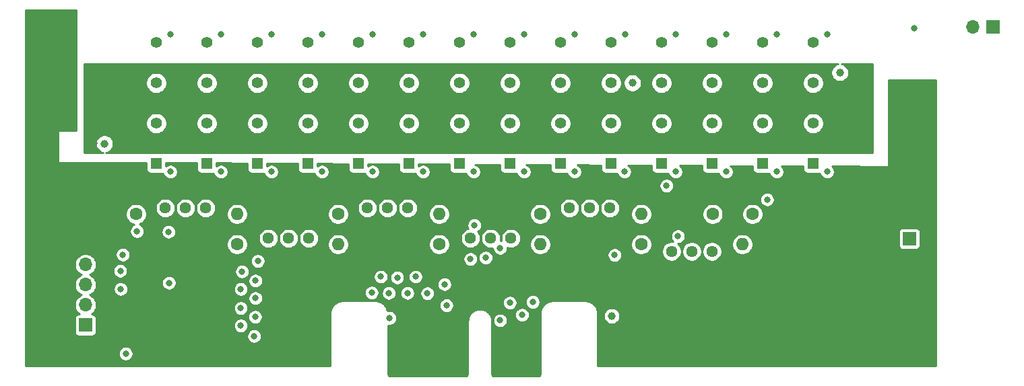
<source format=gbr>
G04 #@! TF.GenerationSoftware,KiCad,Pcbnew,(5.1.5)-3*
G04 #@! TF.CreationDate,2020-01-12T10:36:32-08:00*
G04 #@! TF.ProjectId,pin_driver,70696e5f-6472-4697-9665-722e6b696361,rev?*
G04 #@! TF.SameCoordinates,Original*
G04 #@! TF.FileFunction,Copper,L2,Inr*
G04 #@! TF.FilePolarity,Positive*
%FSLAX46Y46*%
G04 Gerber Fmt 4.6, Leading zero omitted, Abs format (unit mm)*
G04 Created by KiCad (PCBNEW (5.1.5)-3) date 2020-01-12 10:36:32*
%MOMM*%
%LPD*%
G04 APERTURE LIST*
%ADD10C,1.440000*%
%ADD11O,1.700000X1.700000*%
%ADD12R,1.700000X1.700000*%
%ADD13O,1.600000X1.600000*%
%ADD14C,1.600000*%
%ADD15R,1.400000X1.400000*%
%ADD16C,1.400000*%
%ADD17C,0.800000*%
%ADD18C,1.000000*%
%ADD19C,0.254000*%
G04 APERTURE END LIST*
D10*
X74041000Y-144653000D03*
X71501000Y-144653000D03*
X68961000Y-144653000D03*
X86995000Y-148463000D03*
X84455000Y-148463000D03*
X81915000Y-148463000D03*
X99441000Y-144653000D03*
X96901000Y-144653000D03*
X94361000Y-144653000D03*
X112395000Y-148463000D03*
X109855000Y-148463000D03*
X107315000Y-148463000D03*
X124841000Y-144653000D03*
X122301000Y-144653000D03*
X119761000Y-144653000D03*
X137668000Y-150114000D03*
X135128000Y-150114000D03*
X132588000Y-150114000D03*
D11*
X170410000Y-121850000D03*
D12*
X172950000Y-121850000D03*
D13*
X77978000Y-145415000D03*
D14*
X65278000Y-145415000D03*
D13*
X90678000Y-149225000D03*
D14*
X77978000Y-149225000D03*
D13*
X103378000Y-145415000D03*
D14*
X90678000Y-145415000D03*
D13*
X116078000Y-149225000D03*
D14*
X103378000Y-149225000D03*
D13*
X128778000Y-145415000D03*
D14*
X116078000Y-145415000D03*
D13*
X141478000Y-149225000D03*
D14*
X128778000Y-149225000D03*
D15*
X144018000Y-139065000D03*
D16*
X144018000Y-133985000D03*
X144018000Y-128905000D03*
X144018000Y-123825000D03*
D15*
X67818000Y-139065000D03*
D16*
X67818000Y-133985000D03*
X67818000Y-128905000D03*
X67818000Y-123825000D03*
D15*
X80518000Y-139065000D03*
D16*
X80518000Y-133985000D03*
X80518000Y-128905000D03*
X80518000Y-123825000D03*
D15*
X93218000Y-139065000D03*
D16*
X93218000Y-133985000D03*
X93218000Y-128905000D03*
X93218000Y-123825000D03*
D15*
X105918000Y-139065000D03*
D16*
X105918000Y-133985000D03*
X105918000Y-128905000D03*
X105918000Y-123825000D03*
D15*
X118618000Y-139065000D03*
D16*
X118618000Y-133985000D03*
X118618000Y-128905000D03*
X118618000Y-123825000D03*
D15*
X131318000Y-139065000D03*
D16*
X131318000Y-133985000D03*
X131318000Y-128905000D03*
X131318000Y-123825000D03*
D15*
X150368000Y-139065000D03*
D16*
X150368000Y-133985000D03*
X150368000Y-128905000D03*
X150368000Y-123825000D03*
D15*
X74168000Y-139065000D03*
D16*
X74168000Y-133985000D03*
X74168000Y-128905000D03*
X74168000Y-123825000D03*
D15*
X86868000Y-139065000D03*
D16*
X86868000Y-133985000D03*
X86868000Y-128905000D03*
X86868000Y-123825000D03*
D15*
X99568000Y-139065000D03*
D16*
X99568000Y-133985000D03*
X99568000Y-128905000D03*
X99568000Y-123825000D03*
D15*
X112268000Y-139065000D03*
D16*
X112268000Y-133985000D03*
X112268000Y-128905000D03*
X112268000Y-123825000D03*
D15*
X124968000Y-139065000D03*
D16*
X124968000Y-133985000D03*
X124968000Y-128905000D03*
X124968000Y-123825000D03*
D15*
X137668000Y-139065000D03*
D16*
X137668000Y-133985000D03*
X137668000Y-128905000D03*
X137668000Y-123825000D03*
D12*
X162483800Y-148513800D03*
D11*
X58928000Y-151765000D03*
X58928000Y-154305000D03*
X58928000Y-156845000D03*
D12*
X58928000Y-159385000D03*
D14*
X137748000Y-145415000D03*
X142748000Y-145415000D03*
D17*
X52146200Y-149783800D03*
X54635400Y-151333200D03*
X63373000Y-139547600D03*
X68351400Y-163068000D03*
X74752200Y-147701000D03*
X119100600Y-149555200D03*
X115214400Y-142875000D03*
X89712800Y-142900400D03*
X140436600Y-142849600D03*
X144653000Y-145059400D03*
X159258000Y-154813000D03*
X134950200Y-144754600D03*
X76479400Y-160680400D03*
X99500000Y-159000000D03*
X103450000Y-158650000D03*
X114850000Y-159150000D03*
X80035400Y-144018000D03*
X105410000Y-143840200D03*
X125044200Y-146583400D03*
X63982600Y-162991800D03*
X144602200Y-143586200D03*
X125438033Y-150570883D03*
X115150000Y-156475131D03*
X133400800Y-148209000D03*
X113800000Y-158100000D03*
X112252557Y-156575006D03*
X96050000Y-153300000D03*
X80128856Y-160780824D03*
X97050000Y-155350000D03*
X78450000Y-159450000D03*
X98100000Y-153400000D03*
X80250000Y-158350000D03*
X99400000Y-155349998D03*
X78450000Y-157250002D03*
X100400000Y-153300000D03*
X80300000Y-156000000D03*
X101900000Y-155400000D03*
X78450000Y-154850000D03*
X104050000Y-154250000D03*
X80300000Y-153800000D03*
X78600000Y-152650000D03*
X104300000Y-156900000D03*
X80582545Y-151322577D03*
X107315416Y-151074891D03*
X109228040Y-150889810D03*
D18*
X157353000Y-127635000D03*
X59918600Y-136525000D03*
X128535010Y-136016055D03*
X153746200Y-127609600D03*
X61315600Y-136550400D03*
X125069600Y-158242000D03*
X127660400Y-128905000D03*
D17*
X94900000Y-155300000D03*
X97149967Y-158500000D03*
X65405000Y-147574000D03*
X63627000Y-150520400D03*
X63300000Y-152550000D03*
X63350000Y-154850000D03*
X69367400Y-147650200D03*
X69418200Y-154076400D03*
X111041869Y-149681791D03*
X111048800Y-158800800D03*
X163068000Y-122047000D03*
X152146000Y-122809000D03*
X152146000Y-140081000D03*
X145796000Y-122809000D03*
X145796000Y-140081000D03*
X139446000Y-122809000D03*
X139446000Y-140081000D03*
X133096000Y-122809000D03*
X126746000Y-122809000D03*
X120396000Y-122809000D03*
X114046000Y-122809000D03*
X107696000Y-122809000D03*
X101346000Y-122809000D03*
X94996000Y-122809000D03*
X88646000Y-122809000D03*
X82296000Y-122809000D03*
X75946000Y-122809000D03*
X69596000Y-122809000D03*
X69596000Y-140081000D03*
X75946000Y-140081000D03*
X82296000Y-140081000D03*
X88646000Y-140081000D03*
X94996000Y-140081000D03*
X101346000Y-140081000D03*
X107696000Y-140081000D03*
X114046000Y-140081000D03*
X120396000Y-140081000D03*
X133096000Y-140081000D03*
X126657190Y-140072585D03*
X107800000Y-146800000D03*
X131953000Y-141833600D03*
D19*
G36*
X153415133Y-126518217D02*
G01*
X153208576Y-126603776D01*
X153022680Y-126727988D01*
X152864588Y-126886080D01*
X152740376Y-127071976D01*
X152654817Y-127278533D01*
X152611200Y-127497812D01*
X152611200Y-127721388D01*
X152654817Y-127940667D01*
X152740376Y-128147224D01*
X152864588Y-128333120D01*
X153022680Y-128491212D01*
X153208576Y-128615424D01*
X153415133Y-128700983D01*
X153634412Y-128744600D01*
X153857988Y-128744600D01*
X154077267Y-128700983D01*
X154283824Y-128615424D01*
X154469720Y-128491212D01*
X154627812Y-128333120D01*
X154752024Y-128147224D01*
X154837583Y-127940667D01*
X154881200Y-127721388D01*
X154881200Y-127497812D01*
X154837583Y-127278533D01*
X154752024Y-127071976D01*
X154627812Y-126886080D01*
X154469720Y-126727988D01*
X154283824Y-126603776D01*
X154077267Y-126518217D01*
X153945464Y-126492000D01*
X157861000Y-126492000D01*
X157861000Y-137668000D01*
X61514864Y-137668000D01*
X61646667Y-137641783D01*
X61853224Y-137556224D01*
X62039120Y-137432012D01*
X62197212Y-137273920D01*
X62321424Y-137088024D01*
X62406983Y-136881467D01*
X62450600Y-136662188D01*
X62450600Y-136438612D01*
X62406983Y-136219333D01*
X62321424Y-136012776D01*
X62197212Y-135826880D01*
X62039120Y-135668788D01*
X61853224Y-135544576D01*
X61646667Y-135459017D01*
X61427388Y-135415400D01*
X61203812Y-135415400D01*
X60984533Y-135459017D01*
X60777976Y-135544576D01*
X60592080Y-135668788D01*
X60433988Y-135826880D01*
X60309776Y-136012776D01*
X60224217Y-136219333D01*
X60180600Y-136438612D01*
X60180600Y-136662188D01*
X60224217Y-136881467D01*
X60309776Y-137088024D01*
X60433988Y-137273920D01*
X60592080Y-137432012D01*
X60777976Y-137556224D01*
X60984533Y-137641783D01*
X61116336Y-137668000D01*
X58801000Y-137668000D01*
X58801000Y-133853514D01*
X66483000Y-133853514D01*
X66483000Y-134116486D01*
X66534304Y-134374405D01*
X66634939Y-134617359D01*
X66781038Y-134836013D01*
X66966987Y-135021962D01*
X67185641Y-135168061D01*
X67428595Y-135268696D01*
X67686514Y-135320000D01*
X67949486Y-135320000D01*
X68207405Y-135268696D01*
X68450359Y-135168061D01*
X68669013Y-135021962D01*
X68854962Y-134836013D01*
X69001061Y-134617359D01*
X69101696Y-134374405D01*
X69153000Y-134116486D01*
X69153000Y-133853514D01*
X72833000Y-133853514D01*
X72833000Y-134116486D01*
X72884304Y-134374405D01*
X72984939Y-134617359D01*
X73131038Y-134836013D01*
X73316987Y-135021962D01*
X73535641Y-135168061D01*
X73778595Y-135268696D01*
X74036514Y-135320000D01*
X74299486Y-135320000D01*
X74557405Y-135268696D01*
X74800359Y-135168061D01*
X75019013Y-135021962D01*
X75204962Y-134836013D01*
X75351061Y-134617359D01*
X75451696Y-134374405D01*
X75503000Y-134116486D01*
X75503000Y-133853514D01*
X79183000Y-133853514D01*
X79183000Y-134116486D01*
X79234304Y-134374405D01*
X79334939Y-134617359D01*
X79481038Y-134836013D01*
X79666987Y-135021962D01*
X79885641Y-135168061D01*
X80128595Y-135268696D01*
X80386514Y-135320000D01*
X80649486Y-135320000D01*
X80907405Y-135268696D01*
X81150359Y-135168061D01*
X81369013Y-135021962D01*
X81554962Y-134836013D01*
X81701061Y-134617359D01*
X81801696Y-134374405D01*
X81853000Y-134116486D01*
X81853000Y-133853514D01*
X85533000Y-133853514D01*
X85533000Y-134116486D01*
X85584304Y-134374405D01*
X85684939Y-134617359D01*
X85831038Y-134836013D01*
X86016987Y-135021962D01*
X86235641Y-135168061D01*
X86478595Y-135268696D01*
X86736514Y-135320000D01*
X86999486Y-135320000D01*
X87257405Y-135268696D01*
X87500359Y-135168061D01*
X87719013Y-135021962D01*
X87904962Y-134836013D01*
X88051061Y-134617359D01*
X88151696Y-134374405D01*
X88203000Y-134116486D01*
X88203000Y-133853514D01*
X91883000Y-133853514D01*
X91883000Y-134116486D01*
X91934304Y-134374405D01*
X92034939Y-134617359D01*
X92181038Y-134836013D01*
X92366987Y-135021962D01*
X92585641Y-135168061D01*
X92828595Y-135268696D01*
X93086514Y-135320000D01*
X93349486Y-135320000D01*
X93607405Y-135268696D01*
X93850359Y-135168061D01*
X94069013Y-135021962D01*
X94254962Y-134836013D01*
X94401061Y-134617359D01*
X94501696Y-134374405D01*
X94553000Y-134116486D01*
X94553000Y-133853514D01*
X98233000Y-133853514D01*
X98233000Y-134116486D01*
X98284304Y-134374405D01*
X98384939Y-134617359D01*
X98531038Y-134836013D01*
X98716987Y-135021962D01*
X98935641Y-135168061D01*
X99178595Y-135268696D01*
X99436514Y-135320000D01*
X99699486Y-135320000D01*
X99957405Y-135268696D01*
X100200359Y-135168061D01*
X100419013Y-135021962D01*
X100604962Y-134836013D01*
X100751061Y-134617359D01*
X100851696Y-134374405D01*
X100903000Y-134116486D01*
X100903000Y-133853514D01*
X104583000Y-133853514D01*
X104583000Y-134116486D01*
X104634304Y-134374405D01*
X104734939Y-134617359D01*
X104881038Y-134836013D01*
X105066987Y-135021962D01*
X105285641Y-135168061D01*
X105528595Y-135268696D01*
X105786514Y-135320000D01*
X106049486Y-135320000D01*
X106307405Y-135268696D01*
X106550359Y-135168061D01*
X106769013Y-135021962D01*
X106954962Y-134836013D01*
X107101061Y-134617359D01*
X107201696Y-134374405D01*
X107253000Y-134116486D01*
X107253000Y-133853514D01*
X110933000Y-133853514D01*
X110933000Y-134116486D01*
X110984304Y-134374405D01*
X111084939Y-134617359D01*
X111231038Y-134836013D01*
X111416987Y-135021962D01*
X111635641Y-135168061D01*
X111878595Y-135268696D01*
X112136514Y-135320000D01*
X112399486Y-135320000D01*
X112657405Y-135268696D01*
X112900359Y-135168061D01*
X113119013Y-135021962D01*
X113304962Y-134836013D01*
X113451061Y-134617359D01*
X113551696Y-134374405D01*
X113603000Y-134116486D01*
X113603000Y-133853514D01*
X117283000Y-133853514D01*
X117283000Y-134116486D01*
X117334304Y-134374405D01*
X117434939Y-134617359D01*
X117581038Y-134836013D01*
X117766987Y-135021962D01*
X117985641Y-135168061D01*
X118228595Y-135268696D01*
X118486514Y-135320000D01*
X118749486Y-135320000D01*
X119007405Y-135268696D01*
X119250359Y-135168061D01*
X119469013Y-135021962D01*
X119654962Y-134836013D01*
X119801061Y-134617359D01*
X119901696Y-134374405D01*
X119953000Y-134116486D01*
X119953000Y-133853514D01*
X123633000Y-133853514D01*
X123633000Y-134116486D01*
X123684304Y-134374405D01*
X123784939Y-134617359D01*
X123931038Y-134836013D01*
X124116987Y-135021962D01*
X124335641Y-135168061D01*
X124578595Y-135268696D01*
X124836514Y-135320000D01*
X125099486Y-135320000D01*
X125357405Y-135268696D01*
X125600359Y-135168061D01*
X125819013Y-135021962D01*
X126004962Y-134836013D01*
X126151061Y-134617359D01*
X126251696Y-134374405D01*
X126303000Y-134116486D01*
X126303000Y-133853514D01*
X129983000Y-133853514D01*
X129983000Y-134116486D01*
X130034304Y-134374405D01*
X130134939Y-134617359D01*
X130281038Y-134836013D01*
X130466987Y-135021962D01*
X130685641Y-135168061D01*
X130928595Y-135268696D01*
X131186514Y-135320000D01*
X131449486Y-135320000D01*
X131707405Y-135268696D01*
X131950359Y-135168061D01*
X132169013Y-135021962D01*
X132354962Y-134836013D01*
X132501061Y-134617359D01*
X132601696Y-134374405D01*
X132653000Y-134116486D01*
X132653000Y-133853514D01*
X136333000Y-133853514D01*
X136333000Y-134116486D01*
X136384304Y-134374405D01*
X136484939Y-134617359D01*
X136631038Y-134836013D01*
X136816987Y-135021962D01*
X137035641Y-135168061D01*
X137278595Y-135268696D01*
X137536514Y-135320000D01*
X137799486Y-135320000D01*
X138057405Y-135268696D01*
X138300359Y-135168061D01*
X138519013Y-135021962D01*
X138704962Y-134836013D01*
X138851061Y-134617359D01*
X138951696Y-134374405D01*
X139003000Y-134116486D01*
X139003000Y-133853514D01*
X142683000Y-133853514D01*
X142683000Y-134116486D01*
X142734304Y-134374405D01*
X142834939Y-134617359D01*
X142981038Y-134836013D01*
X143166987Y-135021962D01*
X143385641Y-135168061D01*
X143628595Y-135268696D01*
X143886514Y-135320000D01*
X144149486Y-135320000D01*
X144407405Y-135268696D01*
X144650359Y-135168061D01*
X144869013Y-135021962D01*
X145054962Y-134836013D01*
X145201061Y-134617359D01*
X145301696Y-134374405D01*
X145353000Y-134116486D01*
X145353000Y-133853514D01*
X149033000Y-133853514D01*
X149033000Y-134116486D01*
X149084304Y-134374405D01*
X149184939Y-134617359D01*
X149331038Y-134836013D01*
X149516987Y-135021962D01*
X149735641Y-135168061D01*
X149978595Y-135268696D01*
X150236514Y-135320000D01*
X150499486Y-135320000D01*
X150757405Y-135268696D01*
X151000359Y-135168061D01*
X151219013Y-135021962D01*
X151404962Y-134836013D01*
X151551061Y-134617359D01*
X151651696Y-134374405D01*
X151703000Y-134116486D01*
X151703000Y-133853514D01*
X151651696Y-133595595D01*
X151551061Y-133352641D01*
X151404962Y-133133987D01*
X151219013Y-132948038D01*
X151000359Y-132801939D01*
X150757405Y-132701304D01*
X150499486Y-132650000D01*
X150236514Y-132650000D01*
X149978595Y-132701304D01*
X149735641Y-132801939D01*
X149516987Y-132948038D01*
X149331038Y-133133987D01*
X149184939Y-133352641D01*
X149084304Y-133595595D01*
X149033000Y-133853514D01*
X145353000Y-133853514D01*
X145301696Y-133595595D01*
X145201061Y-133352641D01*
X145054962Y-133133987D01*
X144869013Y-132948038D01*
X144650359Y-132801939D01*
X144407405Y-132701304D01*
X144149486Y-132650000D01*
X143886514Y-132650000D01*
X143628595Y-132701304D01*
X143385641Y-132801939D01*
X143166987Y-132948038D01*
X142981038Y-133133987D01*
X142834939Y-133352641D01*
X142734304Y-133595595D01*
X142683000Y-133853514D01*
X139003000Y-133853514D01*
X138951696Y-133595595D01*
X138851061Y-133352641D01*
X138704962Y-133133987D01*
X138519013Y-132948038D01*
X138300359Y-132801939D01*
X138057405Y-132701304D01*
X137799486Y-132650000D01*
X137536514Y-132650000D01*
X137278595Y-132701304D01*
X137035641Y-132801939D01*
X136816987Y-132948038D01*
X136631038Y-133133987D01*
X136484939Y-133352641D01*
X136384304Y-133595595D01*
X136333000Y-133853514D01*
X132653000Y-133853514D01*
X132601696Y-133595595D01*
X132501061Y-133352641D01*
X132354962Y-133133987D01*
X132169013Y-132948038D01*
X131950359Y-132801939D01*
X131707405Y-132701304D01*
X131449486Y-132650000D01*
X131186514Y-132650000D01*
X130928595Y-132701304D01*
X130685641Y-132801939D01*
X130466987Y-132948038D01*
X130281038Y-133133987D01*
X130134939Y-133352641D01*
X130034304Y-133595595D01*
X129983000Y-133853514D01*
X126303000Y-133853514D01*
X126251696Y-133595595D01*
X126151061Y-133352641D01*
X126004962Y-133133987D01*
X125819013Y-132948038D01*
X125600359Y-132801939D01*
X125357405Y-132701304D01*
X125099486Y-132650000D01*
X124836514Y-132650000D01*
X124578595Y-132701304D01*
X124335641Y-132801939D01*
X124116987Y-132948038D01*
X123931038Y-133133987D01*
X123784939Y-133352641D01*
X123684304Y-133595595D01*
X123633000Y-133853514D01*
X119953000Y-133853514D01*
X119901696Y-133595595D01*
X119801061Y-133352641D01*
X119654962Y-133133987D01*
X119469013Y-132948038D01*
X119250359Y-132801939D01*
X119007405Y-132701304D01*
X118749486Y-132650000D01*
X118486514Y-132650000D01*
X118228595Y-132701304D01*
X117985641Y-132801939D01*
X117766987Y-132948038D01*
X117581038Y-133133987D01*
X117434939Y-133352641D01*
X117334304Y-133595595D01*
X117283000Y-133853514D01*
X113603000Y-133853514D01*
X113551696Y-133595595D01*
X113451061Y-133352641D01*
X113304962Y-133133987D01*
X113119013Y-132948038D01*
X112900359Y-132801939D01*
X112657405Y-132701304D01*
X112399486Y-132650000D01*
X112136514Y-132650000D01*
X111878595Y-132701304D01*
X111635641Y-132801939D01*
X111416987Y-132948038D01*
X111231038Y-133133987D01*
X111084939Y-133352641D01*
X110984304Y-133595595D01*
X110933000Y-133853514D01*
X107253000Y-133853514D01*
X107201696Y-133595595D01*
X107101061Y-133352641D01*
X106954962Y-133133987D01*
X106769013Y-132948038D01*
X106550359Y-132801939D01*
X106307405Y-132701304D01*
X106049486Y-132650000D01*
X105786514Y-132650000D01*
X105528595Y-132701304D01*
X105285641Y-132801939D01*
X105066987Y-132948038D01*
X104881038Y-133133987D01*
X104734939Y-133352641D01*
X104634304Y-133595595D01*
X104583000Y-133853514D01*
X100903000Y-133853514D01*
X100851696Y-133595595D01*
X100751061Y-133352641D01*
X100604962Y-133133987D01*
X100419013Y-132948038D01*
X100200359Y-132801939D01*
X99957405Y-132701304D01*
X99699486Y-132650000D01*
X99436514Y-132650000D01*
X99178595Y-132701304D01*
X98935641Y-132801939D01*
X98716987Y-132948038D01*
X98531038Y-133133987D01*
X98384939Y-133352641D01*
X98284304Y-133595595D01*
X98233000Y-133853514D01*
X94553000Y-133853514D01*
X94501696Y-133595595D01*
X94401061Y-133352641D01*
X94254962Y-133133987D01*
X94069013Y-132948038D01*
X93850359Y-132801939D01*
X93607405Y-132701304D01*
X93349486Y-132650000D01*
X93086514Y-132650000D01*
X92828595Y-132701304D01*
X92585641Y-132801939D01*
X92366987Y-132948038D01*
X92181038Y-133133987D01*
X92034939Y-133352641D01*
X91934304Y-133595595D01*
X91883000Y-133853514D01*
X88203000Y-133853514D01*
X88151696Y-133595595D01*
X88051061Y-133352641D01*
X87904962Y-133133987D01*
X87719013Y-132948038D01*
X87500359Y-132801939D01*
X87257405Y-132701304D01*
X86999486Y-132650000D01*
X86736514Y-132650000D01*
X86478595Y-132701304D01*
X86235641Y-132801939D01*
X86016987Y-132948038D01*
X85831038Y-133133987D01*
X85684939Y-133352641D01*
X85584304Y-133595595D01*
X85533000Y-133853514D01*
X81853000Y-133853514D01*
X81801696Y-133595595D01*
X81701061Y-133352641D01*
X81554962Y-133133987D01*
X81369013Y-132948038D01*
X81150359Y-132801939D01*
X80907405Y-132701304D01*
X80649486Y-132650000D01*
X80386514Y-132650000D01*
X80128595Y-132701304D01*
X79885641Y-132801939D01*
X79666987Y-132948038D01*
X79481038Y-133133987D01*
X79334939Y-133352641D01*
X79234304Y-133595595D01*
X79183000Y-133853514D01*
X75503000Y-133853514D01*
X75451696Y-133595595D01*
X75351061Y-133352641D01*
X75204962Y-133133987D01*
X75019013Y-132948038D01*
X74800359Y-132801939D01*
X74557405Y-132701304D01*
X74299486Y-132650000D01*
X74036514Y-132650000D01*
X73778595Y-132701304D01*
X73535641Y-132801939D01*
X73316987Y-132948038D01*
X73131038Y-133133987D01*
X72984939Y-133352641D01*
X72884304Y-133595595D01*
X72833000Y-133853514D01*
X69153000Y-133853514D01*
X69101696Y-133595595D01*
X69001061Y-133352641D01*
X68854962Y-133133987D01*
X68669013Y-132948038D01*
X68450359Y-132801939D01*
X68207405Y-132701304D01*
X67949486Y-132650000D01*
X67686514Y-132650000D01*
X67428595Y-132701304D01*
X67185641Y-132801939D01*
X66966987Y-132948038D01*
X66781038Y-133133987D01*
X66634939Y-133352641D01*
X66534304Y-133595595D01*
X66483000Y-133853514D01*
X58801000Y-133853514D01*
X58801000Y-128773514D01*
X66483000Y-128773514D01*
X66483000Y-129036486D01*
X66534304Y-129294405D01*
X66634939Y-129537359D01*
X66781038Y-129756013D01*
X66966987Y-129941962D01*
X67185641Y-130088061D01*
X67428595Y-130188696D01*
X67686514Y-130240000D01*
X67949486Y-130240000D01*
X68207405Y-130188696D01*
X68450359Y-130088061D01*
X68669013Y-129941962D01*
X68854962Y-129756013D01*
X69001061Y-129537359D01*
X69101696Y-129294405D01*
X69153000Y-129036486D01*
X69153000Y-128773514D01*
X72833000Y-128773514D01*
X72833000Y-129036486D01*
X72884304Y-129294405D01*
X72984939Y-129537359D01*
X73131038Y-129756013D01*
X73316987Y-129941962D01*
X73535641Y-130088061D01*
X73778595Y-130188696D01*
X74036514Y-130240000D01*
X74299486Y-130240000D01*
X74557405Y-130188696D01*
X74800359Y-130088061D01*
X75019013Y-129941962D01*
X75204962Y-129756013D01*
X75351061Y-129537359D01*
X75451696Y-129294405D01*
X75503000Y-129036486D01*
X75503000Y-128773514D01*
X79183000Y-128773514D01*
X79183000Y-129036486D01*
X79234304Y-129294405D01*
X79334939Y-129537359D01*
X79481038Y-129756013D01*
X79666987Y-129941962D01*
X79885641Y-130088061D01*
X80128595Y-130188696D01*
X80386514Y-130240000D01*
X80649486Y-130240000D01*
X80907405Y-130188696D01*
X81150359Y-130088061D01*
X81369013Y-129941962D01*
X81554962Y-129756013D01*
X81701061Y-129537359D01*
X81801696Y-129294405D01*
X81853000Y-129036486D01*
X81853000Y-128773514D01*
X85533000Y-128773514D01*
X85533000Y-129036486D01*
X85584304Y-129294405D01*
X85684939Y-129537359D01*
X85831038Y-129756013D01*
X86016987Y-129941962D01*
X86235641Y-130088061D01*
X86478595Y-130188696D01*
X86736514Y-130240000D01*
X86999486Y-130240000D01*
X87257405Y-130188696D01*
X87500359Y-130088061D01*
X87719013Y-129941962D01*
X87904962Y-129756013D01*
X88051061Y-129537359D01*
X88151696Y-129294405D01*
X88203000Y-129036486D01*
X88203000Y-128773514D01*
X91883000Y-128773514D01*
X91883000Y-129036486D01*
X91934304Y-129294405D01*
X92034939Y-129537359D01*
X92181038Y-129756013D01*
X92366987Y-129941962D01*
X92585641Y-130088061D01*
X92828595Y-130188696D01*
X93086514Y-130240000D01*
X93349486Y-130240000D01*
X93607405Y-130188696D01*
X93850359Y-130088061D01*
X94069013Y-129941962D01*
X94254962Y-129756013D01*
X94401061Y-129537359D01*
X94501696Y-129294405D01*
X94553000Y-129036486D01*
X94553000Y-128773514D01*
X98233000Y-128773514D01*
X98233000Y-129036486D01*
X98284304Y-129294405D01*
X98384939Y-129537359D01*
X98531038Y-129756013D01*
X98716987Y-129941962D01*
X98935641Y-130088061D01*
X99178595Y-130188696D01*
X99436514Y-130240000D01*
X99699486Y-130240000D01*
X99957405Y-130188696D01*
X100200359Y-130088061D01*
X100419013Y-129941962D01*
X100604962Y-129756013D01*
X100751061Y-129537359D01*
X100851696Y-129294405D01*
X100903000Y-129036486D01*
X100903000Y-128773514D01*
X104583000Y-128773514D01*
X104583000Y-129036486D01*
X104634304Y-129294405D01*
X104734939Y-129537359D01*
X104881038Y-129756013D01*
X105066987Y-129941962D01*
X105285641Y-130088061D01*
X105528595Y-130188696D01*
X105786514Y-130240000D01*
X106049486Y-130240000D01*
X106307405Y-130188696D01*
X106550359Y-130088061D01*
X106769013Y-129941962D01*
X106954962Y-129756013D01*
X107101061Y-129537359D01*
X107201696Y-129294405D01*
X107253000Y-129036486D01*
X107253000Y-128773514D01*
X110933000Y-128773514D01*
X110933000Y-129036486D01*
X110984304Y-129294405D01*
X111084939Y-129537359D01*
X111231038Y-129756013D01*
X111416987Y-129941962D01*
X111635641Y-130088061D01*
X111878595Y-130188696D01*
X112136514Y-130240000D01*
X112399486Y-130240000D01*
X112657405Y-130188696D01*
X112900359Y-130088061D01*
X113119013Y-129941962D01*
X113304962Y-129756013D01*
X113451061Y-129537359D01*
X113551696Y-129294405D01*
X113603000Y-129036486D01*
X113603000Y-128773514D01*
X117283000Y-128773514D01*
X117283000Y-129036486D01*
X117334304Y-129294405D01*
X117434939Y-129537359D01*
X117581038Y-129756013D01*
X117766987Y-129941962D01*
X117985641Y-130088061D01*
X118228595Y-130188696D01*
X118486514Y-130240000D01*
X118749486Y-130240000D01*
X119007405Y-130188696D01*
X119250359Y-130088061D01*
X119469013Y-129941962D01*
X119654962Y-129756013D01*
X119801061Y-129537359D01*
X119901696Y-129294405D01*
X119953000Y-129036486D01*
X119953000Y-128773514D01*
X123633000Y-128773514D01*
X123633000Y-129036486D01*
X123684304Y-129294405D01*
X123784939Y-129537359D01*
X123931038Y-129756013D01*
X124116987Y-129941962D01*
X124335641Y-130088061D01*
X124578595Y-130188696D01*
X124836514Y-130240000D01*
X125099486Y-130240000D01*
X125357405Y-130188696D01*
X125600359Y-130088061D01*
X125819013Y-129941962D01*
X126004962Y-129756013D01*
X126151061Y-129537359D01*
X126251696Y-129294405D01*
X126303000Y-129036486D01*
X126303000Y-128793212D01*
X126525400Y-128793212D01*
X126525400Y-129016788D01*
X126569017Y-129236067D01*
X126654576Y-129442624D01*
X126778788Y-129628520D01*
X126936880Y-129786612D01*
X127122776Y-129910824D01*
X127329333Y-129996383D01*
X127548612Y-130040000D01*
X127772188Y-130040000D01*
X127991467Y-129996383D01*
X128198024Y-129910824D01*
X128383920Y-129786612D01*
X128542012Y-129628520D01*
X128666224Y-129442624D01*
X128751783Y-129236067D01*
X128795400Y-129016788D01*
X128795400Y-128793212D01*
X128791482Y-128773514D01*
X129983000Y-128773514D01*
X129983000Y-129036486D01*
X130034304Y-129294405D01*
X130134939Y-129537359D01*
X130281038Y-129756013D01*
X130466987Y-129941962D01*
X130685641Y-130088061D01*
X130928595Y-130188696D01*
X131186514Y-130240000D01*
X131449486Y-130240000D01*
X131707405Y-130188696D01*
X131950359Y-130088061D01*
X132169013Y-129941962D01*
X132354962Y-129756013D01*
X132501061Y-129537359D01*
X132601696Y-129294405D01*
X132653000Y-129036486D01*
X132653000Y-128773514D01*
X136333000Y-128773514D01*
X136333000Y-129036486D01*
X136384304Y-129294405D01*
X136484939Y-129537359D01*
X136631038Y-129756013D01*
X136816987Y-129941962D01*
X137035641Y-130088061D01*
X137278595Y-130188696D01*
X137536514Y-130240000D01*
X137799486Y-130240000D01*
X138057405Y-130188696D01*
X138300359Y-130088061D01*
X138519013Y-129941962D01*
X138704962Y-129756013D01*
X138851061Y-129537359D01*
X138951696Y-129294405D01*
X139003000Y-129036486D01*
X139003000Y-128773514D01*
X142683000Y-128773514D01*
X142683000Y-129036486D01*
X142734304Y-129294405D01*
X142834939Y-129537359D01*
X142981038Y-129756013D01*
X143166987Y-129941962D01*
X143385641Y-130088061D01*
X143628595Y-130188696D01*
X143886514Y-130240000D01*
X144149486Y-130240000D01*
X144407405Y-130188696D01*
X144650359Y-130088061D01*
X144869013Y-129941962D01*
X145054962Y-129756013D01*
X145201061Y-129537359D01*
X145301696Y-129294405D01*
X145353000Y-129036486D01*
X145353000Y-128773514D01*
X149033000Y-128773514D01*
X149033000Y-129036486D01*
X149084304Y-129294405D01*
X149184939Y-129537359D01*
X149331038Y-129756013D01*
X149516987Y-129941962D01*
X149735641Y-130088061D01*
X149978595Y-130188696D01*
X150236514Y-130240000D01*
X150499486Y-130240000D01*
X150757405Y-130188696D01*
X151000359Y-130088061D01*
X151219013Y-129941962D01*
X151404962Y-129756013D01*
X151551061Y-129537359D01*
X151651696Y-129294405D01*
X151703000Y-129036486D01*
X151703000Y-128773514D01*
X151651696Y-128515595D01*
X151551061Y-128272641D01*
X151404962Y-128053987D01*
X151219013Y-127868038D01*
X151000359Y-127721939D01*
X150757405Y-127621304D01*
X150499486Y-127570000D01*
X150236514Y-127570000D01*
X149978595Y-127621304D01*
X149735641Y-127721939D01*
X149516987Y-127868038D01*
X149331038Y-128053987D01*
X149184939Y-128272641D01*
X149084304Y-128515595D01*
X149033000Y-128773514D01*
X145353000Y-128773514D01*
X145301696Y-128515595D01*
X145201061Y-128272641D01*
X145054962Y-128053987D01*
X144869013Y-127868038D01*
X144650359Y-127721939D01*
X144407405Y-127621304D01*
X144149486Y-127570000D01*
X143886514Y-127570000D01*
X143628595Y-127621304D01*
X143385641Y-127721939D01*
X143166987Y-127868038D01*
X142981038Y-128053987D01*
X142834939Y-128272641D01*
X142734304Y-128515595D01*
X142683000Y-128773514D01*
X139003000Y-128773514D01*
X138951696Y-128515595D01*
X138851061Y-128272641D01*
X138704962Y-128053987D01*
X138519013Y-127868038D01*
X138300359Y-127721939D01*
X138057405Y-127621304D01*
X137799486Y-127570000D01*
X137536514Y-127570000D01*
X137278595Y-127621304D01*
X137035641Y-127721939D01*
X136816987Y-127868038D01*
X136631038Y-128053987D01*
X136484939Y-128272641D01*
X136384304Y-128515595D01*
X136333000Y-128773514D01*
X132653000Y-128773514D01*
X132601696Y-128515595D01*
X132501061Y-128272641D01*
X132354962Y-128053987D01*
X132169013Y-127868038D01*
X131950359Y-127721939D01*
X131707405Y-127621304D01*
X131449486Y-127570000D01*
X131186514Y-127570000D01*
X130928595Y-127621304D01*
X130685641Y-127721939D01*
X130466987Y-127868038D01*
X130281038Y-128053987D01*
X130134939Y-128272641D01*
X130034304Y-128515595D01*
X129983000Y-128773514D01*
X128791482Y-128773514D01*
X128751783Y-128573933D01*
X128666224Y-128367376D01*
X128542012Y-128181480D01*
X128383920Y-128023388D01*
X128198024Y-127899176D01*
X127991467Y-127813617D01*
X127772188Y-127770000D01*
X127548612Y-127770000D01*
X127329333Y-127813617D01*
X127122776Y-127899176D01*
X126936880Y-128023388D01*
X126778788Y-128181480D01*
X126654576Y-128367376D01*
X126569017Y-128573933D01*
X126525400Y-128793212D01*
X126303000Y-128793212D01*
X126303000Y-128773514D01*
X126251696Y-128515595D01*
X126151061Y-128272641D01*
X126004962Y-128053987D01*
X125819013Y-127868038D01*
X125600359Y-127721939D01*
X125357405Y-127621304D01*
X125099486Y-127570000D01*
X124836514Y-127570000D01*
X124578595Y-127621304D01*
X124335641Y-127721939D01*
X124116987Y-127868038D01*
X123931038Y-128053987D01*
X123784939Y-128272641D01*
X123684304Y-128515595D01*
X123633000Y-128773514D01*
X119953000Y-128773514D01*
X119901696Y-128515595D01*
X119801061Y-128272641D01*
X119654962Y-128053987D01*
X119469013Y-127868038D01*
X119250359Y-127721939D01*
X119007405Y-127621304D01*
X118749486Y-127570000D01*
X118486514Y-127570000D01*
X118228595Y-127621304D01*
X117985641Y-127721939D01*
X117766987Y-127868038D01*
X117581038Y-128053987D01*
X117434939Y-128272641D01*
X117334304Y-128515595D01*
X117283000Y-128773514D01*
X113603000Y-128773514D01*
X113551696Y-128515595D01*
X113451061Y-128272641D01*
X113304962Y-128053987D01*
X113119013Y-127868038D01*
X112900359Y-127721939D01*
X112657405Y-127621304D01*
X112399486Y-127570000D01*
X112136514Y-127570000D01*
X111878595Y-127621304D01*
X111635641Y-127721939D01*
X111416987Y-127868038D01*
X111231038Y-128053987D01*
X111084939Y-128272641D01*
X110984304Y-128515595D01*
X110933000Y-128773514D01*
X107253000Y-128773514D01*
X107201696Y-128515595D01*
X107101061Y-128272641D01*
X106954962Y-128053987D01*
X106769013Y-127868038D01*
X106550359Y-127721939D01*
X106307405Y-127621304D01*
X106049486Y-127570000D01*
X105786514Y-127570000D01*
X105528595Y-127621304D01*
X105285641Y-127721939D01*
X105066987Y-127868038D01*
X104881038Y-128053987D01*
X104734939Y-128272641D01*
X104634304Y-128515595D01*
X104583000Y-128773514D01*
X100903000Y-128773514D01*
X100851696Y-128515595D01*
X100751061Y-128272641D01*
X100604962Y-128053987D01*
X100419013Y-127868038D01*
X100200359Y-127721939D01*
X99957405Y-127621304D01*
X99699486Y-127570000D01*
X99436514Y-127570000D01*
X99178595Y-127621304D01*
X98935641Y-127721939D01*
X98716987Y-127868038D01*
X98531038Y-128053987D01*
X98384939Y-128272641D01*
X98284304Y-128515595D01*
X98233000Y-128773514D01*
X94553000Y-128773514D01*
X94501696Y-128515595D01*
X94401061Y-128272641D01*
X94254962Y-128053987D01*
X94069013Y-127868038D01*
X93850359Y-127721939D01*
X93607405Y-127621304D01*
X93349486Y-127570000D01*
X93086514Y-127570000D01*
X92828595Y-127621304D01*
X92585641Y-127721939D01*
X92366987Y-127868038D01*
X92181038Y-128053987D01*
X92034939Y-128272641D01*
X91934304Y-128515595D01*
X91883000Y-128773514D01*
X88203000Y-128773514D01*
X88151696Y-128515595D01*
X88051061Y-128272641D01*
X87904962Y-128053987D01*
X87719013Y-127868038D01*
X87500359Y-127721939D01*
X87257405Y-127621304D01*
X86999486Y-127570000D01*
X86736514Y-127570000D01*
X86478595Y-127621304D01*
X86235641Y-127721939D01*
X86016987Y-127868038D01*
X85831038Y-128053987D01*
X85684939Y-128272641D01*
X85584304Y-128515595D01*
X85533000Y-128773514D01*
X81853000Y-128773514D01*
X81801696Y-128515595D01*
X81701061Y-128272641D01*
X81554962Y-128053987D01*
X81369013Y-127868038D01*
X81150359Y-127721939D01*
X80907405Y-127621304D01*
X80649486Y-127570000D01*
X80386514Y-127570000D01*
X80128595Y-127621304D01*
X79885641Y-127721939D01*
X79666987Y-127868038D01*
X79481038Y-128053987D01*
X79334939Y-128272641D01*
X79234304Y-128515595D01*
X79183000Y-128773514D01*
X75503000Y-128773514D01*
X75451696Y-128515595D01*
X75351061Y-128272641D01*
X75204962Y-128053987D01*
X75019013Y-127868038D01*
X74800359Y-127721939D01*
X74557405Y-127621304D01*
X74299486Y-127570000D01*
X74036514Y-127570000D01*
X73778595Y-127621304D01*
X73535641Y-127721939D01*
X73316987Y-127868038D01*
X73131038Y-128053987D01*
X72984939Y-128272641D01*
X72884304Y-128515595D01*
X72833000Y-128773514D01*
X69153000Y-128773514D01*
X69101696Y-128515595D01*
X69001061Y-128272641D01*
X68854962Y-128053987D01*
X68669013Y-127868038D01*
X68450359Y-127721939D01*
X68207405Y-127621304D01*
X67949486Y-127570000D01*
X67686514Y-127570000D01*
X67428595Y-127621304D01*
X67185641Y-127721939D01*
X66966987Y-127868038D01*
X66781038Y-128053987D01*
X66634939Y-128272641D01*
X66534304Y-128515595D01*
X66483000Y-128773514D01*
X58801000Y-128773514D01*
X58801000Y-126492000D01*
X153546936Y-126492000D01*
X153415133Y-126518217D01*
G37*
X153415133Y-126518217D02*
X153208576Y-126603776D01*
X153022680Y-126727988D01*
X152864588Y-126886080D01*
X152740376Y-127071976D01*
X152654817Y-127278533D01*
X152611200Y-127497812D01*
X152611200Y-127721388D01*
X152654817Y-127940667D01*
X152740376Y-128147224D01*
X152864588Y-128333120D01*
X153022680Y-128491212D01*
X153208576Y-128615424D01*
X153415133Y-128700983D01*
X153634412Y-128744600D01*
X153857988Y-128744600D01*
X154077267Y-128700983D01*
X154283824Y-128615424D01*
X154469720Y-128491212D01*
X154627812Y-128333120D01*
X154752024Y-128147224D01*
X154837583Y-127940667D01*
X154881200Y-127721388D01*
X154881200Y-127497812D01*
X154837583Y-127278533D01*
X154752024Y-127071976D01*
X154627812Y-126886080D01*
X154469720Y-126727988D01*
X154283824Y-126603776D01*
X154077267Y-126518217D01*
X153945464Y-126492000D01*
X157861000Y-126492000D01*
X157861000Y-137668000D01*
X61514864Y-137668000D01*
X61646667Y-137641783D01*
X61853224Y-137556224D01*
X62039120Y-137432012D01*
X62197212Y-137273920D01*
X62321424Y-137088024D01*
X62406983Y-136881467D01*
X62450600Y-136662188D01*
X62450600Y-136438612D01*
X62406983Y-136219333D01*
X62321424Y-136012776D01*
X62197212Y-135826880D01*
X62039120Y-135668788D01*
X61853224Y-135544576D01*
X61646667Y-135459017D01*
X61427388Y-135415400D01*
X61203812Y-135415400D01*
X60984533Y-135459017D01*
X60777976Y-135544576D01*
X60592080Y-135668788D01*
X60433988Y-135826880D01*
X60309776Y-136012776D01*
X60224217Y-136219333D01*
X60180600Y-136438612D01*
X60180600Y-136662188D01*
X60224217Y-136881467D01*
X60309776Y-137088024D01*
X60433988Y-137273920D01*
X60592080Y-137432012D01*
X60777976Y-137556224D01*
X60984533Y-137641783D01*
X61116336Y-137668000D01*
X58801000Y-137668000D01*
X58801000Y-133853514D01*
X66483000Y-133853514D01*
X66483000Y-134116486D01*
X66534304Y-134374405D01*
X66634939Y-134617359D01*
X66781038Y-134836013D01*
X66966987Y-135021962D01*
X67185641Y-135168061D01*
X67428595Y-135268696D01*
X67686514Y-135320000D01*
X67949486Y-135320000D01*
X68207405Y-135268696D01*
X68450359Y-135168061D01*
X68669013Y-135021962D01*
X68854962Y-134836013D01*
X69001061Y-134617359D01*
X69101696Y-134374405D01*
X69153000Y-134116486D01*
X69153000Y-133853514D01*
X72833000Y-133853514D01*
X72833000Y-134116486D01*
X72884304Y-134374405D01*
X72984939Y-134617359D01*
X73131038Y-134836013D01*
X73316987Y-135021962D01*
X73535641Y-135168061D01*
X73778595Y-135268696D01*
X74036514Y-135320000D01*
X74299486Y-135320000D01*
X74557405Y-135268696D01*
X74800359Y-135168061D01*
X75019013Y-135021962D01*
X75204962Y-134836013D01*
X75351061Y-134617359D01*
X75451696Y-134374405D01*
X75503000Y-134116486D01*
X75503000Y-133853514D01*
X79183000Y-133853514D01*
X79183000Y-134116486D01*
X79234304Y-134374405D01*
X79334939Y-134617359D01*
X79481038Y-134836013D01*
X79666987Y-135021962D01*
X79885641Y-135168061D01*
X80128595Y-135268696D01*
X80386514Y-135320000D01*
X80649486Y-135320000D01*
X80907405Y-135268696D01*
X81150359Y-135168061D01*
X81369013Y-135021962D01*
X81554962Y-134836013D01*
X81701061Y-134617359D01*
X81801696Y-134374405D01*
X81853000Y-134116486D01*
X81853000Y-133853514D01*
X85533000Y-133853514D01*
X85533000Y-134116486D01*
X85584304Y-134374405D01*
X85684939Y-134617359D01*
X85831038Y-134836013D01*
X86016987Y-135021962D01*
X86235641Y-135168061D01*
X86478595Y-135268696D01*
X86736514Y-135320000D01*
X86999486Y-135320000D01*
X87257405Y-135268696D01*
X87500359Y-135168061D01*
X87719013Y-135021962D01*
X87904962Y-134836013D01*
X88051061Y-134617359D01*
X88151696Y-134374405D01*
X88203000Y-134116486D01*
X88203000Y-133853514D01*
X91883000Y-133853514D01*
X91883000Y-134116486D01*
X91934304Y-134374405D01*
X92034939Y-134617359D01*
X92181038Y-134836013D01*
X92366987Y-135021962D01*
X92585641Y-135168061D01*
X92828595Y-135268696D01*
X93086514Y-135320000D01*
X93349486Y-135320000D01*
X93607405Y-135268696D01*
X93850359Y-135168061D01*
X94069013Y-135021962D01*
X94254962Y-134836013D01*
X94401061Y-134617359D01*
X94501696Y-134374405D01*
X94553000Y-134116486D01*
X94553000Y-133853514D01*
X98233000Y-133853514D01*
X98233000Y-134116486D01*
X98284304Y-134374405D01*
X98384939Y-134617359D01*
X98531038Y-134836013D01*
X98716987Y-135021962D01*
X98935641Y-135168061D01*
X99178595Y-135268696D01*
X99436514Y-135320000D01*
X99699486Y-135320000D01*
X99957405Y-135268696D01*
X100200359Y-135168061D01*
X100419013Y-135021962D01*
X100604962Y-134836013D01*
X100751061Y-134617359D01*
X100851696Y-134374405D01*
X100903000Y-134116486D01*
X100903000Y-133853514D01*
X104583000Y-133853514D01*
X104583000Y-134116486D01*
X104634304Y-134374405D01*
X104734939Y-134617359D01*
X104881038Y-134836013D01*
X105066987Y-135021962D01*
X105285641Y-135168061D01*
X105528595Y-135268696D01*
X105786514Y-135320000D01*
X106049486Y-135320000D01*
X106307405Y-135268696D01*
X106550359Y-135168061D01*
X106769013Y-135021962D01*
X106954962Y-134836013D01*
X107101061Y-134617359D01*
X107201696Y-134374405D01*
X107253000Y-134116486D01*
X107253000Y-133853514D01*
X110933000Y-133853514D01*
X110933000Y-134116486D01*
X110984304Y-134374405D01*
X111084939Y-134617359D01*
X111231038Y-134836013D01*
X111416987Y-135021962D01*
X111635641Y-135168061D01*
X111878595Y-135268696D01*
X112136514Y-135320000D01*
X112399486Y-135320000D01*
X112657405Y-135268696D01*
X112900359Y-135168061D01*
X113119013Y-135021962D01*
X113304962Y-134836013D01*
X113451061Y-134617359D01*
X113551696Y-134374405D01*
X113603000Y-134116486D01*
X113603000Y-133853514D01*
X117283000Y-133853514D01*
X117283000Y-134116486D01*
X117334304Y-134374405D01*
X117434939Y-134617359D01*
X117581038Y-134836013D01*
X117766987Y-135021962D01*
X117985641Y-135168061D01*
X118228595Y-135268696D01*
X118486514Y-135320000D01*
X118749486Y-135320000D01*
X119007405Y-135268696D01*
X119250359Y-135168061D01*
X119469013Y-135021962D01*
X119654962Y-134836013D01*
X119801061Y-134617359D01*
X119901696Y-134374405D01*
X119953000Y-134116486D01*
X119953000Y-133853514D01*
X123633000Y-133853514D01*
X123633000Y-134116486D01*
X123684304Y-134374405D01*
X123784939Y-134617359D01*
X123931038Y-134836013D01*
X124116987Y-135021962D01*
X124335641Y-135168061D01*
X124578595Y-135268696D01*
X124836514Y-135320000D01*
X125099486Y-135320000D01*
X125357405Y-135268696D01*
X125600359Y-135168061D01*
X125819013Y-135021962D01*
X126004962Y-134836013D01*
X126151061Y-134617359D01*
X126251696Y-134374405D01*
X126303000Y-134116486D01*
X126303000Y-133853514D01*
X129983000Y-133853514D01*
X129983000Y-134116486D01*
X130034304Y-134374405D01*
X130134939Y-134617359D01*
X130281038Y-134836013D01*
X130466987Y-135021962D01*
X130685641Y-135168061D01*
X130928595Y-135268696D01*
X131186514Y-135320000D01*
X131449486Y-135320000D01*
X131707405Y-135268696D01*
X131950359Y-135168061D01*
X132169013Y-135021962D01*
X132354962Y-134836013D01*
X132501061Y-134617359D01*
X132601696Y-134374405D01*
X132653000Y-134116486D01*
X132653000Y-133853514D01*
X136333000Y-133853514D01*
X136333000Y-134116486D01*
X136384304Y-134374405D01*
X136484939Y-134617359D01*
X136631038Y-134836013D01*
X136816987Y-135021962D01*
X137035641Y-135168061D01*
X137278595Y-135268696D01*
X137536514Y-135320000D01*
X137799486Y-135320000D01*
X138057405Y-135268696D01*
X138300359Y-135168061D01*
X138519013Y-135021962D01*
X138704962Y-134836013D01*
X138851061Y-134617359D01*
X138951696Y-134374405D01*
X139003000Y-134116486D01*
X139003000Y-133853514D01*
X142683000Y-133853514D01*
X142683000Y-134116486D01*
X142734304Y-134374405D01*
X142834939Y-134617359D01*
X142981038Y-134836013D01*
X143166987Y-135021962D01*
X143385641Y-135168061D01*
X143628595Y-135268696D01*
X143886514Y-135320000D01*
X144149486Y-135320000D01*
X144407405Y-135268696D01*
X144650359Y-135168061D01*
X144869013Y-135021962D01*
X145054962Y-134836013D01*
X145201061Y-134617359D01*
X145301696Y-134374405D01*
X145353000Y-134116486D01*
X145353000Y-133853514D01*
X149033000Y-133853514D01*
X149033000Y-134116486D01*
X149084304Y-134374405D01*
X149184939Y-134617359D01*
X149331038Y-134836013D01*
X149516987Y-135021962D01*
X149735641Y-135168061D01*
X149978595Y-135268696D01*
X150236514Y-135320000D01*
X150499486Y-135320000D01*
X150757405Y-135268696D01*
X151000359Y-135168061D01*
X151219013Y-135021962D01*
X151404962Y-134836013D01*
X151551061Y-134617359D01*
X151651696Y-134374405D01*
X151703000Y-134116486D01*
X151703000Y-133853514D01*
X151651696Y-133595595D01*
X151551061Y-133352641D01*
X151404962Y-133133987D01*
X151219013Y-132948038D01*
X151000359Y-132801939D01*
X150757405Y-132701304D01*
X150499486Y-132650000D01*
X150236514Y-132650000D01*
X149978595Y-132701304D01*
X149735641Y-132801939D01*
X149516987Y-132948038D01*
X149331038Y-133133987D01*
X149184939Y-133352641D01*
X149084304Y-133595595D01*
X149033000Y-133853514D01*
X145353000Y-133853514D01*
X145301696Y-133595595D01*
X145201061Y-133352641D01*
X145054962Y-133133987D01*
X144869013Y-132948038D01*
X144650359Y-132801939D01*
X144407405Y-132701304D01*
X144149486Y-132650000D01*
X143886514Y-132650000D01*
X143628595Y-132701304D01*
X143385641Y-132801939D01*
X143166987Y-132948038D01*
X142981038Y-133133987D01*
X142834939Y-133352641D01*
X142734304Y-133595595D01*
X142683000Y-133853514D01*
X139003000Y-133853514D01*
X138951696Y-133595595D01*
X138851061Y-133352641D01*
X138704962Y-133133987D01*
X138519013Y-132948038D01*
X138300359Y-132801939D01*
X138057405Y-132701304D01*
X137799486Y-132650000D01*
X137536514Y-132650000D01*
X137278595Y-132701304D01*
X137035641Y-132801939D01*
X136816987Y-132948038D01*
X136631038Y-133133987D01*
X136484939Y-133352641D01*
X136384304Y-133595595D01*
X136333000Y-133853514D01*
X132653000Y-133853514D01*
X132601696Y-133595595D01*
X132501061Y-133352641D01*
X132354962Y-133133987D01*
X132169013Y-132948038D01*
X131950359Y-132801939D01*
X131707405Y-132701304D01*
X131449486Y-132650000D01*
X131186514Y-132650000D01*
X130928595Y-132701304D01*
X130685641Y-132801939D01*
X130466987Y-132948038D01*
X130281038Y-133133987D01*
X130134939Y-133352641D01*
X130034304Y-133595595D01*
X129983000Y-133853514D01*
X126303000Y-133853514D01*
X126251696Y-133595595D01*
X126151061Y-133352641D01*
X126004962Y-133133987D01*
X125819013Y-132948038D01*
X125600359Y-132801939D01*
X125357405Y-132701304D01*
X125099486Y-132650000D01*
X124836514Y-132650000D01*
X124578595Y-132701304D01*
X124335641Y-132801939D01*
X124116987Y-132948038D01*
X123931038Y-133133987D01*
X123784939Y-133352641D01*
X123684304Y-133595595D01*
X123633000Y-133853514D01*
X119953000Y-133853514D01*
X119901696Y-133595595D01*
X119801061Y-133352641D01*
X119654962Y-133133987D01*
X119469013Y-132948038D01*
X119250359Y-132801939D01*
X119007405Y-132701304D01*
X118749486Y-132650000D01*
X118486514Y-132650000D01*
X118228595Y-132701304D01*
X117985641Y-132801939D01*
X117766987Y-132948038D01*
X117581038Y-133133987D01*
X117434939Y-133352641D01*
X117334304Y-133595595D01*
X117283000Y-133853514D01*
X113603000Y-133853514D01*
X113551696Y-133595595D01*
X113451061Y-133352641D01*
X113304962Y-133133987D01*
X113119013Y-132948038D01*
X112900359Y-132801939D01*
X112657405Y-132701304D01*
X112399486Y-132650000D01*
X112136514Y-132650000D01*
X111878595Y-132701304D01*
X111635641Y-132801939D01*
X111416987Y-132948038D01*
X111231038Y-133133987D01*
X111084939Y-133352641D01*
X110984304Y-133595595D01*
X110933000Y-133853514D01*
X107253000Y-133853514D01*
X107201696Y-133595595D01*
X107101061Y-133352641D01*
X106954962Y-133133987D01*
X106769013Y-132948038D01*
X106550359Y-132801939D01*
X106307405Y-132701304D01*
X106049486Y-132650000D01*
X105786514Y-132650000D01*
X105528595Y-132701304D01*
X105285641Y-132801939D01*
X105066987Y-132948038D01*
X104881038Y-133133987D01*
X104734939Y-133352641D01*
X104634304Y-133595595D01*
X104583000Y-133853514D01*
X100903000Y-133853514D01*
X100851696Y-133595595D01*
X100751061Y-133352641D01*
X100604962Y-133133987D01*
X100419013Y-132948038D01*
X100200359Y-132801939D01*
X99957405Y-132701304D01*
X99699486Y-132650000D01*
X99436514Y-132650000D01*
X99178595Y-132701304D01*
X98935641Y-132801939D01*
X98716987Y-132948038D01*
X98531038Y-133133987D01*
X98384939Y-133352641D01*
X98284304Y-133595595D01*
X98233000Y-133853514D01*
X94553000Y-133853514D01*
X94501696Y-133595595D01*
X94401061Y-133352641D01*
X94254962Y-133133987D01*
X94069013Y-132948038D01*
X93850359Y-132801939D01*
X93607405Y-132701304D01*
X93349486Y-132650000D01*
X93086514Y-132650000D01*
X92828595Y-132701304D01*
X92585641Y-132801939D01*
X92366987Y-132948038D01*
X92181038Y-133133987D01*
X92034939Y-133352641D01*
X91934304Y-133595595D01*
X91883000Y-133853514D01*
X88203000Y-133853514D01*
X88151696Y-133595595D01*
X88051061Y-133352641D01*
X87904962Y-133133987D01*
X87719013Y-132948038D01*
X87500359Y-132801939D01*
X87257405Y-132701304D01*
X86999486Y-132650000D01*
X86736514Y-132650000D01*
X86478595Y-132701304D01*
X86235641Y-132801939D01*
X86016987Y-132948038D01*
X85831038Y-133133987D01*
X85684939Y-133352641D01*
X85584304Y-133595595D01*
X85533000Y-133853514D01*
X81853000Y-133853514D01*
X81801696Y-133595595D01*
X81701061Y-133352641D01*
X81554962Y-133133987D01*
X81369013Y-132948038D01*
X81150359Y-132801939D01*
X80907405Y-132701304D01*
X80649486Y-132650000D01*
X80386514Y-132650000D01*
X80128595Y-132701304D01*
X79885641Y-132801939D01*
X79666987Y-132948038D01*
X79481038Y-133133987D01*
X79334939Y-133352641D01*
X79234304Y-133595595D01*
X79183000Y-133853514D01*
X75503000Y-133853514D01*
X75451696Y-133595595D01*
X75351061Y-133352641D01*
X75204962Y-133133987D01*
X75019013Y-132948038D01*
X74800359Y-132801939D01*
X74557405Y-132701304D01*
X74299486Y-132650000D01*
X74036514Y-132650000D01*
X73778595Y-132701304D01*
X73535641Y-132801939D01*
X73316987Y-132948038D01*
X73131038Y-133133987D01*
X72984939Y-133352641D01*
X72884304Y-133595595D01*
X72833000Y-133853514D01*
X69153000Y-133853514D01*
X69101696Y-133595595D01*
X69001061Y-133352641D01*
X68854962Y-133133987D01*
X68669013Y-132948038D01*
X68450359Y-132801939D01*
X68207405Y-132701304D01*
X67949486Y-132650000D01*
X67686514Y-132650000D01*
X67428595Y-132701304D01*
X67185641Y-132801939D01*
X66966987Y-132948038D01*
X66781038Y-133133987D01*
X66634939Y-133352641D01*
X66534304Y-133595595D01*
X66483000Y-133853514D01*
X58801000Y-133853514D01*
X58801000Y-128773514D01*
X66483000Y-128773514D01*
X66483000Y-129036486D01*
X66534304Y-129294405D01*
X66634939Y-129537359D01*
X66781038Y-129756013D01*
X66966987Y-129941962D01*
X67185641Y-130088061D01*
X67428595Y-130188696D01*
X67686514Y-130240000D01*
X67949486Y-130240000D01*
X68207405Y-130188696D01*
X68450359Y-130088061D01*
X68669013Y-129941962D01*
X68854962Y-129756013D01*
X69001061Y-129537359D01*
X69101696Y-129294405D01*
X69153000Y-129036486D01*
X69153000Y-128773514D01*
X72833000Y-128773514D01*
X72833000Y-129036486D01*
X72884304Y-129294405D01*
X72984939Y-129537359D01*
X73131038Y-129756013D01*
X73316987Y-129941962D01*
X73535641Y-130088061D01*
X73778595Y-130188696D01*
X74036514Y-130240000D01*
X74299486Y-130240000D01*
X74557405Y-130188696D01*
X74800359Y-130088061D01*
X75019013Y-129941962D01*
X75204962Y-129756013D01*
X75351061Y-129537359D01*
X75451696Y-129294405D01*
X75503000Y-129036486D01*
X75503000Y-128773514D01*
X79183000Y-128773514D01*
X79183000Y-129036486D01*
X79234304Y-129294405D01*
X79334939Y-129537359D01*
X79481038Y-129756013D01*
X79666987Y-129941962D01*
X79885641Y-130088061D01*
X80128595Y-130188696D01*
X80386514Y-130240000D01*
X80649486Y-130240000D01*
X80907405Y-130188696D01*
X81150359Y-130088061D01*
X81369013Y-129941962D01*
X81554962Y-129756013D01*
X81701061Y-129537359D01*
X81801696Y-129294405D01*
X81853000Y-129036486D01*
X81853000Y-128773514D01*
X85533000Y-128773514D01*
X85533000Y-129036486D01*
X85584304Y-129294405D01*
X85684939Y-129537359D01*
X85831038Y-129756013D01*
X86016987Y-129941962D01*
X86235641Y-130088061D01*
X86478595Y-130188696D01*
X86736514Y-130240000D01*
X86999486Y-130240000D01*
X87257405Y-130188696D01*
X87500359Y-130088061D01*
X87719013Y-129941962D01*
X87904962Y-129756013D01*
X88051061Y-129537359D01*
X88151696Y-129294405D01*
X88203000Y-129036486D01*
X88203000Y-128773514D01*
X91883000Y-128773514D01*
X91883000Y-129036486D01*
X91934304Y-129294405D01*
X92034939Y-129537359D01*
X92181038Y-129756013D01*
X92366987Y-129941962D01*
X92585641Y-130088061D01*
X92828595Y-130188696D01*
X93086514Y-130240000D01*
X93349486Y-130240000D01*
X93607405Y-130188696D01*
X93850359Y-130088061D01*
X94069013Y-129941962D01*
X94254962Y-129756013D01*
X94401061Y-129537359D01*
X94501696Y-129294405D01*
X94553000Y-129036486D01*
X94553000Y-128773514D01*
X98233000Y-128773514D01*
X98233000Y-129036486D01*
X98284304Y-129294405D01*
X98384939Y-129537359D01*
X98531038Y-129756013D01*
X98716987Y-129941962D01*
X98935641Y-130088061D01*
X99178595Y-130188696D01*
X99436514Y-130240000D01*
X99699486Y-130240000D01*
X99957405Y-130188696D01*
X100200359Y-130088061D01*
X100419013Y-129941962D01*
X100604962Y-129756013D01*
X100751061Y-129537359D01*
X100851696Y-129294405D01*
X100903000Y-129036486D01*
X100903000Y-128773514D01*
X104583000Y-128773514D01*
X104583000Y-129036486D01*
X104634304Y-129294405D01*
X104734939Y-129537359D01*
X104881038Y-129756013D01*
X105066987Y-129941962D01*
X105285641Y-130088061D01*
X105528595Y-130188696D01*
X105786514Y-130240000D01*
X106049486Y-130240000D01*
X106307405Y-130188696D01*
X106550359Y-130088061D01*
X106769013Y-129941962D01*
X106954962Y-129756013D01*
X107101061Y-129537359D01*
X107201696Y-129294405D01*
X107253000Y-129036486D01*
X107253000Y-128773514D01*
X110933000Y-128773514D01*
X110933000Y-129036486D01*
X110984304Y-129294405D01*
X111084939Y-129537359D01*
X111231038Y-129756013D01*
X111416987Y-129941962D01*
X111635641Y-130088061D01*
X111878595Y-130188696D01*
X112136514Y-130240000D01*
X112399486Y-130240000D01*
X112657405Y-130188696D01*
X112900359Y-130088061D01*
X113119013Y-129941962D01*
X113304962Y-129756013D01*
X113451061Y-129537359D01*
X113551696Y-129294405D01*
X113603000Y-129036486D01*
X113603000Y-128773514D01*
X117283000Y-128773514D01*
X117283000Y-129036486D01*
X117334304Y-129294405D01*
X117434939Y-129537359D01*
X117581038Y-129756013D01*
X117766987Y-129941962D01*
X117985641Y-130088061D01*
X118228595Y-130188696D01*
X118486514Y-130240000D01*
X118749486Y-130240000D01*
X119007405Y-130188696D01*
X119250359Y-130088061D01*
X119469013Y-129941962D01*
X119654962Y-129756013D01*
X119801061Y-129537359D01*
X119901696Y-129294405D01*
X119953000Y-129036486D01*
X119953000Y-128773514D01*
X123633000Y-128773514D01*
X123633000Y-129036486D01*
X123684304Y-129294405D01*
X123784939Y-129537359D01*
X123931038Y-129756013D01*
X124116987Y-129941962D01*
X124335641Y-130088061D01*
X124578595Y-130188696D01*
X124836514Y-130240000D01*
X125099486Y-130240000D01*
X125357405Y-130188696D01*
X125600359Y-130088061D01*
X125819013Y-129941962D01*
X126004962Y-129756013D01*
X126151061Y-129537359D01*
X126251696Y-129294405D01*
X126303000Y-129036486D01*
X126303000Y-128793212D01*
X126525400Y-128793212D01*
X126525400Y-129016788D01*
X126569017Y-129236067D01*
X126654576Y-129442624D01*
X126778788Y-129628520D01*
X126936880Y-129786612D01*
X127122776Y-129910824D01*
X127329333Y-129996383D01*
X127548612Y-130040000D01*
X127772188Y-130040000D01*
X127991467Y-129996383D01*
X128198024Y-129910824D01*
X128383920Y-129786612D01*
X128542012Y-129628520D01*
X128666224Y-129442624D01*
X128751783Y-129236067D01*
X128795400Y-129016788D01*
X128795400Y-128793212D01*
X128791482Y-128773514D01*
X129983000Y-128773514D01*
X129983000Y-129036486D01*
X130034304Y-129294405D01*
X130134939Y-129537359D01*
X130281038Y-129756013D01*
X130466987Y-129941962D01*
X130685641Y-130088061D01*
X130928595Y-130188696D01*
X131186514Y-130240000D01*
X131449486Y-130240000D01*
X131707405Y-130188696D01*
X131950359Y-130088061D01*
X132169013Y-129941962D01*
X132354962Y-129756013D01*
X132501061Y-129537359D01*
X132601696Y-129294405D01*
X132653000Y-129036486D01*
X132653000Y-128773514D01*
X136333000Y-128773514D01*
X136333000Y-129036486D01*
X136384304Y-129294405D01*
X136484939Y-129537359D01*
X136631038Y-129756013D01*
X136816987Y-129941962D01*
X137035641Y-130088061D01*
X137278595Y-130188696D01*
X137536514Y-130240000D01*
X137799486Y-130240000D01*
X138057405Y-130188696D01*
X138300359Y-130088061D01*
X138519013Y-129941962D01*
X138704962Y-129756013D01*
X138851061Y-129537359D01*
X138951696Y-129294405D01*
X139003000Y-129036486D01*
X139003000Y-128773514D01*
X142683000Y-128773514D01*
X142683000Y-129036486D01*
X142734304Y-129294405D01*
X142834939Y-129537359D01*
X142981038Y-129756013D01*
X143166987Y-129941962D01*
X143385641Y-130088061D01*
X143628595Y-130188696D01*
X143886514Y-130240000D01*
X144149486Y-130240000D01*
X144407405Y-130188696D01*
X144650359Y-130088061D01*
X144869013Y-129941962D01*
X145054962Y-129756013D01*
X145201061Y-129537359D01*
X145301696Y-129294405D01*
X145353000Y-129036486D01*
X145353000Y-128773514D01*
X149033000Y-128773514D01*
X149033000Y-129036486D01*
X149084304Y-129294405D01*
X149184939Y-129537359D01*
X149331038Y-129756013D01*
X149516987Y-129941962D01*
X149735641Y-130088061D01*
X149978595Y-130188696D01*
X150236514Y-130240000D01*
X150499486Y-130240000D01*
X150757405Y-130188696D01*
X151000359Y-130088061D01*
X151219013Y-129941962D01*
X151404962Y-129756013D01*
X151551061Y-129537359D01*
X151651696Y-129294405D01*
X151703000Y-129036486D01*
X151703000Y-128773514D01*
X151651696Y-128515595D01*
X151551061Y-128272641D01*
X151404962Y-128053987D01*
X151219013Y-127868038D01*
X151000359Y-127721939D01*
X150757405Y-127621304D01*
X150499486Y-127570000D01*
X150236514Y-127570000D01*
X149978595Y-127621304D01*
X149735641Y-127721939D01*
X149516987Y-127868038D01*
X149331038Y-128053987D01*
X149184939Y-128272641D01*
X149084304Y-128515595D01*
X149033000Y-128773514D01*
X145353000Y-128773514D01*
X145301696Y-128515595D01*
X145201061Y-128272641D01*
X145054962Y-128053987D01*
X144869013Y-127868038D01*
X144650359Y-127721939D01*
X144407405Y-127621304D01*
X144149486Y-127570000D01*
X143886514Y-127570000D01*
X143628595Y-127621304D01*
X143385641Y-127721939D01*
X143166987Y-127868038D01*
X142981038Y-128053987D01*
X142834939Y-128272641D01*
X142734304Y-128515595D01*
X142683000Y-128773514D01*
X139003000Y-128773514D01*
X138951696Y-128515595D01*
X138851061Y-128272641D01*
X138704962Y-128053987D01*
X138519013Y-127868038D01*
X138300359Y-127721939D01*
X138057405Y-127621304D01*
X137799486Y-127570000D01*
X137536514Y-127570000D01*
X137278595Y-127621304D01*
X137035641Y-127721939D01*
X136816987Y-127868038D01*
X136631038Y-128053987D01*
X136484939Y-128272641D01*
X136384304Y-128515595D01*
X136333000Y-128773514D01*
X132653000Y-128773514D01*
X132601696Y-128515595D01*
X132501061Y-128272641D01*
X132354962Y-128053987D01*
X132169013Y-127868038D01*
X131950359Y-127721939D01*
X131707405Y-127621304D01*
X131449486Y-127570000D01*
X131186514Y-127570000D01*
X130928595Y-127621304D01*
X130685641Y-127721939D01*
X130466987Y-127868038D01*
X130281038Y-128053987D01*
X130134939Y-128272641D01*
X130034304Y-128515595D01*
X129983000Y-128773514D01*
X128791482Y-128773514D01*
X128751783Y-128573933D01*
X128666224Y-128367376D01*
X128542012Y-128181480D01*
X128383920Y-128023388D01*
X128198024Y-127899176D01*
X127991467Y-127813617D01*
X127772188Y-127770000D01*
X127548612Y-127770000D01*
X127329333Y-127813617D01*
X127122776Y-127899176D01*
X126936880Y-128023388D01*
X126778788Y-128181480D01*
X126654576Y-128367376D01*
X126569017Y-128573933D01*
X126525400Y-128793212D01*
X126303000Y-128793212D01*
X126303000Y-128773514D01*
X126251696Y-128515595D01*
X126151061Y-128272641D01*
X126004962Y-128053987D01*
X125819013Y-127868038D01*
X125600359Y-127721939D01*
X125357405Y-127621304D01*
X125099486Y-127570000D01*
X124836514Y-127570000D01*
X124578595Y-127621304D01*
X124335641Y-127721939D01*
X124116987Y-127868038D01*
X123931038Y-128053987D01*
X123784939Y-128272641D01*
X123684304Y-128515595D01*
X123633000Y-128773514D01*
X119953000Y-128773514D01*
X119901696Y-128515595D01*
X119801061Y-128272641D01*
X119654962Y-128053987D01*
X119469013Y-127868038D01*
X119250359Y-127721939D01*
X119007405Y-127621304D01*
X118749486Y-127570000D01*
X118486514Y-127570000D01*
X118228595Y-127621304D01*
X117985641Y-127721939D01*
X117766987Y-127868038D01*
X117581038Y-128053987D01*
X117434939Y-128272641D01*
X117334304Y-128515595D01*
X117283000Y-128773514D01*
X113603000Y-128773514D01*
X113551696Y-128515595D01*
X113451061Y-128272641D01*
X113304962Y-128053987D01*
X113119013Y-127868038D01*
X112900359Y-127721939D01*
X112657405Y-127621304D01*
X112399486Y-127570000D01*
X112136514Y-127570000D01*
X111878595Y-127621304D01*
X111635641Y-127721939D01*
X111416987Y-127868038D01*
X111231038Y-128053987D01*
X111084939Y-128272641D01*
X110984304Y-128515595D01*
X110933000Y-128773514D01*
X107253000Y-128773514D01*
X107201696Y-128515595D01*
X107101061Y-128272641D01*
X106954962Y-128053987D01*
X106769013Y-127868038D01*
X106550359Y-127721939D01*
X106307405Y-127621304D01*
X106049486Y-127570000D01*
X105786514Y-127570000D01*
X105528595Y-127621304D01*
X105285641Y-127721939D01*
X105066987Y-127868038D01*
X104881038Y-128053987D01*
X104734939Y-128272641D01*
X104634304Y-128515595D01*
X104583000Y-128773514D01*
X100903000Y-128773514D01*
X100851696Y-128515595D01*
X100751061Y-128272641D01*
X100604962Y-128053987D01*
X100419013Y-127868038D01*
X100200359Y-127721939D01*
X99957405Y-127621304D01*
X99699486Y-127570000D01*
X99436514Y-127570000D01*
X99178595Y-127621304D01*
X98935641Y-127721939D01*
X98716987Y-127868038D01*
X98531038Y-128053987D01*
X98384939Y-128272641D01*
X98284304Y-128515595D01*
X98233000Y-128773514D01*
X94553000Y-128773514D01*
X94501696Y-128515595D01*
X94401061Y-128272641D01*
X94254962Y-128053987D01*
X94069013Y-127868038D01*
X93850359Y-127721939D01*
X93607405Y-127621304D01*
X93349486Y-127570000D01*
X93086514Y-127570000D01*
X92828595Y-127621304D01*
X92585641Y-127721939D01*
X92366987Y-127868038D01*
X92181038Y-128053987D01*
X92034939Y-128272641D01*
X91934304Y-128515595D01*
X91883000Y-128773514D01*
X88203000Y-128773514D01*
X88151696Y-128515595D01*
X88051061Y-128272641D01*
X87904962Y-128053987D01*
X87719013Y-127868038D01*
X87500359Y-127721939D01*
X87257405Y-127621304D01*
X86999486Y-127570000D01*
X86736514Y-127570000D01*
X86478595Y-127621304D01*
X86235641Y-127721939D01*
X86016987Y-127868038D01*
X85831038Y-128053987D01*
X85684939Y-128272641D01*
X85584304Y-128515595D01*
X85533000Y-128773514D01*
X81853000Y-128773514D01*
X81801696Y-128515595D01*
X81701061Y-128272641D01*
X81554962Y-128053987D01*
X81369013Y-127868038D01*
X81150359Y-127721939D01*
X80907405Y-127621304D01*
X80649486Y-127570000D01*
X80386514Y-127570000D01*
X80128595Y-127621304D01*
X79885641Y-127721939D01*
X79666987Y-127868038D01*
X79481038Y-128053987D01*
X79334939Y-128272641D01*
X79234304Y-128515595D01*
X79183000Y-128773514D01*
X75503000Y-128773514D01*
X75451696Y-128515595D01*
X75351061Y-128272641D01*
X75204962Y-128053987D01*
X75019013Y-127868038D01*
X74800359Y-127721939D01*
X74557405Y-127621304D01*
X74299486Y-127570000D01*
X74036514Y-127570000D01*
X73778595Y-127621304D01*
X73535641Y-127721939D01*
X73316987Y-127868038D01*
X73131038Y-128053987D01*
X72984939Y-128272641D01*
X72884304Y-128515595D01*
X72833000Y-128773514D01*
X69153000Y-128773514D01*
X69101696Y-128515595D01*
X69001061Y-128272641D01*
X68854962Y-128053987D01*
X68669013Y-127868038D01*
X68450359Y-127721939D01*
X68207405Y-127621304D01*
X67949486Y-127570000D01*
X67686514Y-127570000D01*
X67428595Y-127621304D01*
X67185641Y-127721939D01*
X66966987Y-127868038D01*
X66781038Y-128053987D01*
X66634939Y-128272641D01*
X66534304Y-128515595D01*
X66483000Y-128773514D01*
X58801000Y-128773514D01*
X58801000Y-126492000D01*
X153546936Y-126492000D01*
X153415133Y-126518217D01*
G36*
X57785000Y-134874000D02*
G01*
X55626000Y-134874000D01*
X55601224Y-134876440D01*
X55577399Y-134883667D01*
X55555443Y-134895403D01*
X55536197Y-134911197D01*
X55520403Y-134930443D01*
X55508667Y-134952399D01*
X55501440Y-134976224D01*
X55499000Y-135001000D01*
X55499000Y-138811000D01*
X55501440Y-138835776D01*
X55508667Y-138859601D01*
X55520403Y-138881557D01*
X55536197Y-138900803D01*
X55555443Y-138916597D01*
X55577399Y-138928333D01*
X55601224Y-138935560D01*
X55626000Y-138938000D01*
X65531686Y-138938000D01*
X66588451Y-138943697D01*
X66588451Y-139765000D01*
X66598626Y-139868310D01*
X66628761Y-139967650D01*
X66677696Y-140059202D01*
X66743552Y-140139448D01*
X66823798Y-140205304D01*
X66915350Y-140254239D01*
X67014690Y-140284374D01*
X67118000Y-140294549D01*
X68518000Y-140294549D01*
X68621310Y-140284374D01*
X68687310Y-140264353D01*
X68704624Y-140351396D01*
X68774504Y-140520099D01*
X68875952Y-140671928D01*
X69005072Y-140801048D01*
X69156901Y-140902496D01*
X69325604Y-140972376D01*
X69504699Y-141008000D01*
X69687301Y-141008000D01*
X69866396Y-140972376D01*
X70035099Y-140902496D01*
X70186928Y-140801048D01*
X70316048Y-140671928D01*
X70417496Y-140520099D01*
X70487376Y-140351396D01*
X70523000Y-140172301D01*
X70523000Y-139989699D01*
X70487376Y-139810604D01*
X70417496Y-139641901D01*
X70316048Y-139490072D01*
X70186928Y-139360952D01*
X70035099Y-139259504D01*
X69866396Y-139189624D01*
X69687301Y-139154000D01*
X69504699Y-139154000D01*
X69325604Y-139189624D01*
X69156901Y-139259504D01*
X69047549Y-139332570D01*
X69047549Y-138956953D01*
X72938451Y-138977929D01*
X72938451Y-139765000D01*
X72948626Y-139868310D01*
X72978761Y-139967650D01*
X73027696Y-140059202D01*
X73093552Y-140139448D01*
X73173798Y-140205304D01*
X73265350Y-140254239D01*
X73364690Y-140284374D01*
X73468000Y-140294549D01*
X74868000Y-140294549D01*
X74971310Y-140284374D01*
X75037310Y-140264353D01*
X75054624Y-140351396D01*
X75124504Y-140520099D01*
X75225952Y-140671928D01*
X75355072Y-140801048D01*
X75506901Y-140902496D01*
X75675604Y-140972376D01*
X75854699Y-141008000D01*
X76037301Y-141008000D01*
X76216396Y-140972376D01*
X76385099Y-140902496D01*
X76536928Y-140801048D01*
X76666048Y-140671928D01*
X76767496Y-140520099D01*
X76837376Y-140351396D01*
X76873000Y-140172301D01*
X76873000Y-139989699D01*
X76837376Y-139810604D01*
X76767496Y-139641901D01*
X76666048Y-139490072D01*
X76536928Y-139360952D01*
X76385099Y-139259504D01*
X76216396Y-139189624D01*
X76037301Y-139154000D01*
X75854699Y-139154000D01*
X75675604Y-139189624D01*
X75506901Y-139259504D01*
X75397549Y-139332570D01*
X75397549Y-138991185D01*
X79288451Y-139012160D01*
X79288451Y-139765000D01*
X79298626Y-139868310D01*
X79328761Y-139967650D01*
X79377696Y-140059202D01*
X79443552Y-140139448D01*
X79523798Y-140205304D01*
X79615350Y-140254239D01*
X79714690Y-140284374D01*
X79818000Y-140294549D01*
X81218000Y-140294549D01*
X81321310Y-140284374D01*
X81387310Y-140264353D01*
X81404624Y-140351396D01*
X81474504Y-140520099D01*
X81575952Y-140671928D01*
X81705072Y-140801048D01*
X81856901Y-140902496D01*
X82025604Y-140972376D01*
X82204699Y-141008000D01*
X82387301Y-141008000D01*
X82566396Y-140972376D01*
X82735099Y-140902496D01*
X82886928Y-140801048D01*
X83016048Y-140671928D01*
X83117496Y-140520099D01*
X83187376Y-140351396D01*
X83223000Y-140172301D01*
X83223000Y-139989699D01*
X83187376Y-139810604D01*
X83117496Y-139641901D01*
X83016048Y-139490072D01*
X82886928Y-139360952D01*
X82735099Y-139259504D01*
X82566396Y-139189624D01*
X82387301Y-139154000D01*
X82204699Y-139154000D01*
X82025604Y-139189624D01*
X81856901Y-139259504D01*
X81747549Y-139332570D01*
X81747549Y-139025417D01*
X85638451Y-139046392D01*
X85638451Y-139765000D01*
X85648626Y-139868310D01*
X85678761Y-139967650D01*
X85727696Y-140059202D01*
X85793552Y-140139448D01*
X85873798Y-140205304D01*
X85965350Y-140254239D01*
X86064690Y-140284374D01*
X86168000Y-140294549D01*
X87568000Y-140294549D01*
X87671310Y-140284374D01*
X87737310Y-140264353D01*
X87754624Y-140351396D01*
X87824504Y-140520099D01*
X87925952Y-140671928D01*
X88055072Y-140801048D01*
X88206901Y-140902496D01*
X88375604Y-140972376D01*
X88554699Y-141008000D01*
X88737301Y-141008000D01*
X88916396Y-140972376D01*
X89085099Y-140902496D01*
X89236928Y-140801048D01*
X89366048Y-140671928D01*
X89467496Y-140520099D01*
X89537376Y-140351396D01*
X89573000Y-140172301D01*
X89573000Y-139989699D01*
X89537376Y-139810604D01*
X89467496Y-139641901D01*
X89366048Y-139490072D01*
X89236928Y-139360952D01*
X89085099Y-139259504D01*
X88916396Y-139189624D01*
X88737301Y-139154000D01*
X88554699Y-139154000D01*
X88375604Y-139189624D01*
X88206901Y-139259504D01*
X88097549Y-139332570D01*
X88097549Y-139059649D01*
X91988451Y-139080624D01*
X91988451Y-139765000D01*
X91998626Y-139868310D01*
X92028761Y-139967650D01*
X92077696Y-140059202D01*
X92143552Y-140139448D01*
X92223798Y-140205304D01*
X92315350Y-140254239D01*
X92414690Y-140284374D01*
X92518000Y-140294549D01*
X93918000Y-140294549D01*
X94021310Y-140284374D01*
X94087310Y-140264353D01*
X94104624Y-140351396D01*
X94174504Y-140520099D01*
X94275952Y-140671928D01*
X94405072Y-140801048D01*
X94556901Y-140902496D01*
X94725604Y-140972376D01*
X94904699Y-141008000D01*
X95087301Y-141008000D01*
X95266396Y-140972376D01*
X95435099Y-140902496D01*
X95586928Y-140801048D01*
X95716048Y-140671928D01*
X95817496Y-140520099D01*
X95887376Y-140351396D01*
X95923000Y-140172301D01*
X95923000Y-139989699D01*
X95887376Y-139810604D01*
X95817496Y-139641901D01*
X95716048Y-139490072D01*
X95586928Y-139360952D01*
X95435099Y-139259504D01*
X95266396Y-139189624D01*
X95087301Y-139154000D01*
X94904699Y-139154000D01*
X94725604Y-139189624D01*
X94556901Y-139259504D01*
X94447549Y-139332570D01*
X94447549Y-139093881D01*
X98338451Y-139114856D01*
X98338451Y-139765000D01*
X98348626Y-139868310D01*
X98378761Y-139967650D01*
X98427696Y-140059202D01*
X98493552Y-140139448D01*
X98573798Y-140205304D01*
X98665350Y-140254239D01*
X98764690Y-140284374D01*
X98868000Y-140294549D01*
X100268000Y-140294549D01*
X100371310Y-140284374D01*
X100437310Y-140264353D01*
X100454624Y-140351396D01*
X100524504Y-140520099D01*
X100625952Y-140671928D01*
X100755072Y-140801048D01*
X100906901Y-140902496D01*
X101075604Y-140972376D01*
X101254699Y-141008000D01*
X101437301Y-141008000D01*
X101616396Y-140972376D01*
X101785099Y-140902496D01*
X101936928Y-140801048D01*
X102066048Y-140671928D01*
X102167496Y-140520099D01*
X102237376Y-140351396D01*
X102273000Y-140172301D01*
X102273000Y-139989699D01*
X102237376Y-139810604D01*
X102167496Y-139641901D01*
X102066048Y-139490072D01*
X101936928Y-139360952D01*
X101785099Y-139259504D01*
X101616396Y-139189624D01*
X101437301Y-139154000D01*
X101254699Y-139154000D01*
X101075604Y-139189624D01*
X100906901Y-139259504D01*
X100797549Y-139332570D01*
X100797549Y-139128112D01*
X104688451Y-139149088D01*
X104688451Y-139765000D01*
X104698626Y-139868310D01*
X104728761Y-139967650D01*
X104777696Y-140059202D01*
X104843552Y-140139448D01*
X104923798Y-140205304D01*
X105015350Y-140254239D01*
X105114690Y-140284374D01*
X105218000Y-140294549D01*
X106618000Y-140294549D01*
X106721310Y-140284374D01*
X106787310Y-140264353D01*
X106804624Y-140351396D01*
X106874504Y-140520099D01*
X106975952Y-140671928D01*
X107105072Y-140801048D01*
X107256901Y-140902496D01*
X107425604Y-140972376D01*
X107604699Y-141008000D01*
X107787301Y-141008000D01*
X107966396Y-140972376D01*
X108135099Y-140902496D01*
X108286928Y-140801048D01*
X108416048Y-140671928D01*
X108517496Y-140520099D01*
X108587376Y-140351396D01*
X108623000Y-140172301D01*
X108623000Y-139989699D01*
X108587376Y-139810604D01*
X108517496Y-139641901D01*
X108416048Y-139490072D01*
X108286928Y-139360952D01*
X108135099Y-139259504D01*
X107966396Y-139189624D01*
X107848241Y-139166122D01*
X111038451Y-139183319D01*
X111038451Y-139765000D01*
X111048626Y-139868310D01*
X111078761Y-139967650D01*
X111127696Y-140059202D01*
X111193552Y-140139448D01*
X111273798Y-140205304D01*
X111365350Y-140254239D01*
X111464690Y-140284374D01*
X111568000Y-140294549D01*
X112968000Y-140294549D01*
X113071310Y-140284374D01*
X113137310Y-140264353D01*
X113154624Y-140351396D01*
X113224504Y-140520099D01*
X113325952Y-140671928D01*
X113455072Y-140801048D01*
X113606901Y-140902496D01*
X113775604Y-140972376D01*
X113954699Y-141008000D01*
X114137301Y-141008000D01*
X114316396Y-140972376D01*
X114485099Y-140902496D01*
X114636928Y-140801048D01*
X114766048Y-140671928D01*
X114867496Y-140520099D01*
X114937376Y-140351396D01*
X114973000Y-140172301D01*
X114973000Y-139989699D01*
X114937376Y-139810604D01*
X114867496Y-139641901D01*
X114766048Y-139490072D01*
X114636928Y-139360952D01*
X114485099Y-139259504D01*
X114344198Y-139201140D01*
X117388451Y-139217551D01*
X117388451Y-139765000D01*
X117398626Y-139868310D01*
X117428761Y-139967650D01*
X117477696Y-140059202D01*
X117543552Y-140139448D01*
X117623798Y-140205304D01*
X117715350Y-140254239D01*
X117814690Y-140284374D01*
X117918000Y-140294549D01*
X119318000Y-140294549D01*
X119421310Y-140284374D01*
X119487310Y-140264353D01*
X119504624Y-140351396D01*
X119574504Y-140520099D01*
X119675952Y-140671928D01*
X119805072Y-140801048D01*
X119956901Y-140902496D01*
X120125604Y-140972376D01*
X120304699Y-141008000D01*
X120487301Y-141008000D01*
X120666396Y-140972376D01*
X120835099Y-140902496D01*
X120986928Y-140801048D01*
X121116048Y-140671928D01*
X121217496Y-140520099D01*
X121287376Y-140351396D01*
X121323000Y-140172301D01*
X121323000Y-139989699D01*
X121287376Y-139810604D01*
X121217496Y-139641901D01*
X121116048Y-139490072D01*
X120986928Y-139360952D01*
X120835099Y-139259504D01*
X120777930Y-139235823D01*
X123738451Y-139251783D01*
X123738451Y-139765000D01*
X123748626Y-139868310D01*
X123778761Y-139967650D01*
X123827696Y-140059202D01*
X123893552Y-140139448D01*
X123973798Y-140205304D01*
X124065350Y-140254239D01*
X124164690Y-140284374D01*
X124268000Y-140294549D01*
X125668000Y-140294549D01*
X125754486Y-140286031D01*
X125765814Y-140342981D01*
X125835694Y-140511684D01*
X125937142Y-140663513D01*
X126066262Y-140792633D01*
X126218091Y-140894081D01*
X126386794Y-140963961D01*
X126565889Y-140999585D01*
X126748491Y-140999585D01*
X126927586Y-140963961D01*
X127096289Y-140894081D01*
X127248118Y-140792633D01*
X127377238Y-140663513D01*
X127478686Y-140511684D01*
X127548566Y-140342981D01*
X127584190Y-140163886D01*
X127584190Y-139981284D01*
X127548566Y-139802189D01*
X127478686Y-139633486D01*
X127377238Y-139481657D01*
X127248118Y-139352537D01*
X127124648Y-139270038D01*
X130088451Y-139286015D01*
X130088451Y-139765000D01*
X130098626Y-139868310D01*
X130128761Y-139967650D01*
X130177696Y-140059202D01*
X130243552Y-140139448D01*
X130323798Y-140205304D01*
X130415350Y-140254239D01*
X130514690Y-140284374D01*
X130618000Y-140294549D01*
X132018000Y-140294549D01*
X132121310Y-140284374D01*
X132187310Y-140264353D01*
X132204624Y-140351396D01*
X132274504Y-140520099D01*
X132375952Y-140671928D01*
X132505072Y-140801048D01*
X132656901Y-140902496D01*
X132825604Y-140972376D01*
X133004699Y-141008000D01*
X133187301Y-141008000D01*
X133366396Y-140972376D01*
X133535099Y-140902496D01*
X133686928Y-140801048D01*
X133816048Y-140671928D01*
X133917496Y-140520099D01*
X133987376Y-140351396D01*
X134023000Y-140172301D01*
X134023000Y-139989699D01*
X133987376Y-139810604D01*
X133917496Y-139641901D01*
X133816048Y-139490072D01*
X133686928Y-139360952D01*
X133603132Y-139304962D01*
X136438451Y-139320247D01*
X136438451Y-139765000D01*
X136448626Y-139868310D01*
X136478761Y-139967650D01*
X136527696Y-140059202D01*
X136593552Y-140139448D01*
X136673798Y-140205304D01*
X136765350Y-140254239D01*
X136864690Y-140284374D01*
X136968000Y-140294549D01*
X138368000Y-140294549D01*
X138471310Y-140284374D01*
X138537310Y-140264353D01*
X138554624Y-140351396D01*
X138624504Y-140520099D01*
X138725952Y-140671928D01*
X138855072Y-140801048D01*
X139006901Y-140902496D01*
X139175604Y-140972376D01*
X139354699Y-141008000D01*
X139537301Y-141008000D01*
X139716396Y-140972376D01*
X139885099Y-140902496D01*
X140036928Y-140801048D01*
X140166048Y-140671928D01*
X140267496Y-140520099D01*
X140337376Y-140351396D01*
X140373000Y-140172301D01*
X140373000Y-139989699D01*
X140337376Y-139810604D01*
X140267496Y-139641901D01*
X140166048Y-139490072D01*
X140036928Y-139360952D01*
X140004781Y-139339472D01*
X142788451Y-139354479D01*
X142788451Y-139765000D01*
X142798626Y-139868310D01*
X142828761Y-139967650D01*
X142877696Y-140059202D01*
X142943552Y-140139448D01*
X143023798Y-140205304D01*
X143115350Y-140254239D01*
X143214690Y-140284374D01*
X143318000Y-140294549D01*
X144718000Y-140294549D01*
X144821310Y-140284374D01*
X144887310Y-140264353D01*
X144904624Y-140351396D01*
X144974504Y-140520099D01*
X145075952Y-140671928D01*
X145205072Y-140801048D01*
X145356901Y-140902496D01*
X145525604Y-140972376D01*
X145704699Y-141008000D01*
X145887301Y-141008000D01*
X146066396Y-140972376D01*
X146235099Y-140902496D01*
X146386928Y-140801048D01*
X146516048Y-140671928D01*
X146617496Y-140520099D01*
X146687376Y-140351396D01*
X146723000Y-140172301D01*
X146723000Y-139989699D01*
X146687376Y-139810604D01*
X146617496Y-139641901D01*
X146516048Y-139490072D01*
X146399923Y-139373947D01*
X149138451Y-139388710D01*
X149138451Y-139765000D01*
X149148626Y-139868310D01*
X149178761Y-139967650D01*
X149227696Y-140059202D01*
X149293552Y-140139448D01*
X149373798Y-140205304D01*
X149465350Y-140254239D01*
X149564690Y-140284374D01*
X149668000Y-140294549D01*
X151068000Y-140294549D01*
X151171310Y-140284374D01*
X151237310Y-140264353D01*
X151254624Y-140351396D01*
X151324504Y-140520099D01*
X151425952Y-140671928D01*
X151555072Y-140801048D01*
X151706901Y-140902496D01*
X151875604Y-140972376D01*
X152054699Y-141008000D01*
X152237301Y-141008000D01*
X152416396Y-140972376D01*
X152585099Y-140902496D01*
X152736928Y-140801048D01*
X152866048Y-140671928D01*
X152967496Y-140520099D01*
X153037376Y-140351396D01*
X153073000Y-140172301D01*
X153073000Y-139989699D01*
X153037376Y-139810604D01*
X152967496Y-139641901D01*
X152866048Y-139490072D01*
X152784341Y-139408365D01*
X159765315Y-139445998D01*
X159790105Y-139443691D01*
X159813968Y-139436593D01*
X159835987Y-139424975D01*
X159855317Y-139409285D01*
X159871215Y-139390126D01*
X159883069Y-139368233D01*
X159890424Y-139344448D01*
X159893000Y-139319000D01*
X159893000Y-128524000D01*
X165793000Y-128524000D01*
X165793001Y-164523000D01*
X123327000Y-164523000D01*
X123327000Y-158140849D01*
X124042600Y-158140849D01*
X124042600Y-158343151D01*
X124082067Y-158541565D01*
X124159485Y-158728467D01*
X124271877Y-158896674D01*
X124414926Y-159039723D01*
X124583133Y-159152115D01*
X124770035Y-159229533D01*
X124968449Y-159269000D01*
X125170751Y-159269000D01*
X125369165Y-159229533D01*
X125556067Y-159152115D01*
X125724274Y-159039723D01*
X125867323Y-158896674D01*
X125979715Y-158728467D01*
X126057133Y-158541565D01*
X126096600Y-158343151D01*
X126096600Y-158140849D01*
X126057133Y-157942435D01*
X125979715Y-157755533D01*
X125867323Y-157587326D01*
X125724274Y-157444277D01*
X125556067Y-157331885D01*
X125369165Y-157254467D01*
X125170751Y-157215000D01*
X124968449Y-157215000D01*
X124770035Y-157254467D01*
X124583133Y-157331885D01*
X124414926Y-157444277D01*
X124271877Y-157587326D01*
X124159485Y-157755533D01*
X124082067Y-157942435D01*
X124042600Y-158140849D01*
X123327000Y-158140849D01*
X123327000Y-157921664D01*
X123324555Y-157896839D01*
X123324600Y-157890377D01*
X123323813Y-157882359D01*
X123302393Y-157678556D01*
X123291879Y-157627334D01*
X123282078Y-157575956D01*
X123279749Y-157568244D01*
X123219151Y-157372484D01*
X123198881Y-157324262D01*
X123179296Y-157275788D01*
X123175514Y-157268675D01*
X123078047Y-157088412D01*
X123048786Y-157045031D01*
X123020167Y-157001296D01*
X123015075Y-156995053D01*
X122884452Y-156837157D01*
X122847329Y-156800292D01*
X122810754Y-156762943D01*
X122804552Y-156757813D01*
X122804547Y-156757808D01*
X122804542Y-156757804D01*
X122645742Y-156628290D01*
X122602174Y-156599344D01*
X122559033Y-156569804D01*
X122551946Y-156565972D01*
X122371009Y-156469766D01*
X122322637Y-156449828D01*
X122274592Y-156429236D01*
X122266896Y-156426854D01*
X122070718Y-156367624D01*
X122019410Y-156357465D01*
X121968263Y-156346593D01*
X121960255Y-156345751D01*
X121960251Y-156345751D01*
X121756305Y-156325754D01*
X121756297Y-156325754D01*
X121728336Y-156323000D01*
X117671664Y-156323000D01*
X117646839Y-156325445D01*
X117640377Y-156325400D01*
X117632359Y-156326187D01*
X117428556Y-156347607D01*
X117377334Y-156358121D01*
X117325956Y-156367922D01*
X117318250Y-156370249D01*
X117318246Y-156370250D01*
X117318243Y-156370251D01*
X117318244Y-156370251D01*
X117122484Y-156430849D01*
X117074262Y-156451119D01*
X117025788Y-156470704D01*
X117018675Y-156474486D01*
X116838412Y-156571953D01*
X116795031Y-156601214D01*
X116751296Y-156629833D01*
X116745053Y-156634925D01*
X116587157Y-156765548D01*
X116550292Y-156802671D01*
X116512943Y-156839246D01*
X116507813Y-156845448D01*
X116507808Y-156845453D01*
X116507804Y-156845458D01*
X116378290Y-157004258D01*
X116349344Y-157047826D01*
X116319804Y-157090967D01*
X116315972Y-157098054D01*
X116219766Y-157278991D01*
X116199828Y-157327363D01*
X116179236Y-157375408D01*
X116176854Y-157383104D01*
X116117624Y-157579282D01*
X116107465Y-157630590D01*
X116096593Y-157681737D01*
X116095751Y-157689749D01*
X116075754Y-157893695D01*
X116075754Y-157893704D01*
X116073000Y-157921665D01*
X116073001Y-165610998D01*
X115910999Y-165773000D01*
X110189001Y-165773000D01*
X110027000Y-165610999D01*
X110027000Y-158871664D01*
X110024153Y-158842759D01*
X110024153Y-158830431D01*
X110023311Y-158822419D01*
X110010646Y-158709499D01*
X110121800Y-158709499D01*
X110121800Y-158892101D01*
X110157424Y-159071196D01*
X110227304Y-159239899D01*
X110328752Y-159391728D01*
X110457872Y-159520848D01*
X110609701Y-159622296D01*
X110778404Y-159692176D01*
X110957499Y-159727800D01*
X111140101Y-159727800D01*
X111319196Y-159692176D01*
X111487899Y-159622296D01*
X111639728Y-159520848D01*
X111768848Y-159391728D01*
X111870296Y-159239899D01*
X111940176Y-159071196D01*
X111975800Y-158892101D01*
X111975800Y-158709499D01*
X111940176Y-158530404D01*
X111870296Y-158361701D01*
X111768848Y-158209872D01*
X111639728Y-158080752D01*
X111531893Y-158008699D01*
X112873000Y-158008699D01*
X112873000Y-158191301D01*
X112908624Y-158370396D01*
X112978504Y-158539099D01*
X113079952Y-158690928D01*
X113209072Y-158820048D01*
X113360901Y-158921496D01*
X113529604Y-158991376D01*
X113708699Y-159027000D01*
X113891301Y-159027000D01*
X114070396Y-158991376D01*
X114239099Y-158921496D01*
X114390928Y-158820048D01*
X114520048Y-158690928D01*
X114621496Y-158539099D01*
X114691376Y-158370396D01*
X114727000Y-158191301D01*
X114727000Y-158008699D01*
X114691376Y-157829604D01*
X114621496Y-157660901D01*
X114520048Y-157509072D01*
X114390928Y-157379952D01*
X114239099Y-157278504D01*
X114070396Y-157208624D01*
X113891301Y-157173000D01*
X113708699Y-157173000D01*
X113529604Y-157208624D01*
X113360901Y-157278504D01*
X113209072Y-157379952D01*
X113079952Y-157509072D01*
X112978504Y-157660901D01*
X112908624Y-157829604D01*
X112873000Y-158008699D01*
X111531893Y-158008699D01*
X111487899Y-157979304D01*
X111319196Y-157909424D01*
X111140101Y-157873800D01*
X110957499Y-157873800D01*
X110778404Y-157909424D01*
X110609701Y-157979304D01*
X110457872Y-158080752D01*
X110328752Y-158209872D01*
X110227304Y-158361701D01*
X110157424Y-158530404D01*
X110121800Y-158709499D01*
X110010646Y-158709499D01*
X110002644Y-158638167D01*
X109991770Y-158587009D01*
X109981614Y-158535715D01*
X109979232Y-158528019D01*
X109923171Y-158351290D01*
X109902574Y-158303233D01*
X109882640Y-158254869D01*
X109878808Y-158247783D01*
X109789487Y-158085309D01*
X109759959Y-158042184D01*
X109731000Y-157998598D01*
X109725864Y-157992391D01*
X109606687Y-157850361D01*
X109569318Y-157813767D01*
X109532473Y-157776664D01*
X109526230Y-157771573D01*
X109381735Y-157655396D01*
X109337979Y-157626763D01*
X109294621Y-157597517D01*
X109287508Y-157593735D01*
X109123199Y-157507836D01*
X109074702Y-157488242D01*
X109026498Y-157467979D01*
X109018794Y-157465653D01*
X109018788Y-157465651D01*
X109018782Y-157465650D01*
X108840922Y-157413303D01*
X108789555Y-157403504D01*
X108738325Y-157392988D01*
X108730307Y-157392202D01*
X108545663Y-157375398D01*
X108493367Y-157375763D01*
X108441071Y-157375398D01*
X108433053Y-157376184D01*
X108248661Y-157395565D01*
X108197429Y-157406082D01*
X108146067Y-157415879D01*
X108138354Y-157418208D01*
X107961238Y-157473034D01*
X107913054Y-157493289D01*
X107864538Y-157512890D01*
X107857425Y-157516673D01*
X107694332Y-157604857D01*
X107650984Y-157634096D01*
X107607215Y-157662737D01*
X107600972Y-157667829D01*
X107458113Y-157786013D01*
X107421250Y-157823134D01*
X107383901Y-157859709D01*
X107378766Y-157865916D01*
X107261583Y-158009596D01*
X107232637Y-158053164D01*
X107203097Y-158096305D01*
X107199265Y-158103391D01*
X107112221Y-158267097D01*
X107092301Y-158315426D01*
X107071689Y-158363517D01*
X107069307Y-158371213D01*
X107015719Y-158548707D01*
X107005566Y-158599987D01*
X106994689Y-158651158D01*
X106993847Y-158659170D01*
X106975754Y-158843694D01*
X106975754Y-158843704D01*
X106973000Y-158871665D01*
X106973001Y-165610998D01*
X106810999Y-165773000D01*
X97089001Y-165773000D01*
X96927000Y-165610999D01*
X96927000Y-159400810D01*
X97058666Y-159427000D01*
X97241268Y-159427000D01*
X97420363Y-159391376D01*
X97589066Y-159321496D01*
X97740895Y-159220048D01*
X97870015Y-159090928D01*
X97971463Y-158939099D01*
X98041343Y-158770396D01*
X98076967Y-158591301D01*
X98076967Y-158408699D01*
X98041343Y-158229604D01*
X97971463Y-158060901D01*
X97870015Y-157909072D01*
X97740895Y-157779952D01*
X97589066Y-157678504D01*
X97420363Y-157608624D01*
X97241268Y-157573000D01*
X97058666Y-157573000D01*
X96887990Y-157606949D01*
X96882078Y-157575956D01*
X96879749Y-157568244D01*
X96819151Y-157372484D01*
X96798881Y-157324262D01*
X96779296Y-157275788D01*
X96775514Y-157268675D01*
X96678047Y-157088412D01*
X96648786Y-157045031D01*
X96620167Y-157001296D01*
X96615075Y-156995053D01*
X96484452Y-156837157D01*
X96455795Y-156808699D01*
X103373000Y-156808699D01*
X103373000Y-156991301D01*
X103408624Y-157170396D01*
X103478504Y-157339099D01*
X103579952Y-157490928D01*
X103709072Y-157620048D01*
X103860901Y-157721496D01*
X104029604Y-157791376D01*
X104208699Y-157827000D01*
X104391301Y-157827000D01*
X104570396Y-157791376D01*
X104739099Y-157721496D01*
X104890928Y-157620048D01*
X105020048Y-157490928D01*
X105121496Y-157339099D01*
X105191376Y-157170396D01*
X105227000Y-156991301D01*
X105227000Y-156808699D01*
X105191376Y-156629604D01*
X105130942Y-156483705D01*
X111325557Y-156483705D01*
X111325557Y-156666307D01*
X111361181Y-156845402D01*
X111431061Y-157014105D01*
X111532509Y-157165934D01*
X111661629Y-157295054D01*
X111813458Y-157396502D01*
X111982161Y-157466382D01*
X112161256Y-157502006D01*
X112343858Y-157502006D01*
X112522953Y-157466382D01*
X112691656Y-157396502D01*
X112843485Y-157295054D01*
X112972605Y-157165934D01*
X113074053Y-157014105D01*
X113143933Y-156845402D01*
X113179557Y-156666307D01*
X113179557Y-156483705D01*
X113159691Y-156383830D01*
X114223000Y-156383830D01*
X114223000Y-156566432D01*
X114258624Y-156745527D01*
X114328504Y-156914230D01*
X114429952Y-157066059D01*
X114559072Y-157195179D01*
X114710901Y-157296627D01*
X114879604Y-157366507D01*
X115058699Y-157402131D01*
X115241301Y-157402131D01*
X115420396Y-157366507D01*
X115589099Y-157296627D01*
X115740928Y-157195179D01*
X115870048Y-157066059D01*
X115971496Y-156914230D01*
X116041376Y-156745527D01*
X116077000Y-156566432D01*
X116077000Y-156383830D01*
X116041376Y-156204735D01*
X115971496Y-156036032D01*
X115870048Y-155884203D01*
X115740928Y-155755083D01*
X115589099Y-155653635D01*
X115420396Y-155583755D01*
X115241301Y-155548131D01*
X115058699Y-155548131D01*
X114879604Y-155583755D01*
X114710901Y-155653635D01*
X114559072Y-155755083D01*
X114429952Y-155884203D01*
X114328504Y-156036032D01*
X114258624Y-156204735D01*
X114223000Y-156383830D01*
X113159691Y-156383830D01*
X113143933Y-156304610D01*
X113074053Y-156135907D01*
X112972605Y-155984078D01*
X112843485Y-155854958D01*
X112691656Y-155753510D01*
X112522953Y-155683630D01*
X112343858Y-155648006D01*
X112161256Y-155648006D01*
X111982161Y-155683630D01*
X111813458Y-155753510D01*
X111661629Y-155854958D01*
X111532509Y-155984078D01*
X111431061Y-156135907D01*
X111361181Y-156304610D01*
X111325557Y-156483705D01*
X105130942Y-156483705D01*
X105121496Y-156460901D01*
X105020048Y-156309072D01*
X104890928Y-156179952D01*
X104739099Y-156078504D01*
X104570396Y-156008624D01*
X104391301Y-155973000D01*
X104208699Y-155973000D01*
X104029604Y-156008624D01*
X103860901Y-156078504D01*
X103709072Y-156179952D01*
X103579952Y-156309072D01*
X103478504Y-156460901D01*
X103408624Y-156629604D01*
X103373000Y-156808699D01*
X96455795Y-156808699D01*
X96447329Y-156800292D01*
X96410754Y-156762943D01*
X96404552Y-156757813D01*
X96404547Y-156757808D01*
X96404542Y-156757804D01*
X96245742Y-156628290D01*
X96202174Y-156599344D01*
X96159033Y-156569804D01*
X96151946Y-156565972D01*
X95971009Y-156469766D01*
X95922637Y-156449828D01*
X95874592Y-156429236D01*
X95866896Y-156426854D01*
X95670718Y-156367624D01*
X95619410Y-156357465D01*
X95568263Y-156346593D01*
X95560255Y-156345751D01*
X95560251Y-156345751D01*
X95356305Y-156325754D01*
X95356297Y-156325754D01*
X95328336Y-156323000D01*
X91271664Y-156323000D01*
X91246839Y-156325445D01*
X91240377Y-156325400D01*
X91232359Y-156326187D01*
X91028556Y-156347607D01*
X90977334Y-156358121D01*
X90925956Y-156367922D01*
X90918250Y-156370249D01*
X90918246Y-156370250D01*
X90918243Y-156370251D01*
X90918244Y-156370251D01*
X90722484Y-156430849D01*
X90674262Y-156451119D01*
X90625788Y-156470704D01*
X90618675Y-156474486D01*
X90438412Y-156571953D01*
X90395031Y-156601214D01*
X90351296Y-156629833D01*
X90345053Y-156634925D01*
X90187157Y-156765548D01*
X90150292Y-156802671D01*
X90112943Y-156839246D01*
X90107813Y-156845448D01*
X90107808Y-156845453D01*
X90107804Y-156845458D01*
X89978290Y-157004258D01*
X89949344Y-157047826D01*
X89919804Y-157090967D01*
X89915972Y-157098054D01*
X89819766Y-157278991D01*
X89799828Y-157327363D01*
X89779236Y-157375408D01*
X89776854Y-157383104D01*
X89717624Y-157579282D01*
X89707465Y-157630590D01*
X89696593Y-157681737D01*
X89695751Y-157689749D01*
X89675754Y-157893695D01*
X89675754Y-157893713D01*
X89673001Y-157921664D01*
X89673000Y-164523000D01*
X51377000Y-164523000D01*
X51377000Y-162900499D01*
X63055600Y-162900499D01*
X63055600Y-163083101D01*
X63091224Y-163262196D01*
X63161104Y-163430899D01*
X63262552Y-163582728D01*
X63391672Y-163711848D01*
X63543501Y-163813296D01*
X63712204Y-163883176D01*
X63891299Y-163918800D01*
X64073901Y-163918800D01*
X64252996Y-163883176D01*
X64421699Y-163813296D01*
X64573528Y-163711848D01*
X64702648Y-163582728D01*
X64804096Y-163430899D01*
X64873976Y-163262196D01*
X64909600Y-163083101D01*
X64909600Y-162900499D01*
X64873976Y-162721404D01*
X64804096Y-162552701D01*
X64702648Y-162400872D01*
X64573528Y-162271752D01*
X64421699Y-162170304D01*
X64252996Y-162100424D01*
X64073901Y-162064800D01*
X63891299Y-162064800D01*
X63712204Y-162100424D01*
X63543501Y-162170304D01*
X63391672Y-162271752D01*
X63262552Y-162400872D01*
X63161104Y-162552701D01*
X63091224Y-162721404D01*
X63055600Y-162900499D01*
X51377000Y-162900499D01*
X51377000Y-158535000D01*
X57548451Y-158535000D01*
X57548451Y-160235000D01*
X57558626Y-160338310D01*
X57588761Y-160437650D01*
X57637696Y-160529202D01*
X57703552Y-160609448D01*
X57783798Y-160675304D01*
X57875350Y-160724239D01*
X57974690Y-160754374D01*
X58078000Y-160764549D01*
X59778000Y-160764549D01*
X59881310Y-160754374D01*
X59980650Y-160724239D01*
X60045599Y-160689523D01*
X79201856Y-160689523D01*
X79201856Y-160872125D01*
X79237480Y-161051220D01*
X79307360Y-161219923D01*
X79408808Y-161371752D01*
X79537928Y-161500872D01*
X79689757Y-161602320D01*
X79858460Y-161672200D01*
X80037555Y-161707824D01*
X80220157Y-161707824D01*
X80399252Y-161672200D01*
X80567955Y-161602320D01*
X80719784Y-161500872D01*
X80848904Y-161371752D01*
X80950352Y-161219923D01*
X81020232Y-161051220D01*
X81055856Y-160872125D01*
X81055856Y-160689523D01*
X81020232Y-160510428D01*
X80950352Y-160341725D01*
X80848904Y-160189896D01*
X80719784Y-160060776D01*
X80567955Y-159959328D01*
X80399252Y-159889448D01*
X80220157Y-159853824D01*
X80037555Y-159853824D01*
X79858460Y-159889448D01*
X79689757Y-159959328D01*
X79537928Y-160060776D01*
X79408808Y-160189896D01*
X79307360Y-160341725D01*
X79237480Y-160510428D01*
X79201856Y-160689523D01*
X60045599Y-160689523D01*
X60072202Y-160675304D01*
X60152448Y-160609448D01*
X60218304Y-160529202D01*
X60267239Y-160437650D01*
X60297374Y-160338310D01*
X60307549Y-160235000D01*
X60307549Y-159358699D01*
X77523000Y-159358699D01*
X77523000Y-159541301D01*
X77558624Y-159720396D01*
X77628504Y-159889099D01*
X77729952Y-160040928D01*
X77859072Y-160170048D01*
X78010901Y-160271496D01*
X78179604Y-160341376D01*
X78358699Y-160377000D01*
X78541301Y-160377000D01*
X78720396Y-160341376D01*
X78889099Y-160271496D01*
X79040928Y-160170048D01*
X79170048Y-160040928D01*
X79271496Y-159889099D01*
X79341376Y-159720396D01*
X79377000Y-159541301D01*
X79377000Y-159358699D01*
X79341376Y-159179604D01*
X79271496Y-159010901D01*
X79170048Y-158859072D01*
X79040928Y-158729952D01*
X78889099Y-158628504D01*
X78720396Y-158558624D01*
X78541301Y-158523000D01*
X78358699Y-158523000D01*
X78179604Y-158558624D01*
X78010901Y-158628504D01*
X77859072Y-158729952D01*
X77729952Y-158859072D01*
X77628504Y-159010901D01*
X77558624Y-159179604D01*
X77523000Y-159358699D01*
X60307549Y-159358699D01*
X60307549Y-158535000D01*
X60297374Y-158431690D01*
X60267239Y-158332350D01*
X60227873Y-158258699D01*
X79323000Y-158258699D01*
X79323000Y-158441301D01*
X79358624Y-158620396D01*
X79428504Y-158789099D01*
X79529952Y-158940928D01*
X79659072Y-159070048D01*
X79810901Y-159171496D01*
X79979604Y-159241376D01*
X80158699Y-159277000D01*
X80341301Y-159277000D01*
X80520396Y-159241376D01*
X80689099Y-159171496D01*
X80840928Y-159070048D01*
X80970048Y-158940928D01*
X81071496Y-158789099D01*
X81141376Y-158620396D01*
X81177000Y-158441301D01*
X81177000Y-158258699D01*
X81141376Y-158079604D01*
X81071496Y-157910901D01*
X80970048Y-157759072D01*
X80840928Y-157629952D01*
X80689099Y-157528504D01*
X80520396Y-157458624D01*
X80341301Y-157423000D01*
X80158699Y-157423000D01*
X79979604Y-157458624D01*
X79810901Y-157528504D01*
X79659072Y-157629952D01*
X79529952Y-157759072D01*
X79428504Y-157910901D01*
X79358624Y-158079604D01*
X79323000Y-158258699D01*
X60227873Y-158258699D01*
X60218304Y-158240798D01*
X60152448Y-158160552D01*
X60072202Y-158094696D01*
X59980650Y-158045761D01*
X59881310Y-158015626D01*
X59778000Y-158005451D01*
X59669798Y-158005451D01*
X59805787Y-157914586D01*
X59997586Y-157722787D01*
X60148282Y-157497254D01*
X60252083Y-157246656D01*
X60269578Y-157158701D01*
X77523000Y-157158701D01*
X77523000Y-157341303D01*
X77558624Y-157520398D01*
X77628504Y-157689101D01*
X77729952Y-157840930D01*
X77859072Y-157970050D01*
X78010901Y-158071498D01*
X78179604Y-158141378D01*
X78358699Y-158177002D01*
X78541301Y-158177002D01*
X78720396Y-158141378D01*
X78889099Y-158071498D01*
X79040928Y-157970050D01*
X79170048Y-157840930D01*
X79271496Y-157689101D01*
X79341376Y-157520398D01*
X79377000Y-157341303D01*
X79377000Y-157158701D01*
X79341376Y-156979606D01*
X79271496Y-156810903D01*
X79170048Y-156659074D01*
X79040928Y-156529954D01*
X78889099Y-156428506D01*
X78720396Y-156358626D01*
X78541301Y-156323002D01*
X78358699Y-156323002D01*
X78179604Y-156358626D01*
X78010901Y-156428506D01*
X77859072Y-156529954D01*
X77729952Y-156659074D01*
X77628504Y-156810903D01*
X77558624Y-156979606D01*
X77523000Y-157158701D01*
X60269578Y-157158701D01*
X60305000Y-156980623D01*
X60305000Y-156709377D01*
X60252083Y-156443344D01*
X60148282Y-156192746D01*
X59997586Y-155967213D01*
X59939072Y-155908699D01*
X79373000Y-155908699D01*
X79373000Y-156091301D01*
X79408624Y-156270396D01*
X79478504Y-156439099D01*
X79579952Y-156590928D01*
X79709072Y-156720048D01*
X79860901Y-156821496D01*
X80029604Y-156891376D01*
X80208699Y-156927000D01*
X80391301Y-156927000D01*
X80570396Y-156891376D01*
X80739099Y-156821496D01*
X80890928Y-156720048D01*
X81020048Y-156590928D01*
X81121496Y-156439099D01*
X81191376Y-156270396D01*
X81227000Y-156091301D01*
X81227000Y-155908699D01*
X81191376Y-155729604D01*
X81121496Y-155560901D01*
X81020048Y-155409072D01*
X80890928Y-155279952D01*
X80784290Y-155208699D01*
X93973000Y-155208699D01*
X93973000Y-155391301D01*
X94008624Y-155570396D01*
X94078504Y-155739099D01*
X94179952Y-155890928D01*
X94309072Y-156020048D01*
X94460901Y-156121496D01*
X94629604Y-156191376D01*
X94808699Y-156227000D01*
X94991301Y-156227000D01*
X95170396Y-156191376D01*
X95339099Y-156121496D01*
X95490928Y-156020048D01*
X95620048Y-155890928D01*
X95721496Y-155739099D01*
X95791376Y-155570396D01*
X95827000Y-155391301D01*
X95827000Y-155258699D01*
X96123000Y-155258699D01*
X96123000Y-155441301D01*
X96158624Y-155620396D01*
X96228504Y-155789099D01*
X96329952Y-155940928D01*
X96459072Y-156070048D01*
X96610901Y-156171496D01*
X96779604Y-156241376D01*
X96958699Y-156277000D01*
X97141301Y-156277000D01*
X97320396Y-156241376D01*
X97489099Y-156171496D01*
X97640928Y-156070048D01*
X97770048Y-155940928D01*
X97871496Y-155789099D01*
X97941376Y-155620396D01*
X97977000Y-155441301D01*
X97977000Y-155258699D01*
X97977000Y-155258697D01*
X98473000Y-155258697D01*
X98473000Y-155441299D01*
X98508624Y-155620394D01*
X98578504Y-155789097D01*
X98679952Y-155940926D01*
X98809072Y-156070046D01*
X98960901Y-156171494D01*
X99129604Y-156241374D01*
X99308699Y-156276998D01*
X99491301Y-156276998D01*
X99670396Y-156241374D01*
X99839099Y-156171494D01*
X99990928Y-156070046D01*
X100120048Y-155940926D01*
X100221496Y-155789097D01*
X100291376Y-155620394D01*
X100327000Y-155441299D01*
X100327000Y-155308699D01*
X100973000Y-155308699D01*
X100973000Y-155491301D01*
X101008624Y-155670396D01*
X101078504Y-155839099D01*
X101179952Y-155990928D01*
X101309072Y-156120048D01*
X101460901Y-156221496D01*
X101629604Y-156291376D01*
X101808699Y-156327000D01*
X101991301Y-156327000D01*
X102170396Y-156291376D01*
X102339099Y-156221496D01*
X102490928Y-156120048D01*
X102620048Y-155990928D01*
X102721496Y-155839099D01*
X102791376Y-155670396D01*
X102827000Y-155491301D01*
X102827000Y-155308699D01*
X102791376Y-155129604D01*
X102721496Y-154960901D01*
X102620048Y-154809072D01*
X102490928Y-154679952D01*
X102339099Y-154578504D01*
X102170396Y-154508624D01*
X101991301Y-154473000D01*
X101808699Y-154473000D01*
X101629604Y-154508624D01*
X101460901Y-154578504D01*
X101309072Y-154679952D01*
X101179952Y-154809072D01*
X101078504Y-154960901D01*
X101008624Y-155129604D01*
X100973000Y-155308699D01*
X100327000Y-155308699D01*
X100327000Y-155258697D01*
X100291376Y-155079602D01*
X100221496Y-154910899D01*
X100120048Y-154759070D01*
X99990928Y-154629950D01*
X99839099Y-154528502D01*
X99670396Y-154458622D01*
X99491301Y-154422998D01*
X99308699Y-154422998D01*
X99129604Y-154458622D01*
X98960901Y-154528502D01*
X98809072Y-154629950D01*
X98679952Y-154759070D01*
X98578504Y-154910899D01*
X98508624Y-155079602D01*
X98473000Y-155258697D01*
X97977000Y-155258697D01*
X97941376Y-155079604D01*
X97871496Y-154910901D01*
X97770048Y-154759072D01*
X97640928Y-154629952D01*
X97489099Y-154528504D01*
X97320396Y-154458624D01*
X97141301Y-154423000D01*
X96958699Y-154423000D01*
X96779604Y-154458624D01*
X96610901Y-154528504D01*
X96459072Y-154629952D01*
X96329952Y-154759072D01*
X96228504Y-154910901D01*
X96158624Y-155079604D01*
X96123000Y-155258699D01*
X95827000Y-155258699D01*
X95827000Y-155208699D01*
X95791376Y-155029604D01*
X95721496Y-154860901D01*
X95620048Y-154709072D01*
X95490928Y-154579952D01*
X95339099Y-154478504D01*
X95170396Y-154408624D01*
X94991301Y-154373000D01*
X94808699Y-154373000D01*
X94629604Y-154408624D01*
X94460901Y-154478504D01*
X94309072Y-154579952D01*
X94179952Y-154709072D01*
X94078504Y-154860901D01*
X94008624Y-155029604D01*
X93973000Y-155208699D01*
X80784290Y-155208699D01*
X80739099Y-155178504D01*
X80570396Y-155108624D01*
X80391301Y-155073000D01*
X80208699Y-155073000D01*
X80029604Y-155108624D01*
X79860901Y-155178504D01*
X79709072Y-155279952D01*
X79579952Y-155409072D01*
X79478504Y-155560901D01*
X79408624Y-155729604D01*
X79373000Y-155908699D01*
X59939072Y-155908699D01*
X59805787Y-155775414D01*
X59580254Y-155624718D01*
X59460224Y-155575000D01*
X59580254Y-155525282D01*
X59805787Y-155374586D01*
X59997586Y-155182787D01*
X60148282Y-154957254D01*
X60230526Y-154758699D01*
X62423000Y-154758699D01*
X62423000Y-154941301D01*
X62458624Y-155120396D01*
X62528504Y-155289099D01*
X62629952Y-155440928D01*
X62759072Y-155570048D01*
X62910901Y-155671496D01*
X63079604Y-155741376D01*
X63258699Y-155777000D01*
X63441301Y-155777000D01*
X63620396Y-155741376D01*
X63789099Y-155671496D01*
X63940928Y-155570048D01*
X64070048Y-155440928D01*
X64171496Y-155289099D01*
X64241376Y-155120396D01*
X64277000Y-154941301D01*
X64277000Y-154758699D01*
X64241376Y-154579604D01*
X64171496Y-154410901D01*
X64070048Y-154259072D01*
X63940928Y-154129952D01*
X63789099Y-154028504D01*
X63684312Y-153985099D01*
X68491200Y-153985099D01*
X68491200Y-154167701D01*
X68526824Y-154346796D01*
X68596704Y-154515499D01*
X68698152Y-154667328D01*
X68827272Y-154796448D01*
X68979101Y-154897896D01*
X69147804Y-154967776D01*
X69326899Y-155003400D01*
X69509501Y-155003400D01*
X69688596Y-154967776D01*
X69857299Y-154897896D01*
X70009128Y-154796448D01*
X70046877Y-154758699D01*
X77523000Y-154758699D01*
X77523000Y-154941301D01*
X77558624Y-155120396D01*
X77628504Y-155289099D01*
X77729952Y-155440928D01*
X77859072Y-155570048D01*
X78010901Y-155671496D01*
X78179604Y-155741376D01*
X78358699Y-155777000D01*
X78541301Y-155777000D01*
X78720396Y-155741376D01*
X78889099Y-155671496D01*
X79040928Y-155570048D01*
X79170048Y-155440928D01*
X79271496Y-155289099D01*
X79341376Y-155120396D01*
X79377000Y-154941301D01*
X79377000Y-154758699D01*
X79341376Y-154579604D01*
X79271496Y-154410901D01*
X79170048Y-154259072D01*
X79040928Y-154129952D01*
X78889099Y-154028504D01*
X78720396Y-153958624D01*
X78541301Y-153923000D01*
X78358699Y-153923000D01*
X78179604Y-153958624D01*
X78010901Y-154028504D01*
X77859072Y-154129952D01*
X77729952Y-154259072D01*
X77628504Y-154410901D01*
X77558624Y-154579604D01*
X77523000Y-154758699D01*
X70046877Y-154758699D01*
X70138248Y-154667328D01*
X70239696Y-154515499D01*
X70309576Y-154346796D01*
X70345200Y-154167701D01*
X70345200Y-153985099D01*
X70309576Y-153806004D01*
X70269271Y-153708699D01*
X79373000Y-153708699D01*
X79373000Y-153891301D01*
X79408624Y-154070396D01*
X79478504Y-154239099D01*
X79579952Y-154390928D01*
X79709072Y-154520048D01*
X79860901Y-154621496D01*
X80029604Y-154691376D01*
X80208699Y-154727000D01*
X80391301Y-154727000D01*
X80570396Y-154691376D01*
X80739099Y-154621496D01*
X80890928Y-154520048D01*
X81020048Y-154390928D01*
X81121496Y-154239099D01*
X81191376Y-154070396D01*
X81227000Y-153891301D01*
X81227000Y-153708699D01*
X81191376Y-153529604D01*
X81121496Y-153360901D01*
X81020048Y-153209072D01*
X81019675Y-153208699D01*
X95123000Y-153208699D01*
X95123000Y-153391301D01*
X95158624Y-153570396D01*
X95228504Y-153739099D01*
X95329952Y-153890928D01*
X95459072Y-154020048D01*
X95610901Y-154121496D01*
X95779604Y-154191376D01*
X95958699Y-154227000D01*
X96141301Y-154227000D01*
X96320396Y-154191376D01*
X96489099Y-154121496D01*
X96640928Y-154020048D01*
X96770048Y-153890928D01*
X96871496Y-153739099D01*
X96941376Y-153570396D01*
X96977000Y-153391301D01*
X96977000Y-153308699D01*
X97173000Y-153308699D01*
X97173000Y-153491301D01*
X97208624Y-153670396D01*
X97278504Y-153839099D01*
X97379952Y-153990928D01*
X97509072Y-154120048D01*
X97660901Y-154221496D01*
X97829604Y-154291376D01*
X98008699Y-154327000D01*
X98191301Y-154327000D01*
X98370396Y-154291376D01*
X98539099Y-154221496D01*
X98690928Y-154120048D01*
X98820048Y-153990928D01*
X98921496Y-153839099D01*
X98991376Y-153670396D01*
X99027000Y-153491301D01*
X99027000Y-153308699D01*
X99007109Y-153208699D01*
X99473000Y-153208699D01*
X99473000Y-153391301D01*
X99508624Y-153570396D01*
X99578504Y-153739099D01*
X99679952Y-153890928D01*
X99809072Y-154020048D01*
X99960901Y-154121496D01*
X100129604Y-154191376D01*
X100308699Y-154227000D01*
X100491301Y-154227000D01*
X100670396Y-154191376D01*
X100749284Y-154158699D01*
X103123000Y-154158699D01*
X103123000Y-154341301D01*
X103158624Y-154520396D01*
X103228504Y-154689099D01*
X103329952Y-154840928D01*
X103459072Y-154970048D01*
X103610901Y-155071496D01*
X103779604Y-155141376D01*
X103958699Y-155177000D01*
X104141301Y-155177000D01*
X104320396Y-155141376D01*
X104489099Y-155071496D01*
X104640928Y-154970048D01*
X104770048Y-154840928D01*
X104871496Y-154689099D01*
X104941376Y-154520396D01*
X104977000Y-154341301D01*
X104977000Y-154158699D01*
X104941376Y-153979604D01*
X104871496Y-153810901D01*
X104770048Y-153659072D01*
X104640928Y-153529952D01*
X104489099Y-153428504D01*
X104320396Y-153358624D01*
X104141301Y-153323000D01*
X103958699Y-153323000D01*
X103779604Y-153358624D01*
X103610901Y-153428504D01*
X103459072Y-153529952D01*
X103329952Y-153659072D01*
X103228504Y-153810901D01*
X103158624Y-153979604D01*
X103123000Y-154158699D01*
X100749284Y-154158699D01*
X100839099Y-154121496D01*
X100990928Y-154020048D01*
X101120048Y-153890928D01*
X101221496Y-153739099D01*
X101291376Y-153570396D01*
X101327000Y-153391301D01*
X101327000Y-153208699D01*
X101291376Y-153029604D01*
X101221496Y-152860901D01*
X101120048Y-152709072D01*
X100990928Y-152579952D01*
X100839099Y-152478504D01*
X100670396Y-152408624D01*
X100491301Y-152373000D01*
X100308699Y-152373000D01*
X100129604Y-152408624D01*
X99960901Y-152478504D01*
X99809072Y-152579952D01*
X99679952Y-152709072D01*
X99578504Y-152860901D01*
X99508624Y-153029604D01*
X99473000Y-153208699D01*
X99007109Y-153208699D01*
X98991376Y-153129604D01*
X98921496Y-152960901D01*
X98820048Y-152809072D01*
X98690928Y-152679952D01*
X98539099Y-152578504D01*
X98370396Y-152508624D01*
X98191301Y-152473000D01*
X98008699Y-152473000D01*
X97829604Y-152508624D01*
X97660901Y-152578504D01*
X97509072Y-152679952D01*
X97379952Y-152809072D01*
X97278504Y-152960901D01*
X97208624Y-153129604D01*
X97173000Y-153308699D01*
X96977000Y-153308699D01*
X96977000Y-153208699D01*
X96941376Y-153029604D01*
X96871496Y-152860901D01*
X96770048Y-152709072D01*
X96640928Y-152579952D01*
X96489099Y-152478504D01*
X96320396Y-152408624D01*
X96141301Y-152373000D01*
X95958699Y-152373000D01*
X95779604Y-152408624D01*
X95610901Y-152478504D01*
X95459072Y-152579952D01*
X95329952Y-152709072D01*
X95228504Y-152860901D01*
X95158624Y-153029604D01*
X95123000Y-153208699D01*
X81019675Y-153208699D01*
X80890928Y-153079952D01*
X80739099Y-152978504D01*
X80570396Y-152908624D01*
X80391301Y-152873000D01*
X80208699Y-152873000D01*
X80029604Y-152908624D01*
X79860901Y-152978504D01*
X79709072Y-153079952D01*
X79579952Y-153209072D01*
X79478504Y-153360901D01*
X79408624Y-153529604D01*
X79373000Y-153708699D01*
X70269271Y-153708699D01*
X70239696Y-153637301D01*
X70138248Y-153485472D01*
X70009128Y-153356352D01*
X69857299Y-153254904D01*
X69688596Y-153185024D01*
X69509501Y-153149400D01*
X69326899Y-153149400D01*
X69147804Y-153185024D01*
X68979101Y-153254904D01*
X68827272Y-153356352D01*
X68698152Y-153485472D01*
X68596704Y-153637301D01*
X68526824Y-153806004D01*
X68491200Y-153985099D01*
X63684312Y-153985099D01*
X63620396Y-153958624D01*
X63441301Y-153923000D01*
X63258699Y-153923000D01*
X63079604Y-153958624D01*
X62910901Y-154028504D01*
X62759072Y-154129952D01*
X62629952Y-154259072D01*
X62528504Y-154410901D01*
X62458624Y-154579604D01*
X62423000Y-154758699D01*
X60230526Y-154758699D01*
X60252083Y-154706656D01*
X60305000Y-154440623D01*
X60305000Y-154169377D01*
X60252083Y-153903344D01*
X60148282Y-153652746D01*
X59997586Y-153427213D01*
X59805787Y-153235414D01*
X59580254Y-153084718D01*
X59460224Y-153035000D01*
X59580254Y-152985282D01*
X59805787Y-152834586D01*
X59997586Y-152642787D01*
X60120589Y-152458699D01*
X62373000Y-152458699D01*
X62373000Y-152641301D01*
X62408624Y-152820396D01*
X62478504Y-152989099D01*
X62579952Y-153140928D01*
X62709072Y-153270048D01*
X62860901Y-153371496D01*
X63029604Y-153441376D01*
X63208699Y-153477000D01*
X63391301Y-153477000D01*
X63570396Y-153441376D01*
X63739099Y-153371496D01*
X63890928Y-153270048D01*
X64020048Y-153140928D01*
X64121496Y-152989099D01*
X64191376Y-152820396D01*
X64227000Y-152641301D01*
X64227000Y-152558699D01*
X77673000Y-152558699D01*
X77673000Y-152741301D01*
X77708624Y-152920396D01*
X77778504Y-153089099D01*
X77879952Y-153240928D01*
X78009072Y-153370048D01*
X78160901Y-153471496D01*
X78329604Y-153541376D01*
X78508699Y-153577000D01*
X78691301Y-153577000D01*
X78870396Y-153541376D01*
X79039099Y-153471496D01*
X79190928Y-153370048D01*
X79320048Y-153240928D01*
X79421496Y-153089099D01*
X79491376Y-152920396D01*
X79527000Y-152741301D01*
X79527000Y-152558699D01*
X79491376Y-152379604D01*
X79421496Y-152210901D01*
X79320048Y-152059072D01*
X79190928Y-151929952D01*
X79039099Y-151828504D01*
X78870396Y-151758624D01*
X78691301Y-151723000D01*
X78508699Y-151723000D01*
X78329604Y-151758624D01*
X78160901Y-151828504D01*
X78009072Y-151929952D01*
X77879952Y-152059072D01*
X77778504Y-152210901D01*
X77708624Y-152379604D01*
X77673000Y-152558699D01*
X64227000Y-152558699D01*
X64227000Y-152458699D01*
X64191376Y-152279604D01*
X64121496Y-152110901D01*
X64020048Y-151959072D01*
X63890928Y-151829952D01*
X63739099Y-151728504D01*
X63570396Y-151658624D01*
X63391301Y-151623000D01*
X63208699Y-151623000D01*
X63029604Y-151658624D01*
X62860901Y-151728504D01*
X62709072Y-151829952D01*
X62579952Y-151959072D01*
X62478504Y-152110901D01*
X62408624Y-152279604D01*
X62373000Y-152458699D01*
X60120589Y-152458699D01*
X60148282Y-152417254D01*
X60252083Y-152166656D01*
X60305000Y-151900623D01*
X60305000Y-151629377D01*
X60252083Y-151363344D01*
X60148282Y-151112746D01*
X59997586Y-150887213D01*
X59805787Y-150695414D01*
X59580254Y-150544718D01*
X59329656Y-150440917D01*
X59270243Y-150429099D01*
X62700000Y-150429099D01*
X62700000Y-150611701D01*
X62735624Y-150790796D01*
X62805504Y-150959499D01*
X62906952Y-151111328D01*
X63036072Y-151240448D01*
X63187901Y-151341896D01*
X63356604Y-151411776D01*
X63535699Y-151447400D01*
X63718301Y-151447400D01*
X63897396Y-151411776D01*
X64066099Y-151341896D01*
X64217928Y-151240448D01*
X64227100Y-151231276D01*
X79655545Y-151231276D01*
X79655545Y-151413878D01*
X79691169Y-151592973D01*
X79761049Y-151761676D01*
X79862497Y-151913505D01*
X79991617Y-152042625D01*
X80143446Y-152144073D01*
X80312149Y-152213953D01*
X80491244Y-152249577D01*
X80673846Y-152249577D01*
X80852941Y-152213953D01*
X81021644Y-152144073D01*
X81173473Y-152042625D01*
X81302593Y-151913505D01*
X81404041Y-151761676D01*
X81473921Y-151592973D01*
X81509545Y-151413878D01*
X81509545Y-151231276D01*
X81473921Y-151052181D01*
X81445510Y-150983590D01*
X106388416Y-150983590D01*
X106388416Y-151166192D01*
X106424040Y-151345287D01*
X106493920Y-151513990D01*
X106595368Y-151665819D01*
X106724488Y-151794939D01*
X106876317Y-151896387D01*
X107045020Y-151966267D01*
X107224115Y-152001891D01*
X107406717Y-152001891D01*
X107585812Y-151966267D01*
X107754515Y-151896387D01*
X107906344Y-151794939D01*
X108035464Y-151665819D01*
X108136912Y-151513990D01*
X108206792Y-151345287D01*
X108242416Y-151166192D01*
X108242416Y-150983590D01*
X108206792Y-150804495D01*
X108204313Y-150798509D01*
X108301040Y-150798509D01*
X108301040Y-150981111D01*
X108336664Y-151160206D01*
X108406544Y-151328909D01*
X108507992Y-151480738D01*
X108637112Y-151609858D01*
X108788941Y-151711306D01*
X108957644Y-151781186D01*
X109136739Y-151816810D01*
X109319341Y-151816810D01*
X109498436Y-151781186D01*
X109667139Y-151711306D01*
X109818968Y-151609858D01*
X109948088Y-151480738D01*
X110049536Y-151328909D01*
X110119416Y-151160206D01*
X110155040Y-150981111D01*
X110155040Y-150798509D01*
X110119416Y-150619414D01*
X110049536Y-150450711D01*
X109948088Y-150298882D01*
X109818968Y-150169762D01*
X109667139Y-150068314D01*
X109498436Y-149998434D01*
X109319341Y-149962810D01*
X109136739Y-149962810D01*
X108957644Y-149998434D01*
X108788941Y-150068314D01*
X108637112Y-150169762D01*
X108507992Y-150298882D01*
X108406544Y-150450711D01*
X108336664Y-150619414D01*
X108301040Y-150798509D01*
X108204313Y-150798509D01*
X108136912Y-150635792D01*
X108035464Y-150483963D01*
X107906344Y-150354843D01*
X107754515Y-150253395D01*
X107585812Y-150183515D01*
X107406717Y-150147891D01*
X107224115Y-150147891D01*
X107045020Y-150183515D01*
X106876317Y-150253395D01*
X106724488Y-150354843D01*
X106595368Y-150483963D01*
X106493920Y-150635792D01*
X106424040Y-150804495D01*
X106388416Y-150983590D01*
X81445510Y-150983590D01*
X81404041Y-150883478D01*
X81302593Y-150731649D01*
X81173473Y-150602529D01*
X81021644Y-150501081D01*
X80852941Y-150431201D01*
X80673846Y-150395577D01*
X80491244Y-150395577D01*
X80312149Y-150431201D01*
X80143446Y-150501081D01*
X79991617Y-150602529D01*
X79862497Y-150731649D01*
X79761049Y-150883478D01*
X79691169Y-151052181D01*
X79655545Y-151231276D01*
X64227100Y-151231276D01*
X64347048Y-151111328D01*
X64448496Y-150959499D01*
X64518376Y-150790796D01*
X64554000Y-150611701D01*
X64554000Y-150429099D01*
X64518376Y-150250004D01*
X64448496Y-150081301D01*
X64347048Y-149929472D01*
X64217928Y-149800352D01*
X64066099Y-149698904D01*
X63897396Y-149629024D01*
X63718301Y-149593400D01*
X63535699Y-149593400D01*
X63356604Y-149629024D01*
X63187901Y-149698904D01*
X63036072Y-149800352D01*
X62906952Y-149929472D01*
X62805504Y-150081301D01*
X62735624Y-150250004D01*
X62700000Y-150429099D01*
X59270243Y-150429099D01*
X59063623Y-150388000D01*
X58792377Y-150388000D01*
X58526344Y-150440917D01*
X58275746Y-150544718D01*
X58050213Y-150695414D01*
X57858414Y-150887213D01*
X57707718Y-151112746D01*
X57603917Y-151363344D01*
X57551000Y-151629377D01*
X57551000Y-151900623D01*
X57603917Y-152166656D01*
X57707718Y-152417254D01*
X57858414Y-152642787D01*
X58050213Y-152834586D01*
X58275746Y-152985282D01*
X58395776Y-153035000D01*
X58275746Y-153084718D01*
X58050213Y-153235414D01*
X57858414Y-153427213D01*
X57707718Y-153652746D01*
X57603917Y-153903344D01*
X57551000Y-154169377D01*
X57551000Y-154440623D01*
X57603917Y-154706656D01*
X57707718Y-154957254D01*
X57858414Y-155182787D01*
X58050213Y-155374586D01*
X58275746Y-155525282D01*
X58395776Y-155575000D01*
X58275746Y-155624718D01*
X58050213Y-155775414D01*
X57858414Y-155967213D01*
X57707718Y-156192746D01*
X57603917Y-156443344D01*
X57551000Y-156709377D01*
X57551000Y-156980623D01*
X57603917Y-157246656D01*
X57707718Y-157497254D01*
X57858414Y-157722787D01*
X58050213Y-157914586D01*
X58186202Y-158005451D01*
X58078000Y-158005451D01*
X57974690Y-158015626D01*
X57875350Y-158045761D01*
X57783798Y-158094696D01*
X57703552Y-158160552D01*
X57637696Y-158240798D01*
X57588761Y-158332350D01*
X57558626Y-158431690D01*
X57548451Y-158535000D01*
X51377000Y-158535000D01*
X51377000Y-149094302D01*
X76651000Y-149094302D01*
X76651000Y-149355698D01*
X76701996Y-149612072D01*
X76802028Y-149853570D01*
X76947252Y-150070913D01*
X77132087Y-150255748D01*
X77349430Y-150400972D01*
X77590928Y-150501004D01*
X77847302Y-150552000D01*
X78108698Y-150552000D01*
X78365072Y-150501004D01*
X78606570Y-150400972D01*
X78823913Y-150255748D01*
X79008748Y-150070913D01*
X79153972Y-149853570D01*
X79254004Y-149612072D01*
X79305000Y-149355698D01*
X79305000Y-149094302D01*
X79254004Y-148837928D01*
X79153972Y-148596430D01*
X79008748Y-148379087D01*
X78969842Y-148340181D01*
X80668000Y-148340181D01*
X80668000Y-148585819D01*
X80715921Y-148826737D01*
X80809923Y-149053676D01*
X80946392Y-149257916D01*
X81120084Y-149431608D01*
X81324324Y-149568077D01*
X81551263Y-149662079D01*
X81792181Y-149710000D01*
X82037819Y-149710000D01*
X82278737Y-149662079D01*
X82505676Y-149568077D01*
X82709916Y-149431608D01*
X82883608Y-149257916D01*
X83020077Y-149053676D01*
X83114079Y-148826737D01*
X83162000Y-148585819D01*
X83162000Y-148340181D01*
X83208000Y-148340181D01*
X83208000Y-148585819D01*
X83255921Y-148826737D01*
X83349923Y-149053676D01*
X83486392Y-149257916D01*
X83660084Y-149431608D01*
X83864324Y-149568077D01*
X84091263Y-149662079D01*
X84332181Y-149710000D01*
X84577819Y-149710000D01*
X84818737Y-149662079D01*
X85045676Y-149568077D01*
X85249916Y-149431608D01*
X85423608Y-149257916D01*
X85560077Y-149053676D01*
X85654079Y-148826737D01*
X85702000Y-148585819D01*
X85702000Y-148340181D01*
X85748000Y-148340181D01*
X85748000Y-148585819D01*
X85795921Y-148826737D01*
X85889923Y-149053676D01*
X86026392Y-149257916D01*
X86200084Y-149431608D01*
X86404324Y-149568077D01*
X86631263Y-149662079D01*
X86872181Y-149710000D01*
X87117819Y-149710000D01*
X87358737Y-149662079D01*
X87585676Y-149568077D01*
X87789916Y-149431608D01*
X87963608Y-149257916D01*
X88072931Y-149094302D01*
X89351000Y-149094302D01*
X89351000Y-149355698D01*
X89401996Y-149612072D01*
X89502028Y-149853570D01*
X89647252Y-150070913D01*
X89832087Y-150255748D01*
X90049430Y-150400972D01*
X90290928Y-150501004D01*
X90547302Y-150552000D01*
X90808698Y-150552000D01*
X91065072Y-150501004D01*
X91306570Y-150400972D01*
X91523913Y-150255748D01*
X91708748Y-150070913D01*
X91853972Y-149853570D01*
X91954004Y-149612072D01*
X92005000Y-149355698D01*
X92005000Y-149094302D01*
X102051000Y-149094302D01*
X102051000Y-149355698D01*
X102101996Y-149612072D01*
X102202028Y-149853570D01*
X102347252Y-150070913D01*
X102532087Y-150255748D01*
X102749430Y-150400972D01*
X102990928Y-150501004D01*
X103247302Y-150552000D01*
X103508698Y-150552000D01*
X103765072Y-150501004D01*
X104006570Y-150400972D01*
X104223913Y-150255748D01*
X104408748Y-150070913D01*
X104553972Y-149853570D01*
X104654004Y-149612072D01*
X104705000Y-149355698D01*
X104705000Y-149094302D01*
X104654004Y-148837928D01*
X104553972Y-148596430D01*
X104408748Y-148379087D01*
X104369842Y-148340181D01*
X106068000Y-148340181D01*
X106068000Y-148585819D01*
X106115921Y-148826737D01*
X106209923Y-149053676D01*
X106346392Y-149257916D01*
X106520084Y-149431608D01*
X106724324Y-149568077D01*
X106951263Y-149662079D01*
X107192181Y-149710000D01*
X107437819Y-149710000D01*
X107678737Y-149662079D01*
X107905676Y-149568077D01*
X108109916Y-149431608D01*
X108283608Y-149257916D01*
X108420077Y-149053676D01*
X108514079Y-148826737D01*
X108562000Y-148585819D01*
X108562000Y-148340181D01*
X108608000Y-148340181D01*
X108608000Y-148585819D01*
X108655921Y-148826737D01*
X108749923Y-149053676D01*
X108886392Y-149257916D01*
X109060084Y-149431608D01*
X109264324Y-149568077D01*
X109491263Y-149662079D01*
X109732181Y-149710000D01*
X109977819Y-149710000D01*
X110114869Y-149682739D01*
X110114869Y-149773092D01*
X110150493Y-149952187D01*
X110220373Y-150120890D01*
X110321821Y-150272719D01*
X110450941Y-150401839D01*
X110602770Y-150503287D01*
X110771473Y-150573167D01*
X110950568Y-150608791D01*
X111133170Y-150608791D01*
X111312265Y-150573167D01*
X111480968Y-150503287D01*
X111632797Y-150401839D01*
X111761917Y-150272719D01*
X111863365Y-150120890D01*
X111933245Y-149952187D01*
X111968869Y-149773092D01*
X111968869Y-149636234D01*
X112031263Y-149662079D01*
X112272181Y-149710000D01*
X112517819Y-149710000D01*
X112758737Y-149662079D01*
X112985676Y-149568077D01*
X113189916Y-149431608D01*
X113363608Y-149257916D01*
X113472931Y-149094302D01*
X114751000Y-149094302D01*
X114751000Y-149355698D01*
X114801996Y-149612072D01*
X114902028Y-149853570D01*
X115047252Y-150070913D01*
X115232087Y-150255748D01*
X115449430Y-150400972D01*
X115690928Y-150501004D01*
X115947302Y-150552000D01*
X116208698Y-150552000D01*
X116465072Y-150501004D01*
X116516789Y-150479582D01*
X124511033Y-150479582D01*
X124511033Y-150662184D01*
X124546657Y-150841279D01*
X124616537Y-151009982D01*
X124717985Y-151161811D01*
X124847105Y-151290931D01*
X124998934Y-151392379D01*
X125167637Y-151462259D01*
X125346732Y-151497883D01*
X125529334Y-151497883D01*
X125708429Y-151462259D01*
X125877132Y-151392379D01*
X126028961Y-151290931D01*
X126158081Y-151161811D01*
X126259529Y-151009982D01*
X126329409Y-150841279D01*
X126365033Y-150662184D01*
X126365033Y-150479582D01*
X126329409Y-150300487D01*
X126259529Y-150131784D01*
X126158081Y-149979955D01*
X126028961Y-149850835D01*
X125877132Y-149749387D01*
X125708429Y-149679507D01*
X125529334Y-149643883D01*
X125346732Y-149643883D01*
X125167637Y-149679507D01*
X124998934Y-149749387D01*
X124847105Y-149850835D01*
X124717985Y-149979955D01*
X124616537Y-150131784D01*
X124546657Y-150300487D01*
X124511033Y-150479582D01*
X116516789Y-150479582D01*
X116706570Y-150400972D01*
X116923913Y-150255748D01*
X117108748Y-150070913D01*
X117253972Y-149853570D01*
X117354004Y-149612072D01*
X117405000Y-149355698D01*
X117405000Y-149094302D01*
X127451000Y-149094302D01*
X127451000Y-149355698D01*
X127501996Y-149612072D01*
X127602028Y-149853570D01*
X127747252Y-150070913D01*
X127932087Y-150255748D01*
X128149430Y-150400972D01*
X128390928Y-150501004D01*
X128647302Y-150552000D01*
X128908698Y-150552000D01*
X129165072Y-150501004D01*
X129406570Y-150400972D01*
X129623913Y-150255748D01*
X129808748Y-150070913D01*
X129862023Y-149991181D01*
X131341000Y-149991181D01*
X131341000Y-150236819D01*
X131388921Y-150477737D01*
X131482923Y-150704676D01*
X131619392Y-150908916D01*
X131793084Y-151082608D01*
X131997324Y-151219077D01*
X132224263Y-151313079D01*
X132465181Y-151361000D01*
X132710819Y-151361000D01*
X132951737Y-151313079D01*
X133178676Y-151219077D01*
X133382916Y-151082608D01*
X133556608Y-150908916D01*
X133693077Y-150704676D01*
X133787079Y-150477737D01*
X133835000Y-150236819D01*
X133835000Y-149991181D01*
X133881000Y-149991181D01*
X133881000Y-150236819D01*
X133928921Y-150477737D01*
X134022923Y-150704676D01*
X134159392Y-150908916D01*
X134333084Y-151082608D01*
X134537324Y-151219077D01*
X134764263Y-151313079D01*
X135005181Y-151361000D01*
X135250819Y-151361000D01*
X135491737Y-151313079D01*
X135718676Y-151219077D01*
X135922916Y-151082608D01*
X136096608Y-150908916D01*
X136233077Y-150704676D01*
X136327079Y-150477737D01*
X136375000Y-150236819D01*
X136375000Y-149991181D01*
X136421000Y-149991181D01*
X136421000Y-150236819D01*
X136468921Y-150477737D01*
X136562923Y-150704676D01*
X136699392Y-150908916D01*
X136873084Y-151082608D01*
X137077324Y-151219077D01*
X137304263Y-151313079D01*
X137545181Y-151361000D01*
X137790819Y-151361000D01*
X138031737Y-151313079D01*
X138258676Y-151219077D01*
X138462916Y-151082608D01*
X138636608Y-150908916D01*
X138773077Y-150704676D01*
X138867079Y-150477737D01*
X138915000Y-150236819D01*
X138915000Y-149991181D01*
X138867079Y-149750263D01*
X138773077Y-149523324D01*
X138636608Y-149319084D01*
X138462916Y-149145392D01*
X138386455Y-149094302D01*
X140151000Y-149094302D01*
X140151000Y-149355698D01*
X140201996Y-149612072D01*
X140302028Y-149853570D01*
X140447252Y-150070913D01*
X140632087Y-150255748D01*
X140849430Y-150400972D01*
X141090928Y-150501004D01*
X141347302Y-150552000D01*
X141608698Y-150552000D01*
X141865072Y-150501004D01*
X142106570Y-150400972D01*
X142323913Y-150255748D01*
X142508748Y-150070913D01*
X142653972Y-149853570D01*
X142754004Y-149612072D01*
X142805000Y-149355698D01*
X142805000Y-149094302D01*
X142754004Y-148837928D01*
X142653972Y-148596430D01*
X142508748Y-148379087D01*
X142323913Y-148194252D01*
X142106570Y-148049028D01*
X141865072Y-147948996D01*
X141608698Y-147898000D01*
X141347302Y-147898000D01*
X141090928Y-147948996D01*
X140849430Y-148049028D01*
X140632087Y-148194252D01*
X140447252Y-148379087D01*
X140302028Y-148596430D01*
X140201996Y-148837928D01*
X140151000Y-149094302D01*
X138386455Y-149094302D01*
X138258676Y-149008923D01*
X138031737Y-148914921D01*
X137790819Y-148867000D01*
X137545181Y-148867000D01*
X137304263Y-148914921D01*
X137077324Y-149008923D01*
X136873084Y-149145392D01*
X136699392Y-149319084D01*
X136562923Y-149523324D01*
X136468921Y-149750263D01*
X136421000Y-149991181D01*
X136375000Y-149991181D01*
X136327079Y-149750263D01*
X136233077Y-149523324D01*
X136096608Y-149319084D01*
X135922916Y-149145392D01*
X135718676Y-149008923D01*
X135491737Y-148914921D01*
X135250819Y-148867000D01*
X135005181Y-148867000D01*
X134764263Y-148914921D01*
X134537324Y-149008923D01*
X134333084Y-149145392D01*
X134159392Y-149319084D01*
X134022923Y-149523324D01*
X133928921Y-149750263D01*
X133881000Y-149991181D01*
X133835000Y-149991181D01*
X133787079Y-149750263D01*
X133693077Y-149523324D01*
X133556608Y-149319084D01*
X133382916Y-149145392D01*
X133368860Y-149136000D01*
X133492101Y-149136000D01*
X133671196Y-149100376D01*
X133839899Y-149030496D01*
X133991728Y-148929048D01*
X134120848Y-148799928D01*
X134222296Y-148648099D01*
X134292176Y-148479396D01*
X134327800Y-148300301D01*
X134327800Y-148117699D01*
X134292176Y-147938604D01*
X134222296Y-147769901D01*
X134151403Y-147663800D01*
X161104251Y-147663800D01*
X161104251Y-149363800D01*
X161114426Y-149467110D01*
X161144561Y-149566450D01*
X161193496Y-149658002D01*
X161259352Y-149738248D01*
X161339598Y-149804104D01*
X161431150Y-149853039D01*
X161530490Y-149883174D01*
X161633800Y-149893349D01*
X163333800Y-149893349D01*
X163437110Y-149883174D01*
X163536450Y-149853039D01*
X163628002Y-149804104D01*
X163708248Y-149738248D01*
X163774104Y-149658002D01*
X163823039Y-149566450D01*
X163853174Y-149467110D01*
X163863349Y-149363800D01*
X163863349Y-147663800D01*
X163853174Y-147560490D01*
X163823039Y-147461150D01*
X163774104Y-147369598D01*
X163708248Y-147289352D01*
X163628002Y-147223496D01*
X163536450Y-147174561D01*
X163437110Y-147144426D01*
X163333800Y-147134251D01*
X161633800Y-147134251D01*
X161530490Y-147144426D01*
X161431150Y-147174561D01*
X161339598Y-147223496D01*
X161259352Y-147289352D01*
X161193496Y-147369598D01*
X161144561Y-147461150D01*
X161114426Y-147560490D01*
X161104251Y-147663800D01*
X134151403Y-147663800D01*
X134120848Y-147618072D01*
X133991728Y-147488952D01*
X133839899Y-147387504D01*
X133671196Y-147317624D01*
X133492101Y-147282000D01*
X133309499Y-147282000D01*
X133130404Y-147317624D01*
X132961701Y-147387504D01*
X132809872Y-147488952D01*
X132680752Y-147618072D01*
X132579304Y-147769901D01*
X132509424Y-147938604D01*
X132473800Y-148117699D01*
X132473800Y-148300301D01*
X132509424Y-148479396D01*
X132579304Y-148648099D01*
X132680752Y-148799928D01*
X132757012Y-148876188D01*
X132710819Y-148867000D01*
X132465181Y-148867000D01*
X132224263Y-148914921D01*
X131997324Y-149008923D01*
X131793084Y-149145392D01*
X131619392Y-149319084D01*
X131482923Y-149523324D01*
X131388921Y-149750263D01*
X131341000Y-149991181D01*
X129862023Y-149991181D01*
X129953972Y-149853570D01*
X130054004Y-149612072D01*
X130105000Y-149355698D01*
X130105000Y-149094302D01*
X130054004Y-148837928D01*
X129953972Y-148596430D01*
X129808748Y-148379087D01*
X129623913Y-148194252D01*
X129406570Y-148049028D01*
X129165072Y-147948996D01*
X128908698Y-147898000D01*
X128647302Y-147898000D01*
X128390928Y-147948996D01*
X128149430Y-148049028D01*
X127932087Y-148194252D01*
X127747252Y-148379087D01*
X127602028Y-148596430D01*
X127501996Y-148837928D01*
X127451000Y-149094302D01*
X117405000Y-149094302D01*
X117354004Y-148837928D01*
X117253972Y-148596430D01*
X117108748Y-148379087D01*
X116923913Y-148194252D01*
X116706570Y-148049028D01*
X116465072Y-147948996D01*
X116208698Y-147898000D01*
X115947302Y-147898000D01*
X115690928Y-147948996D01*
X115449430Y-148049028D01*
X115232087Y-148194252D01*
X115047252Y-148379087D01*
X114902028Y-148596430D01*
X114801996Y-148837928D01*
X114751000Y-149094302D01*
X113472931Y-149094302D01*
X113500077Y-149053676D01*
X113594079Y-148826737D01*
X113642000Y-148585819D01*
X113642000Y-148340181D01*
X113594079Y-148099263D01*
X113500077Y-147872324D01*
X113363608Y-147668084D01*
X113189916Y-147494392D01*
X112985676Y-147357923D01*
X112758737Y-147263921D01*
X112517819Y-147216000D01*
X112272181Y-147216000D01*
X112031263Y-147263921D01*
X111804324Y-147357923D01*
X111600084Y-147494392D01*
X111426392Y-147668084D01*
X111289923Y-147872324D01*
X111195921Y-148099263D01*
X111148000Y-148340181D01*
X111148000Y-148585819D01*
X111183606Y-148764823D01*
X111133170Y-148754791D01*
X111068390Y-148754791D01*
X111102000Y-148585819D01*
X111102000Y-148340181D01*
X111054079Y-148099263D01*
X110960077Y-147872324D01*
X110823608Y-147668084D01*
X110649916Y-147494392D01*
X110445676Y-147357923D01*
X110218737Y-147263921D01*
X109977819Y-147216000D01*
X109732181Y-147216000D01*
X109491263Y-147263921D01*
X109264324Y-147357923D01*
X109060084Y-147494392D01*
X108886392Y-147668084D01*
X108749923Y-147872324D01*
X108655921Y-148099263D01*
X108608000Y-148340181D01*
X108562000Y-148340181D01*
X108514079Y-148099263D01*
X108420077Y-147872324D01*
X108283608Y-147668084D01*
X108237629Y-147622105D01*
X108239099Y-147621496D01*
X108390928Y-147520048D01*
X108520048Y-147390928D01*
X108621496Y-147239099D01*
X108691376Y-147070396D01*
X108727000Y-146891301D01*
X108727000Y-146708699D01*
X108691376Y-146529604D01*
X108621496Y-146360901D01*
X108520048Y-146209072D01*
X108390928Y-146079952D01*
X108239099Y-145978504D01*
X108070396Y-145908624D01*
X107891301Y-145873000D01*
X107708699Y-145873000D01*
X107529604Y-145908624D01*
X107360901Y-145978504D01*
X107209072Y-146079952D01*
X107079952Y-146209072D01*
X106978504Y-146360901D01*
X106908624Y-146529604D01*
X106873000Y-146708699D01*
X106873000Y-146891301D01*
X106908624Y-147070396D01*
X106978504Y-147239099D01*
X106989948Y-147256226D01*
X106951263Y-147263921D01*
X106724324Y-147357923D01*
X106520084Y-147494392D01*
X106346392Y-147668084D01*
X106209923Y-147872324D01*
X106115921Y-148099263D01*
X106068000Y-148340181D01*
X104369842Y-148340181D01*
X104223913Y-148194252D01*
X104006570Y-148049028D01*
X103765072Y-147948996D01*
X103508698Y-147898000D01*
X103247302Y-147898000D01*
X102990928Y-147948996D01*
X102749430Y-148049028D01*
X102532087Y-148194252D01*
X102347252Y-148379087D01*
X102202028Y-148596430D01*
X102101996Y-148837928D01*
X102051000Y-149094302D01*
X92005000Y-149094302D01*
X91954004Y-148837928D01*
X91853972Y-148596430D01*
X91708748Y-148379087D01*
X91523913Y-148194252D01*
X91306570Y-148049028D01*
X91065072Y-147948996D01*
X90808698Y-147898000D01*
X90547302Y-147898000D01*
X90290928Y-147948996D01*
X90049430Y-148049028D01*
X89832087Y-148194252D01*
X89647252Y-148379087D01*
X89502028Y-148596430D01*
X89401996Y-148837928D01*
X89351000Y-149094302D01*
X88072931Y-149094302D01*
X88100077Y-149053676D01*
X88194079Y-148826737D01*
X88242000Y-148585819D01*
X88242000Y-148340181D01*
X88194079Y-148099263D01*
X88100077Y-147872324D01*
X87963608Y-147668084D01*
X87789916Y-147494392D01*
X87585676Y-147357923D01*
X87358737Y-147263921D01*
X87117819Y-147216000D01*
X86872181Y-147216000D01*
X86631263Y-147263921D01*
X86404324Y-147357923D01*
X86200084Y-147494392D01*
X86026392Y-147668084D01*
X85889923Y-147872324D01*
X85795921Y-148099263D01*
X85748000Y-148340181D01*
X85702000Y-148340181D01*
X85654079Y-148099263D01*
X85560077Y-147872324D01*
X85423608Y-147668084D01*
X85249916Y-147494392D01*
X85045676Y-147357923D01*
X84818737Y-147263921D01*
X84577819Y-147216000D01*
X84332181Y-147216000D01*
X84091263Y-147263921D01*
X83864324Y-147357923D01*
X83660084Y-147494392D01*
X83486392Y-147668084D01*
X83349923Y-147872324D01*
X83255921Y-148099263D01*
X83208000Y-148340181D01*
X83162000Y-148340181D01*
X83114079Y-148099263D01*
X83020077Y-147872324D01*
X82883608Y-147668084D01*
X82709916Y-147494392D01*
X82505676Y-147357923D01*
X82278737Y-147263921D01*
X82037819Y-147216000D01*
X81792181Y-147216000D01*
X81551263Y-147263921D01*
X81324324Y-147357923D01*
X81120084Y-147494392D01*
X80946392Y-147668084D01*
X80809923Y-147872324D01*
X80715921Y-148099263D01*
X80668000Y-148340181D01*
X78969842Y-148340181D01*
X78823913Y-148194252D01*
X78606570Y-148049028D01*
X78365072Y-147948996D01*
X78108698Y-147898000D01*
X77847302Y-147898000D01*
X77590928Y-147948996D01*
X77349430Y-148049028D01*
X77132087Y-148194252D01*
X76947252Y-148379087D01*
X76802028Y-148596430D01*
X76701996Y-148837928D01*
X76651000Y-149094302D01*
X51377000Y-149094302D01*
X51377000Y-145284302D01*
X63951000Y-145284302D01*
X63951000Y-145545698D01*
X64001996Y-145802072D01*
X64102028Y-146043570D01*
X64247252Y-146260913D01*
X64432087Y-146445748D01*
X64649430Y-146590972D01*
X64890928Y-146691004D01*
X65041883Y-146721031D01*
X64965901Y-146752504D01*
X64814072Y-146853952D01*
X64684952Y-146983072D01*
X64583504Y-147134901D01*
X64513624Y-147303604D01*
X64478000Y-147482699D01*
X64478000Y-147665301D01*
X64513624Y-147844396D01*
X64583504Y-148013099D01*
X64684952Y-148164928D01*
X64814072Y-148294048D01*
X64965901Y-148395496D01*
X65134604Y-148465376D01*
X65313699Y-148501000D01*
X65496301Y-148501000D01*
X65675396Y-148465376D01*
X65844099Y-148395496D01*
X65995928Y-148294048D01*
X66125048Y-148164928D01*
X66226496Y-148013099D01*
X66296376Y-147844396D01*
X66332000Y-147665301D01*
X66332000Y-147558899D01*
X68440400Y-147558899D01*
X68440400Y-147741501D01*
X68476024Y-147920596D01*
X68545904Y-148089299D01*
X68647352Y-148241128D01*
X68776472Y-148370248D01*
X68928301Y-148471696D01*
X69097004Y-148541576D01*
X69276099Y-148577200D01*
X69458701Y-148577200D01*
X69637796Y-148541576D01*
X69806499Y-148471696D01*
X69958328Y-148370248D01*
X70087448Y-148241128D01*
X70188896Y-148089299D01*
X70258776Y-147920596D01*
X70294400Y-147741501D01*
X70294400Y-147558899D01*
X70258776Y-147379804D01*
X70188896Y-147211101D01*
X70087448Y-147059272D01*
X69958328Y-146930152D01*
X69806499Y-146828704D01*
X69637796Y-146758824D01*
X69458701Y-146723200D01*
X69276099Y-146723200D01*
X69097004Y-146758824D01*
X68928301Y-146828704D01*
X68776472Y-146930152D01*
X68647352Y-147059272D01*
X68545904Y-147211101D01*
X68476024Y-147379804D01*
X68440400Y-147558899D01*
X66332000Y-147558899D01*
X66332000Y-147482699D01*
X66296376Y-147303604D01*
X66226496Y-147134901D01*
X66125048Y-146983072D01*
X65995928Y-146853952D01*
X65844099Y-146752504D01*
X65680350Y-146684676D01*
X65906570Y-146590972D01*
X66123913Y-146445748D01*
X66308748Y-146260913D01*
X66453972Y-146043570D01*
X66554004Y-145802072D01*
X66605000Y-145545698D01*
X66605000Y-145284302D01*
X66554004Y-145027928D01*
X66453972Y-144786430D01*
X66308748Y-144569087D01*
X66269842Y-144530181D01*
X67714000Y-144530181D01*
X67714000Y-144775819D01*
X67761921Y-145016737D01*
X67855923Y-145243676D01*
X67992392Y-145447916D01*
X68166084Y-145621608D01*
X68370324Y-145758077D01*
X68597263Y-145852079D01*
X68838181Y-145900000D01*
X69083819Y-145900000D01*
X69324737Y-145852079D01*
X69551676Y-145758077D01*
X69755916Y-145621608D01*
X69929608Y-145447916D01*
X70066077Y-145243676D01*
X70160079Y-145016737D01*
X70208000Y-144775819D01*
X70208000Y-144530181D01*
X70254000Y-144530181D01*
X70254000Y-144775819D01*
X70301921Y-145016737D01*
X70395923Y-145243676D01*
X70532392Y-145447916D01*
X70706084Y-145621608D01*
X70910324Y-145758077D01*
X71137263Y-145852079D01*
X71378181Y-145900000D01*
X71623819Y-145900000D01*
X71864737Y-145852079D01*
X72091676Y-145758077D01*
X72295916Y-145621608D01*
X72469608Y-145447916D01*
X72606077Y-145243676D01*
X72700079Y-145016737D01*
X72748000Y-144775819D01*
X72748000Y-144530181D01*
X72794000Y-144530181D01*
X72794000Y-144775819D01*
X72841921Y-145016737D01*
X72935923Y-145243676D01*
X73072392Y-145447916D01*
X73246084Y-145621608D01*
X73450324Y-145758077D01*
X73677263Y-145852079D01*
X73918181Y-145900000D01*
X74163819Y-145900000D01*
X74404737Y-145852079D01*
X74631676Y-145758077D01*
X74835916Y-145621608D01*
X75009608Y-145447916D01*
X75118931Y-145284302D01*
X76651000Y-145284302D01*
X76651000Y-145545698D01*
X76701996Y-145802072D01*
X76802028Y-146043570D01*
X76947252Y-146260913D01*
X77132087Y-146445748D01*
X77349430Y-146590972D01*
X77590928Y-146691004D01*
X77847302Y-146742000D01*
X78108698Y-146742000D01*
X78365072Y-146691004D01*
X78606570Y-146590972D01*
X78823913Y-146445748D01*
X79008748Y-146260913D01*
X79153972Y-146043570D01*
X79254004Y-145802072D01*
X79305000Y-145545698D01*
X79305000Y-145284302D01*
X89351000Y-145284302D01*
X89351000Y-145545698D01*
X89401996Y-145802072D01*
X89502028Y-146043570D01*
X89647252Y-146260913D01*
X89832087Y-146445748D01*
X90049430Y-146590972D01*
X90290928Y-146691004D01*
X90547302Y-146742000D01*
X90808698Y-146742000D01*
X91065072Y-146691004D01*
X91306570Y-146590972D01*
X91523913Y-146445748D01*
X91708748Y-146260913D01*
X91853972Y-146043570D01*
X91954004Y-145802072D01*
X92005000Y-145545698D01*
X92005000Y-145284302D01*
X91954004Y-145027928D01*
X91853972Y-144786430D01*
X91708748Y-144569087D01*
X91669842Y-144530181D01*
X93114000Y-144530181D01*
X93114000Y-144775819D01*
X93161921Y-145016737D01*
X93255923Y-145243676D01*
X93392392Y-145447916D01*
X93566084Y-145621608D01*
X93770324Y-145758077D01*
X93997263Y-145852079D01*
X94238181Y-145900000D01*
X94483819Y-145900000D01*
X94724737Y-145852079D01*
X94951676Y-145758077D01*
X95155916Y-145621608D01*
X95329608Y-145447916D01*
X95466077Y-145243676D01*
X95560079Y-145016737D01*
X95608000Y-144775819D01*
X95608000Y-144530181D01*
X95654000Y-144530181D01*
X95654000Y-144775819D01*
X95701921Y-145016737D01*
X95795923Y-145243676D01*
X95932392Y-145447916D01*
X96106084Y-145621608D01*
X96310324Y-145758077D01*
X96537263Y-145852079D01*
X96778181Y-145900000D01*
X97023819Y-145900000D01*
X97264737Y-145852079D01*
X97491676Y-145758077D01*
X97695916Y-145621608D01*
X97869608Y-145447916D01*
X98006077Y-145243676D01*
X98100079Y-145016737D01*
X98148000Y-144775819D01*
X98148000Y-144530181D01*
X98194000Y-144530181D01*
X98194000Y-144775819D01*
X98241921Y-145016737D01*
X98335923Y-145243676D01*
X98472392Y-145447916D01*
X98646084Y-145621608D01*
X98850324Y-145758077D01*
X99077263Y-145852079D01*
X99318181Y-145900000D01*
X99563819Y-145900000D01*
X99804737Y-145852079D01*
X100031676Y-145758077D01*
X100235916Y-145621608D01*
X100409608Y-145447916D01*
X100518931Y-145284302D01*
X102051000Y-145284302D01*
X102051000Y-145545698D01*
X102101996Y-145802072D01*
X102202028Y-146043570D01*
X102347252Y-146260913D01*
X102532087Y-146445748D01*
X102749430Y-146590972D01*
X102990928Y-146691004D01*
X103247302Y-146742000D01*
X103508698Y-146742000D01*
X103765072Y-146691004D01*
X104006570Y-146590972D01*
X104223913Y-146445748D01*
X104408748Y-146260913D01*
X104553972Y-146043570D01*
X104654004Y-145802072D01*
X104705000Y-145545698D01*
X104705000Y-145284302D01*
X114751000Y-145284302D01*
X114751000Y-145545698D01*
X114801996Y-145802072D01*
X114902028Y-146043570D01*
X115047252Y-146260913D01*
X115232087Y-146445748D01*
X115449430Y-146590972D01*
X115690928Y-146691004D01*
X115947302Y-146742000D01*
X116208698Y-146742000D01*
X116465072Y-146691004D01*
X116706570Y-146590972D01*
X116923913Y-146445748D01*
X117108748Y-146260913D01*
X117253972Y-146043570D01*
X117354004Y-145802072D01*
X117405000Y-145545698D01*
X117405000Y-145284302D01*
X117354004Y-145027928D01*
X117253972Y-144786430D01*
X117108748Y-144569087D01*
X117069842Y-144530181D01*
X118514000Y-144530181D01*
X118514000Y-144775819D01*
X118561921Y-145016737D01*
X118655923Y-145243676D01*
X118792392Y-145447916D01*
X118966084Y-145621608D01*
X119170324Y-145758077D01*
X119397263Y-145852079D01*
X119638181Y-145900000D01*
X119883819Y-145900000D01*
X120124737Y-145852079D01*
X120351676Y-145758077D01*
X120555916Y-145621608D01*
X120729608Y-145447916D01*
X120866077Y-145243676D01*
X120960079Y-145016737D01*
X121008000Y-144775819D01*
X121008000Y-144530181D01*
X121054000Y-144530181D01*
X121054000Y-144775819D01*
X121101921Y-145016737D01*
X121195923Y-145243676D01*
X121332392Y-145447916D01*
X121506084Y-145621608D01*
X121710324Y-145758077D01*
X121937263Y-145852079D01*
X122178181Y-145900000D01*
X122423819Y-145900000D01*
X122664737Y-145852079D01*
X122891676Y-145758077D01*
X123095916Y-145621608D01*
X123269608Y-145447916D01*
X123406077Y-145243676D01*
X123500079Y-145016737D01*
X123548000Y-144775819D01*
X123548000Y-144530181D01*
X123594000Y-144530181D01*
X123594000Y-144775819D01*
X123641921Y-145016737D01*
X123735923Y-145243676D01*
X123872392Y-145447916D01*
X124046084Y-145621608D01*
X124250324Y-145758077D01*
X124477263Y-145852079D01*
X124718181Y-145900000D01*
X124963819Y-145900000D01*
X125204737Y-145852079D01*
X125431676Y-145758077D01*
X125635916Y-145621608D01*
X125809608Y-145447916D01*
X125918931Y-145284302D01*
X127451000Y-145284302D01*
X127451000Y-145545698D01*
X127501996Y-145802072D01*
X127602028Y-146043570D01*
X127747252Y-146260913D01*
X127932087Y-146445748D01*
X128149430Y-146590972D01*
X128390928Y-146691004D01*
X128647302Y-146742000D01*
X128908698Y-146742000D01*
X129165072Y-146691004D01*
X129406570Y-146590972D01*
X129623913Y-146445748D01*
X129808748Y-146260913D01*
X129953972Y-146043570D01*
X130054004Y-145802072D01*
X130105000Y-145545698D01*
X130105000Y-145284302D01*
X136421000Y-145284302D01*
X136421000Y-145545698D01*
X136471996Y-145802072D01*
X136572028Y-146043570D01*
X136717252Y-146260913D01*
X136902087Y-146445748D01*
X137119430Y-146590972D01*
X137360928Y-146691004D01*
X137617302Y-146742000D01*
X137878698Y-146742000D01*
X138135072Y-146691004D01*
X138376570Y-146590972D01*
X138593913Y-146445748D01*
X138778748Y-146260913D01*
X138923972Y-146043570D01*
X139024004Y-145802072D01*
X139075000Y-145545698D01*
X139075000Y-145284302D01*
X141421000Y-145284302D01*
X141421000Y-145545698D01*
X141471996Y-145802072D01*
X141572028Y-146043570D01*
X141717252Y-146260913D01*
X141902087Y-146445748D01*
X142119430Y-146590972D01*
X142360928Y-146691004D01*
X142617302Y-146742000D01*
X142878698Y-146742000D01*
X143135072Y-146691004D01*
X143376570Y-146590972D01*
X143593913Y-146445748D01*
X143778748Y-146260913D01*
X143923972Y-146043570D01*
X144024004Y-145802072D01*
X144075000Y-145545698D01*
X144075000Y-145284302D01*
X144024004Y-145027928D01*
X143923972Y-144786430D01*
X143778748Y-144569087D01*
X143593913Y-144384252D01*
X143376570Y-144239028D01*
X143135072Y-144138996D01*
X142878698Y-144088000D01*
X142617302Y-144088000D01*
X142360928Y-144138996D01*
X142119430Y-144239028D01*
X141902087Y-144384252D01*
X141717252Y-144569087D01*
X141572028Y-144786430D01*
X141471996Y-145027928D01*
X141421000Y-145284302D01*
X139075000Y-145284302D01*
X139024004Y-145027928D01*
X138923972Y-144786430D01*
X138778748Y-144569087D01*
X138593913Y-144384252D01*
X138376570Y-144239028D01*
X138135072Y-144138996D01*
X137878698Y-144088000D01*
X137617302Y-144088000D01*
X137360928Y-144138996D01*
X137119430Y-144239028D01*
X136902087Y-144384252D01*
X136717252Y-144569087D01*
X136572028Y-144786430D01*
X136471996Y-145027928D01*
X136421000Y-145284302D01*
X130105000Y-145284302D01*
X130054004Y-145027928D01*
X129953972Y-144786430D01*
X129808748Y-144569087D01*
X129623913Y-144384252D01*
X129406570Y-144239028D01*
X129165072Y-144138996D01*
X128908698Y-144088000D01*
X128647302Y-144088000D01*
X128390928Y-144138996D01*
X128149430Y-144239028D01*
X127932087Y-144384252D01*
X127747252Y-144569087D01*
X127602028Y-144786430D01*
X127501996Y-145027928D01*
X127451000Y-145284302D01*
X125918931Y-145284302D01*
X125946077Y-145243676D01*
X126040079Y-145016737D01*
X126088000Y-144775819D01*
X126088000Y-144530181D01*
X126040079Y-144289263D01*
X125946077Y-144062324D01*
X125809608Y-143858084D01*
X125635916Y-143684392D01*
X125431676Y-143547923D01*
X125303666Y-143494899D01*
X143675200Y-143494899D01*
X143675200Y-143677501D01*
X143710824Y-143856596D01*
X143780704Y-144025299D01*
X143882152Y-144177128D01*
X144011272Y-144306248D01*
X144163101Y-144407696D01*
X144331804Y-144477576D01*
X144510899Y-144513200D01*
X144693501Y-144513200D01*
X144872596Y-144477576D01*
X145041299Y-144407696D01*
X145193128Y-144306248D01*
X145322248Y-144177128D01*
X145423696Y-144025299D01*
X145493576Y-143856596D01*
X145529200Y-143677501D01*
X145529200Y-143494899D01*
X145493576Y-143315804D01*
X145423696Y-143147101D01*
X145322248Y-142995272D01*
X145193128Y-142866152D01*
X145041299Y-142764704D01*
X144872596Y-142694824D01*
X144693501Y-142659200D01*
X144510899Y-142659200D01*
X144331804Y-142694824D01*
X144163101Y-142764704D01*
X144011272Y-142866152D01*
X143882152Y-142995272D01*
X143780704Y-143147101D01*
X143710824Y-143315804D01*
X143675200Y-143494899D01*
X125303666Y-143494899D01*
X125204737Y-143453921D01*
X124963819Y-143406000D01*
X124718181Y-143406000D01*
X124477263Y-143453921D01*
X124250324Y-143547923D01*
X124046084Y-143684392D01*
X123872392Y-143858084D01*
X123735923Y-144062324D01*
X123641921Y-144289263D01*
X123594000Y-144530181D01*
X123548000Y-144530181D01*
X123500079Y-144289263D01*
X123406077Y-144062324D01*
X123269608Y-143858084D01*
X123095916Y-143684392D01*
X122891676Y-143547923D01*
X122664737Y-143453921D01*
X122423819Y-143406000D01*
X122178181Y-143406000D01*
X121937263Y-143453921D01*
X121710324Y-143547923D01*
X121506084Y-143684392D01*
X121332392Y-143858084D01*
X121195923Y-144062324D01*
X121101921Y-144289263D01*
X121054000Y-144530181D01*
X121008000Y-144530181D01*
X120960079Y-144289263D01*
X120866077Y-144062324D01*
X120729608Y-143858084D01*
X120555916Y-143684392D01*
X120351676Y-143547923D01*
X120124737Y-143453921D01*
X119883819Y-143406000D01*
X119638181Y-143406000D01*
X119397263Y-143453921D01*
X119170324Y-143547923D01*
X118966084Y-143684392D01*
X118792392Y-143858084D01*
X118655923Y-144062324D01*
X118561921Y-144289263D01*
X118514000Y-144530181D01*
X117069842Y-144530181D01*
X116923913Y-144384252D01*
X116706570Y-144239028D01*
X116465072Y-144138996D01*
X116208698Y-144088000D01*
X115947302Y-144088000D01*
X115690928Y-144138996D01*
X115449430Y-144239028D01*
X115232087Y-144384252D01*
X115047252Y-144569087D01*
X114902028Y-144786430D01*
X114801996Y-145027928D01*
X114751000Y-145284302D01*
X104705000Y-145284302D01*
X104654004Y-145027928D01*
X104553972Y-144786430D01*
X104408748Y-144569087D01*
X104223913Y-144384252D01*
X104006570Y-144239028D01*
X103765072Y-144138996D01*
X103508698Y-144088000D01*
X103247302Y-144088000D01*
X102990928Y-144138996D01*
X102749430Y-144239028D01*
X102532087Y-144384252D01*
X102347252Y-144569087D01*
X102202028Y-144786430D01*
X102101996Y-145027928D01*
X102051000Y-145284302D01*
X100518931Y-145284302D01*
X100546077Y-145243676D01*
X100640079Y-145016737D01*
X100688000Y-144775819D01*
X100688000Y-144530181D01*
X100640079Y-144289263D01*
X100546077Y-144062324D01*
X100409608Y-143858084D01*
X100235916Y-143684392D01*
X100031676Y-143547923D01*
X99804737Y-143453921D01*
X99563819Y-143406000D01*
X99318181Y-143406000D01*
X99077263Y-143453921D01*
X98850324Y-143547923D01*
X98646084Y-143684392D01*
X98472392Y-143858084D01*
X98335923Y-144062324D01*
X98241921Y-144289263D01*
X98194000Y-144530181D01*
X98148000Y-144530181D01*
X98100079Y-144289263D01*
X98006077Y-144062324D01*
X97869608Y-143858084D01*
X97695916Y-143684392D01*
X97491676Y-143547923D01*
X97264737Y-143453921D01*
X97023819Y-143406000D01*
X96778181Y-143406000D01*
X96537263Y-143453921D01*
X96310324Y-143547923D01*
X96106084Y-143684392D01*
X95932392Y-143858084D01*
X95795923Y-144062324D01*
X95701921Y-144289263D01*
X95654000Y-144530181D01*
X95608000Y-144530181D01*
X95560079Y-144289263D01*
X95466077Y-144062324D01*
X95329608Y-143858084D01*
X95155916Y-143684392D01*
X94951676Y-143547923D01*
X94724737Y-143453921D01*
X94483819Y-143406000D01*
X94238181Y-143406000D01*
X93997263Y-143453921D01*
X93770324Y-143547923D01*
X93566084Y-143684392D01*
X93392392Y-143858084D01*
X93255923Y-144062324D01*
X93161921Y-144289263D01*
X93114000Y-144530181D01*
X91669842Y-144530181D01*
X91523913Y-144384252D01*
X91306570Y-144239028D01*
X91065072Y-144138996D01*
X90808698Y-144088000D01*
X90547302Y-144088000D01*
X90290928Y-144138996D01*
X90049430Y-144239028D01*
X89832087Y-144384252D01*
X89647252Y-144569087D01*
X89502028Y-144786430D01*
X89401996Y-145027928D01*
X89351000Y-145284302D01*
X79305000Y-145284302D01*
X79254004Y-145027928D01*
X79153972Y-144786430D01*
X79008748Y-144569087D01*
X78823913Y-144384252D01*
X78606570Y-144239028D01*
X78365072Y-144138996D01*
X78108698Y-144088000D01*
X77847302Y-144088000D01*
X77590928Y-144138996D01*
X77349430Y-144239028D01*
X77132087Y-144384252D01*
X76947252Y-144569087D01*
X76802028Y-144786430D01*
X76701996Y-145027928D01*
X76651000Y-145284302D01*
X75118931Y-145284302D01*
X75146077Y-145243676D01*
X75240079Y-145016737D01*
X75288000Y-144775819D01*
X75288000Y-144530181D01*
X75240079Y-144289263D01*
X75146077Y-144062324D01*
X75009608Y-143858084D01*
X74835916Y-143684392D01*
X74631676Y-143547923D01*
X74404737Y-143453921D01*
X74163819Y-143406000D01*
X73918181Y-143406000D01*
X73677263Y-143453921D01*
X73450324Y-143547923D01*
X73246084Y-143684392D01*
X73072392Y-143858084D01*
X72935923Y-144062324D01*
X72841921Y-144289263D01*
X72794000Y-144530181D01*
X72748000Y-144530181D01*
X72700079Y-144289263D01*
X72606077Y-144062324D01*
X72469608Y-143858084D01*
X72295916Y-143684392D01*
X72091676Y-143547923D01*
X71864737Y-143453921D01*
X71623819Y-143406000D01*
X71378181Y-143406000D01*
X71137263Y-143453921D01*
X70910324Y-143547923D01*
X70706084Y-143684392D01*
X70532392Y-143858084D01*
X70395923Y-144062324D01*
X70301921Y-144289263D01*
X70254000Y-144530181D01*
X70208000Y-144530181D01*
X70160079Y-144289263D01*
X70066077Y-144062324D01*
X69929608Y-143858084D01*
X69755916Y-143684392D01*
X69551676Y-143547923D01*
X69324737Y-143453921D01*
X69083819Y-143406000D01*
X68838181Y-143406000D01*
X68597263Y-143453921D01*
X68370324Y-143547923D01*
X68166084Y-143684392D01*
X67992392Y-143858084D01*
X67855923Y-144062324D01*
X67761921Y-144289263D01*
X67714000Y-144530181D01*
X66269842Y-144530181D01*
X66123913Y-144384252D01*
X65906570Y-144239028D01*
X65665072Y-144138996D01*
X65408698Y-144088000D01*
X65147302Y-144088000D01*
X64890928Y-144138996D01*
X64649430Y-144239028D01*
X64432087Y-144384252D01*
X64247252Y-144569087D01*
X64102028Y-144786430D01*
X64001996Y-145027928D01*
X63951000Y-145284302D01*
X51377000Y-145284302D01*
X51377000Y-141742299D01*
X131026000Y-141742299D01*
X131026000Y-141924901D01*
X131061624Y-142103996D01*
X131131504Y-142272699D01*
X131232952Y-142424528D01*
X131362072Y-142553648D01*
X131513901Y-142655096D01*
X131682604Y-142724976D01*
X131861699Y-142760600D01*
X132044301Y-142760600D01*
X132223396Y-142724976D01*
X132392099Y-142655096D01*
X132543928Y-142553648D01*
X132673048Y-142424528D01*
X132774496Y-142272699D01*
X132844376Y-142103996D01*
X132880000Y-141924901D01*
X132880000Y-141742299D01*
X132844376Y-141563204D01*
X132774496Y-141394501D01*
X132673048Y-141242672D01*
X132543928Y-141113552D01*
X132392099Y-141012104D01*
X132223396Y-140942224D01*
X132044301Y-140906600D01*
X131861699Y-140906600D01*
X131682604Y-140942224D01*
X131513901Y-141012104D01*
X131362072Y-141113552D01*
X131232952Y-141242672D01*
X131131504Y-141394501D01*
X131061624Y-141563204D01*
X131026000Y-141742299D01*
X51377000Y-141742299D01*
X51377000Y-119703000D01*
X57785000Y-119703000D01*
X57785000Y-134874000D01*
G37*
X57785000Y-134874000D02*
X55626000Y-134874000D01*
X55601224Y-134876440D01*
X55577399Y-134883667D01*
X55555443Y-134895403D01*
X55536197Y-134911197D01*
X55520403Y-134930443D01*
X55508667Y-134952399D01*
X55501440Y-134976224D01*
X55499000Y-135001000D01*
X55499000Y-138811000D01*
X55501440Y-138835776D01*
X55508667Y-138859601D01*
X55520403Y-138881557D01*
X55536197Y-138900803D01*
X55555443Y-138916597D01*
X55577399Y-138928333D01*
X55601224Y-138935560D01*
X55626000Y-138938000D01*
X65531686Y-138938000D01*
X66588451Y-138943697D01*
X66588451Y-139765000D01*
X66598626Y-139868310D01*
X66628761Y-139967650D01*
X66677696Y-140059202D01*
X66743552Y-140139448D01*
X66823798Y-140205304D01*
X66915350Y-140254239D01*
X67014690Y-140284374D01*
X67118000Y-140294549D01*
X68518000Y-140294549D01*
X68621310Y-140284374D01*
X68687310Y-140264353D01*
X68704624Y-140351396D01*
X68774504Y-140520099D01*
X68875952Y-140671928D01*
X69005072Y-140801048D01*
X69156901Y-140902496D01*
X69325604Y-140972376D01*
X69504699Y-141008000D01*
X69687301Y-141008000D01*
X69866396Y-140972376D01*
X70035099Y-140902496D01*
X70186928Y-140801048D01*
X70316048Y-140671928D01*
X70417496Y-140520099D01*
X70487376Y-140351396D01*
X70523000Y-140172301D01*
X70523000Y-139989699D01*
X70487376Y-139810604D01*
X70417496Y-139641901D01*
X70316048Y-139490072D01*
X70186928Y-139360952D01*
X70035099Y-139259504D01*
X69866396Y-139189624D01*
X69687301Y-139154000D01*
X69504699Y-139154000D01*
X69325604Y-139189624D01*
X69156901Y-139259504D01*
X69047549Y-139332570D01*
X69047549Y-138956953D01*
X72938451Y-138977929D01*
X72938451Y-139765000D01*
X72948626Y-139868310D01*
X72978761Y-139967650D01*
X73027696Y-140059202D01*
X73093552Y-140139448D01*
X73173798Y-140205304D01*
X73265350Y-140254239D01*
X73364690Y-140284374D01*
X73468000Y-140294549D01*
X74868000Y-140294549D01*
X74971310Y-140284374D01*
X75037310Y-140264353D01*
X75054624Y-140351396D01*
X75124504Y-140520099D01*
X75225952Y-140671928D01*
X75355072Y-140801048D01*
X75506901Y-140902496D01*
X75675604Y-140972376D01*
X75854699Y-141008000D01*
X76037301Y-141008000D01*
X76216396Y-140972376D01*
X76385099Y-140902496D01*
X76536928Y-140801048D01*
X76666048Y-140671928D01*
X76767496Y-140520099D01*
X76837376Y-140351396D01*
X76873000Y-140172301D01*
X76873000Y-139989699D01*
X76837376Y-139810604D01*
X76767496Y-139641901D01*
X76666048Y-139490072D01*
X76536928Y-139360952D01*
X76385099Y-139259504D01*
X76216396Y-139189624D01*
X76037301Y-139154000D01*
X75854699Y-139154000D01*
X75675604Y-139189624D01*
X75506901Y-139259504D01*
X75397549Y-139332570D01*
X75397549Y-138991185D01*
X79288451Y-139012160D01*
X79288451Y-139765000D01*
X79298626Y-139868310D01*
X79328761Y-139967650D01*
X79377696Y-140059202D01*
X79443552Y-140139448D01*
X79523798Y-140205304D01*
X79615350Y-140254239D01*
X79714690Y-140284374D01*
X79818000Y-140294549D01*
X81218000Y-140294549D01*
X81321310Y-140284374D01*
X81387310Y-140264353D01*
X81404624Y-140351396D01*
X81474504Y-140520099D01*
X81575952Y-140671928D01*
X81705072Y-140801048D01*
X81856901Y-140902496D01*
X82025604Y-140972376D01*
X82204699Y-141008000D01*
X82387301Y-141008000D01*
X82566396Y-140972376D01*
X82735099Y-140902496D01*
X82886928Y-140801048D01*
X83016048Y-140671928D01*
X83117496Y-140520099D01*
X83187376Y-140351396D01*
X83223000Y-140172301D01*
X83223000Y-139989699D01*
X83187376Y-139810604D01*
X83117496Y-139641901D01*
X83016048Y-139490072D01*
X82886928Y-139360952D01*
X82735099Y-139259504D01*
X82566396Y-139189624D01*
X82387301Y-139154000D01*
X82204699Y-139154000D01*
X82025604Y-139189624D01*
X81856901Y-139259504D01*
X81747549Y-139332570D01*
X81747549Y-139025417D01*
X85638451Y-139046392D01*
X85638451Y-139765000D01*
X85648626Y-139868310D01*
X85678761Y-139967650D01*
X85727696Y-140059202D01*
X85793552Y-140139448D01*
X85873798Y-140205304D01*
X85965350Y-140254239D01*
X86064690Y-140284374D01*
X86168000Y-140294549D01*
X87568000Y-140294549D01*
X87671310Y-140284374D01*
X87737310Y-140264353D01*
X87754624Y-140351396D01*
X87824504Y-140520099D01*
X87925952Y-140671928D01*
X88055072Y-140801048D01*
X88206901Y-140902496D01*
X88375604Y-140972376D01*
X88554699Y-141008000D01*
X88737301Y-141008000D01*
X88916396Y-140972376D01*
X89085099Y-140902496D01*
X89236928Y-140801048D01*
X89366048Y-140671928D01*
X89467496Y-140520099D01*
X89537376Y-140351396D01*
X89573000Y-140172301D01*
X89573000Y-139989699D01*
X89537376Y-139810604D01*
X89467496Y-139641901D01*
X89366048Y-139490072D01*
X89236928Y-139360952D01*
X89085099Y-139259504D01*
X88916396Y-139189624D01*
X88737301Y-139154000D01*
X88554699Y-139154000D01*
X88375604Y-139189624D01*
X88206901Y-139259504D01*
X88097549Y-139332570D01*
X88097549Y-139059649D01*
X91988451Y-139080624D01*
X91988451Y-139765000D01*
X91998626Y-139868310D01*
X92028761Y-139967650D01*
X92077696Y-140059202D01*
X92143552Y-140139448D01*
X92223798Y-140205304D01*
X92315350Y-140254239D01*
X92414690Y-140284374D01*
X92518000Y-140294549D01*
X93918000Y-140294549D01*
X94021310Y-140284374D01*
X94087310Y-140264353D01*
X94104624Y-140351396D01*
X94174504Y-140520099D01*
X94275952Y-140671928D01*
X94405072Y-140801048D01*
X94556901Y-140902496D01*
X94725604Y-140972376D01*
X94904699Y-141008000D01*
X95087301Y-141008000D01*
X95266396Y-140972376D01*
X95435099Y-140902496D01*
X95586928Y-140801048D01*
X95716048Y-140671928D01*
X95817496Y-140520099D01*
X95887376Y-140351396D01*
X95923000Y-140172301D01*
X95923000Y-139989699D01*
X95887376Y-139810604D01*
X95817496Y-139641901D01*
X95716048Y-139490072D01*
X95586928Y-139360952D01*
X95435099Y-139259504D01*
X95266396Y-139189624D01*
X95087301Y-139154000D01*
X94904699Y-139154000D01*
X94725604Y-139189624D01*
X94556901Y-139259504D01*
X94447549Y-139332570D01*
X94447549Y-139093881D01*
X98338451Y-139114856D01*
X98338451Y-139765000D01*
X98348626Y-139868310D01*
X98378761Y-139967650D01*
X98427696Y-140059202D01*
X98493552Y-140139448D01*
X98573798Y-140205304D01*
X98665350Y-140254239D01*
X98764690Y-140284374D01*
X98868000Y-140294549D01*
X100268000Y-140294549D01*
X100371310Y-140284374D01*
X100437310Y-140264353D01*
X100454624Y-140351396D01*
X100524504Y-140520099D01*
X100625952Y-140671928D01*
X100755072Y-140801048D01*
X100906901Y-140902496D01*
X101075604Y-140972376D01*
X101254699Y-141008000D01*
X101437301Y-141008000D01*
X101616396Y-140972376D01*
X101785099Y-140902496D01*
X101936928Y-140801048D01*
X102066048Y-140671928D01*
X102167496Y-140520099D01*
X102237376Y-140351396D01*
X102273000Y-140172301D01*
X102273000Y-139989699D01*
X102237376Y-139810604D01*
X102167496Y-139641901D01*
X102066048Y-139490072D01*
X101936928Y-139360952D01*
X101785099Y-139259504D01*
X101616396Y-139189624D01*
X101437301Y-139154000D01*
X101254699Y-139154000D01*
X101075604Y-139189624D01*
X100906901Y-139259504D01*
X100797549Y-139332570D01*
X100797549Y-139128112D01*
X104688451Y-139149088D01*
X104688451Y-139765000D01*
X104698626Y-139868310D01*
X104728761Y-139967650D01*
X104777696Y-140059202D01*
X104843552Y-140139448D01*
X104923798Y-140205304D01*
X105015350Y-140254239D01*
X105114690Y-140284374D01*
X105218000Y-140294549D01*
X106618000Y-140294549D01*
X106721310Y-140284374D01*
X106787310Y-140264353D01*
X106804624Y-140351396D01*
X106874504Y-140520099D01*
X106975952Y-140671928D01*
X107105072Y-140801048D01*
X107256901Y-140902496D01*
X107425604Y-140972376D01*
X107604699Y-141008000D01*
X107787301Y-141008000D01*
X107966396Y-140972376D01*
X108135099Y-140902496D01*
X108286928Y-140801048D01*
X108416048Y-140671928D01*
X108517496Y-140520099D01*
X108587376Y-140351396D01*
X108623000Y-140172301D01*
X108623000Y-139989699D01*
X108587376Y-139810604D01*
X108517496Y-139641901D01*
X108416048Y-139490072D01*
X108286928Y-139360952D01*
X108135099Y-139259504D01*
X107966396Y-139189624D01*
X107848241Y-139166122D01*
X111038451Y-139183319D01*
X111038451Y-139765000D01*
X111048626Y-139868310D01*
X111078761Y-139967650D01*
X111127696Y-140059202D01*
X111193552Y-140139448D01*
X111273798Y-140205304D01*
X111365350Y-140254239D01*
X111464690Y-140284374D01*
X111568000Y-140294549D01*
X112968000Y-140294549D01*
X113071310Y-140284374D01*
X113137310Y-140264353D01*
X113154624Y-140351396D01*
X113224504Y-140520099D01*
X113325952Y-140671928D01*
X113455072Y-140801048D01*
X113606901Y-140902496D01*
X113775604Y-140972376D01*
X113954699Y-141008000D01*
X114137301Y-141008000D01*
X114316396Y-140972376D01*
X114485099Y-140902496D01*
X114636928Y-140801048D01*
X114766048Y-140671928D01*
X114867496Y-140520099D01*
X114937376Y-140351396D01*
X114973000Y-140172301D01*
X114973000Y-139989699D01*
X114937376Y-139810604D01*
X114867496Y-139641901D01*
X114766048Y-139490072D01*
X114636928Y-139360952D01*
X114485099Y-139259504D01*
X114344198Y-139201140D01*
X117388451Y-139217551D01*
X117388451Y-139765000D01*
X117398626Y-139868310D01*
X117428761Y-139967650D01*
X117477696Y-140059202D01*
X117543552Y-140139448D01*
X117623798Y-140205304D01*
X117715350Y-140254239D01*
X117814690Y-140284374D01*
X117918000Y-140294549D01*
X119318000Y-140294549D01*
X119421310Y-140284374D01*
X119487310Y-140264353D01*
X119504624Y-140351396D01*
X119574504Y-140520099D01*
X119675952Y-140671928D01*
X119805072Y-140801048D01*
X119956901Y-140902496D01*
X120125604Y-140972376D01*
X120304699Y-141008000D01*
X120487301Y-141008000D01*
X120666396Y-140972376D01*
X120835099Y-140902496D01*
X120986928Y-140801048D01*
X121116048Y-140671928D01*
X121217496Y-140520099D01*
X121287376Y-140351396D01*
X121323000Y-140172301D01*
X121323000Y-139989699D01*
X121287376Y-139810604D01*
X121217496Y-139641901D01*
X121116048Y-139490072D01*
X120986928Y-139360952D01*
X120835099Y-139259504D01*
X120777930Y-139235823D01*
X123738451Y-139251783D01*
X123738451Y-139765000D01*
X123748626Y-139868310D01*
X123778761Y-139967650D01*
X123827696Y-140059202D01*
X123893552Y-140139448D01*
X123973798Y-140205304D01*
X124065350Y-140254239D01*
X124164690Y-140284374D01*
X124268000Y-140294549D01*
X125668000Y-140294549D01*
X125754486Y-140286031D01*
X125765814Y-140342981D01*
X125835694Y-140511684D01*
X125937142Y-140663513D01*
X126066262Y-140792633D01*
X126218091Y-140894081D01*
X126386794Y-140963961D01*
X126565889Y-140999585D01*
X126748491Y-140999585D01*
X126927586Y-140963961D01*
X127096289Y-140894081D01*
X127248118Y-140792633D01*
X127377238Y-140663513D01*
X127478686Y-140511684D01*
X127548566Y-140342981D01*
X127584190Y-140163886D01*
X127584190Y-139981284D01*
X127548566Y-139802189D01*
X127478686Y-139633486D01*
X127377238Y-139481657D01*
X127248118Y-139352537D01*
X127124648Y-139270038D01*
X130088451Y-139286015D01*
X130088451Y-139765000D01*
X130098626Y-139868310D01*
X130128761Y-139967650D01*
X130177696Y-140059202D01*
X130243552Y-140139448D01*
X130323798Y-140205304D01*
X130415350Y-140254239D01*
X130514690Y-140284374D01*
X130618000Y-140294549D01*
X132018000Y-140294549D01*
X132121310Y-140284374D01*
X132187310Y-140264353D01*
X132204624Y-140351396D01*
X132274504Y-140520099D01*
X132375952Y-140671928D01*
X132505072Y-140801048D01*
X132656901Y-140902496D01*
X132825604Y-140972376D01*
X133004699Y-141008000D01*
X133187301Y-141008000D01*
X133366396Y-140972376D01*
X133535099Y-140902496D01*
X133686928Y-140801048D01*
X133816048Y-140671928D01*
X133917496Y-140520099D01*
X133987376Y-140351396D01*
X134023000Y-140172301D01*
X134023000Y-139989699D01*
X133987376Y-139810604D01*
X133917496Y-139641901D01*
X133816048Y-139490072D01*
X133686928Y-139360952D01*
X133603132Y-139304962D01*
X136438451Y-139320247D01*
X136438451Y-139765000D01*
X136448626Y-139868310D01*
X136478761Y-139967650D01*
X136527696Y-140059202D01*
X136593552Y-140139448D01*
X136673798Y-140205304D01*
X136765350Y-140254239D01*
X136864690Y-140284374D01*
X136968000Y-140294549D01*
X138368000Y-140294549D01*
X138471310Y-140284374D01*
X138537310Y-140264353D01*
X138554624Y-140351396D01*
X138624504Y-140520099D01*
X138725952Y-140671928D01*
X138855072Y-140801048D01*
X139006901Y-140902496D01*
X139175604Y-140972376D01*
X139354699Y-141008000D01*
X139537301Y-141008000D01*
X139716396Y-140972376D01*
X139885099Y-140902496D01*
X140036928Y-140801048D01*
X140166048Y-140671928D01*
X140267496Y-140520099D01*
X140337376Y-140351396D01*
X140373000Y-140172301D01*
X140373000Y-139989699D01*
X140337376Y-139810604D01*
X140267496Y-139641901D01*
X140166048Y-139490072D01*
X140036928Y-139360952D01*
X140004781Y-139339472D01*
X142788451Y-139354479D01*
X142788451Y-139765000D01*
X142798626Y-139868310D01*
X142828761Y-139967650D01*
X142877696Y-140059202D01*
X142943552Y-140139448D01*
X143023798Y-140205304D01*
X143115350Y-140254239D01*
X143214690Y-140284374D01*
X143318000Y-140294549D01*
X144718000Y-140294549D01*
X144821310Y-140284374D01*
X144887310Y-140264353D01*
X144904624Y-140351396D01*
X144974504Y-140520099D01*
X145075952Y-140671928D01*
X145205072Y-140801048D01*
X145356901Y-140902496D01*
X145525604Y-140972376D01*
X145704699Y-141008000D01*
X145887301Y-141008000D01*
X146066396Y-140972376D01*
X146235099Y-140902496D01*
X146386928Y-140801048D01*
X146516048Y-140671928D01*
X146617496Y-140520099D01*
X146687376Y-140351396D01*
X146723000Y-140172301D01*
X146723000Y-139989699D01*
X146687376Y-139810604D01*
X146617496Y-139641901D01*
X146516048Y-139490072D01*
X146399923Y-139373947D01*
X149138451Y-139388710D01*
X149138451Y-139765000D01*
X149148626Y-139868310D01*
X149178761Y-139967650D01*
X149227696Y-140059202D01*
X149293552Y-140139448D01*
X149373798Y-140205304D01*
X149465350Y-140254239D01*
X149564690Y-140284374D01*
X149668000Y-140294549D01*
X151068000Y-140294549D01*
X151171310Y-140284374D01*
X151237310Y-140264353D01*
X151254624Y-140351396D01*
X151324504Y-140520099D01*
X151425952Y-140671928D01*
X151555072Y-140801048D01*
X151706901Y-140902496D01*
X151875604Y-140972376D01*
X152054699Y-141008000D01*
X152237301Y-141008000D01*
X152416396Y-140972376D01*
X152585099Y-140902496D01*
X152736928Y-140801048D01*
X152866048Y-140671928D01*
X152967496Y-140520099D01*
X153037376Y-140351396D01*
X153073000Y-140172301D01*
X153073000Y-139989699D01*
X153037376Y-139810604D01*
X152967496Y-139641901D01*
X152866048Y-139490072D01*
X152784341Y-139408365D01*
X159765315Y-139445998D01*
X159790105Y-139443691D01*
X159813968Y-139436593D01*
X159835987Y-139424975D01*
X159855317Y-139409285D01*
X159871215Y-139390126D01*
X159883069Y-139368233D01*
X159890424Y-139344448D01*
X159893000Y-139319000D01*
X159893000Y-128524000D01*
X165793000Y-128524000D01*
X165793001Y-164523000D01*
X123327000Y-164523000D01*
X123327000Y-158140849D01*
X124042600Y-158140849D01*
X124042600Y-158343151D01*
X124082067Y-158541565D01*
X124159485Y-158728467D01*
X124271877Y-158896674D01*
X124414926Y-159039723D01*
X124583133Y-159152115D01*
X124770035Y-159229533D01*
X124968449Y-159269000D01*
X125170751Y-159269000D01*
X125369165Y-159229533D01*
X125556067Y-159152115D01*
X125724274Y-159039723D01*
X125867323Y-158896674D01*
X125979715Y-158728467D01*
X126057133Y-158541565D01*
X126096600Y-158343151D01*
X126096600Y-158140849D01*
X126057133Y-157942435D01*
X125979715Y-157755533D01*
X125867323Y-157587326D01*
X125724274Y-157444277D01*
X125556067Y-157331885D01*
X125369165Y-157254467D01*
X125170751Y-157215000D01*
X124968449Y-157215000D01*
X124770035Y-157254467D01*
X124583133Y-157331885D01*
X124414926Y-157444277D01*
X124271877Y-157587326D01*
X124159485Y-157755533D01*
X124082067Y-157942435D01*
X124042600Y-158140849D01*
X123327000Y-158140849D01*
X123327000Y-157921664D01*
X123324555Y-157896839D01*
X123324600Y-157890377D01*
X123323813Y-157882359D01*
X123302393Y-157678556D01*
X123291879Y-157627334D01*
X123282078Y-157575956D01*
X123279749Y-157568244D01*
X123219151Y-157372484D01*
X123198881Y-157324262D01*
X123179296Y-157275788D01*
X123175514Y-157268675D01*
X123078047Y-157088412D01*
X123048786Y-157045031D01*
X123020167Y-157001296D01*
X123015075Y-156995053D01*
X122884452Y-156837157D01*
X122847329Y-156800292D01*
X122810754Y-156762943D01*
X122804552Y-156757813D01*
X122804547Y-156757808D01*
X122804542Y-156757804D01*
X122645742Y-156628290D01*
X122602174Y-156599344D01*
X122559033Y-156569804D01*
X122551946Y-156565972D01*
X122371009Y-156469766D01*
X122322637Y-156449828D01*
X122274592Y-156429236D01*
X122266896Y-156426854D01*
X122070718Y-156367624D01*
X122019410Y-156357465D01*
X121968263Y-156346593D01*
X121960255Y-156345751D01*
X121960251Y-156345751D01*
X121756305Y-156325754D01*
X121756297Y-156325754D01*
X121728336Y-156323000D01*
X117671664Y-156323000D01*
X117646839Y-156325445D01*
X117640377Y-156325400D01*
X117632359Y-156326187D01*
X117428556Y-156347607D01*
X117377334Y-156358121D01*
X117325956Y-156367922D01*
X117318250Y-156370249D01*
X117318246Y-156370250D01*
X117318243Y-156370251D01*
X117318244Y-156370251D01*
X117122484Y-156430849D01*
X117074262Y-156451119D01*
X117025788Y-156470704D01*
X117018675Y-156474486D01*
X116838412Y-156571953D01*
X116795031Y-156601214D01*
X116751296Y-156629833D01*
X116745053Y-156634925D01*
X116587157Y-156765548D01*
X116550292Y-156802671D01*
X116512943Y-156839246D01*
X116507813Y-156845448D01*
X116507808Y-156845453D01*
X116507804Y-156845458D01*
X116378290Y-157004258D01*
X116349344Y-157047826D01*
X116319804Y-157090967D01*
X116315972Y-157098054D01*
X116219766Y-157278991D01*
X116199828Y-157327363D01*
X116179236Y-157375408D01*
X116176854Y-157383104D01*
X116117624Y-157579282D01*
X116107465Y-157630590D01*
X116096593Y-157681737D01*
X116095751Y-157689749D01*
X116075754Y-157893695D01*
X116075754Y-157893704D01*
X116073000Y-157921665D01*
X116073001Y-165610998D01*
X115910999Y-165773000D01*
X110189001Y-165773000D01*
X110027000Y-165610999D01*
X110027000Y-158871664D01*
X110024153Y-158842759D01*
X110024153Y-158830431D01*
X110023311Y-158822419D01*
X110010646Y-158709499D01*
X110121800Y-158709499D01*
X110121800Y-158892101D01*
X110157424Y-159071196D01*
X110227304Y-159239899D01*
X110328752Y-159391728D01*
X110457872Y-159520848D01*
X110609701Y-159622296D01*
X110778404Y-159692176D01*
X110957499Y-159727800D01*
X111140101Y-159727800D01*
X111319196Y-159692176D01*
X111487899Y-159622296D01*
X111639728Y-159520848D01*
X111768848Y-159391728D01*
X111870296Y-159239899D01*
X111940176Y-159071196D01*
X111975800Y-158892101D01*
X111975800Y-158709499D01*
X111940176Y-158530404D01*
X111870296Y-158361701D01*
X111768848Y-158209872D01*
X111639728Y-158080752D01*
X111531893Y-158008699D01*
X112873000Y-158008699D01*
X112873000Y-158191301D01*
X112908624Y-158370396D01*
X112978504Y-158539099D01*
X113079952Y-158690928D01*
X113209072Y-158820048D01*
X113360901Y-158921496D01*
X113529604Y-158991376D01*
X113708699Y-159027000D01*
X113891301Y-159027000D01*
X114070396Y-158991376D01*
X114239099Y-158921496D01*
X114390928Y-158820048D01*
X114520048Y-158690928D01*
X114621496Y-158539099D01*
X114691376Y-158370396D01*
X114727000Y-158191301D01*
X114727000Y-158008699D01*
X114691376Y-157829604D01*
X114621496Y-157660901D01*
X114520048Y-157509072D01*
X114390928Y-157379952D01*
X114239099Y-157278504D01*
X114070396Y-157208624D01*
X113891301Y-157173000D01*
X113708699Y-157173000D01*
X113529604Y-157208624D01*
X113360901Y-157278504D01*
X113209072Y-157379952D01*
X113079952Y-157509072D01*
X112978504Y-157660901D01*
X112908624Y-157829604D01*
X112873000Y-158008699D01*
X111531893Y-158008699D01*
X111487899Y-157979304D01*
X111319196Y-157909424D01*
X111140101Y-157873800D01*
X110957499Y-157873800D01*
X110778404Y-157909424D01*
X110609701Y-157979304D01*
X110457872Y-158080752D01*
X110328752Y-158209872D01*
X110227304Y-158361701D01*
X110157424Y-158530404D01*
X110121800Y-158709499D01*
X110010646Y-158709499D01*
X110002644Y-158638167D01*
X109991770Y-158587009D01*
X109981614Y-158535715D01*
X109979232Y-158528019D01*
X109923171Y-158351290D01*
X109902574Y-158303233D01*
X109882640Y-158254869D01*
X109878808Y-158247783D01*
X109789487Y-158085309D01*
X109759959Y-158042184D01*
X109731000Y-157998598D01*
X109725864Y-157992391D01*
X109606687Y-157850361D01*
X109569318Y-157813767D01*
X109532473Y-157776664D01*
X109526230Y-157771573D01*
X109381735Y-157655396D01*
X109337979Y-157626763D01*
X109294621Y-157597517D01*
X109287508Y-157593735D01*
X109123199Y-157507836D01*
X109074702Y-157488242D01*
X109026498Y-157467979D01*
X109018794Y-157465653D01*
X109018788Y-157465651D01*
X109018782Y-157465650D01*
X108840922Y-157413303D01*
X108789555Y-157403504D01*
X108738325Y-157392988D01*
X108730307Y-157392202D01*
X108545663Y-157375398D01*
X108493367Y-157375763D01*
X108441071Y-157375398D01*
X108433053Y-157376184D01*
X108248661Y-157395565D01*
X108197429Y-157406082D01*
X108146067Y-157415879D01*
X108138354Y-157418208D01*
X107961238Y-157473034D01*
X107913054Y-157493289D01*
X107864538Y-157512890D01*
X107857425Y-157516673D01*
X107694332Y-157604857D01*
X107650984Y-157634096D01*
X107607215Y-157662737D01*
X107600972Y-157667829D01*
X107458113Y-157786013D01*
X107421250Y-157823134D01*
X107383901Y-157859709D01*
X107378766Y-157865916D01*
X107261583Y-158009596D01*
X107232637Y-158053164D01*
X107203097Y-158096305D01*
X107199265Y-158103391D01*
X107112221Y-158267097D01*
X107092301Y-158315426D01*
X107071689Y-158363517D01*
X107069307Y-158371213D01*
X107015719Y-158548707D01*
X107005566Y-158599987D01*
X106994689Y-158651158D01*
X106993847Y-158659170D01*
X106975754Y-158843694D01*
X106975754Y-158843704D01*
X106973000Y-158871665D01*
X106973001Y-165610998D01*
X106810999Y-165773000D01*
X97089001Y-165773000D01*
X96927000Y-165610999D01*
X96927000Y-159400810D01*
X97058666Y-159427000D01*
X97241268Y-159427000D01*
X97420363Y-159391376D01*
X97589066Y-159321496D01*
X97740895Y-159220048D01*
X97870015Y-159090928D01*
X97971463Y-158939099D01*
X98041343Y-158770396D01*
X98076967Y-158591301D01*
X98076967Y-158408699D01*
X98041343Y-158229604D01*
X97971463Y-158060901D01*
X97870015Y-157909072D01*
X97740895Y-157779952D01*
X97589066Y-157678504D01*
X97420363Y-157608624D01*
X97241268Y-157573000D01*
X97058666Y-157573000D01*
X96887990Y-157606949D01*
X96882078Y-157575956D01*
X96879749Y-157568244D01*
X96819151Y-157372484D01*
X96798881Y-157324262D01*
X96779296Y-157275788D01*
X96775514Y-157268675D01*
X96678047Y-157088412D01*
X96648786Y-157045031D01*
X96620167Y-157001296D01*
X96615075Y-156995053D01*
X96484452Y-156837157D01*
X96455795Y-156808699D01*
X103373000Y-156808699D01*
X103373000Y-156991301D01*
X103408624Y-157170396D01*
X103478504Y-157339099D01*
X103579952Y-157490928D01*
X103709072Y-157620048D01*
X103860901Y-157721496D01*
X104029604Y-157791376D01*
X104208699Y-157827000D01*
X104391301Y-157827000D01*
X104570396Y-157791376D01*
X104739099Y-157721496D01*
X104890928Y-157620048D01*
X105020048Y-157490928D01*
X105121496Y-157339099D01*
X105191376Y-157170396D01*
X105227000Y-156991301D01*
X105227000Y-156808699D01*
X105191376Y-156629604D01*
X105130942Y-156483705D01*
X111325557Y-156483705D01*
X111325557Y-156666307D01*
X111361181Y-156845402D01*
X111431061Y-157014105D01*
X111532509Y-157165934D01*
X111661629Y-157295054D01*
X111813458Y-157396502D01*
X111982161Y-157466382D01*
X112161256Y-157502006D01*
X112343858Y-157502006D01*
X112522953Y-157466382D01*
X112691656Y-157396502D01*
X112843485Y-157295054D01*
X112972605Y-157165934D01*
X113074053Y-157014105D01*
X113143933Y-156845402D01*
X113179557Y-156666307D01*
X113179557Y-156483705D01*
X113159691Y-156383830D01*
X114223000Y-156383830D01*
X114223000Y-156566432D01*
X114258624Y-156745527D01*
X114328504Y-156914230D01*
X114429952Y-157066059D01*
X114559072Y-157195179D01*
X114710901Y-157296627D01*
X114879604Y-157366507D01*
X115058699Y-157402131D01*
X115241301Y-157402131D01*
X115420396Y-157366507D01*
X115589099Y-157296627D01*
X115740928Y-157195179D01*
X115870048Y-157066059D01*
X115971496Y-156914230D01*
X116041376Y-156745527D01*
X116077000Y-156566432D01*
X116077000Y-156383830D01*
X116041376Y-156204735D01*
X115971496Y-156036032D01*
X115870048Y-155884203D01*
X115740928Y-155755083D01*
X115589099Y-155653635D01*
X115420396Y-155583755D01*
X115241301Y-155548131D01*
X115058699Y-155548131D01*
X114879604Y-155583755D01*
X114710901Y-155653635D01*
X114559072Y-155755083D01*
X114429952Y-155884203D01*
X114328504Y-156036032D01*
X114258624Y-156204735D01*
X114223000Y-156383830D01*
X113159691Y-156383830D01*
X113143933Y-156304610D01*
X113074053Y-156135907D01*
X112972605Y-155984078D01*
X112843485Y-155854958D01*
X112691656Y-155753510D01*
X112522953Y-155683630D01*
X112343858Y-155648006D01*
X112161256Y-155648006D01*
X111982161Y-155683630D01*
X111813458Y-155753510D01*
X111661629Y-155854958D01*
X111532509Y-155984078D01*
X111431061Y-156135907D01*
X111361181Y-156304610D01*
X111325557Y-156483705D01*
X105130942Y-156483705D01*
X105121496Y-156460901D01*
X105020048Y-156309072D01*
X104890928Y-156179952D01*
X104739099Y-156078504D01*
X104570396Y-156008624D01*
X104391301Y-155973000D01*
X104208699Y-155973000D01*
X104029604Y-156008624D01*
X103860901Y-156078504D01*
X103709072Y-156179952D01*
X103579952Y-156309072D01*
X103478504Y-156460901D01*
X103408624Y-156629604D01*
X103373000Y-156808699D01*
X96455795Y-156808699D01*
X96447329Y-156800292D01*
X96410754Y-156762943D01*
X96404552Y-156757813D01*
X96404547Y-156757808D01*
X96404542Y-156757804D01*
X96245742Y-156628290D01*
X96202174Y-156599344D01*
X96159033Y-156569804D01*
X96151946Y-156565972D01*
X95971009Y-156469766D01*
X95922637Y-156449828D01*
X95874592Y-156429236D01*
X95866896Y-156426854D01*
X95670718Y-156367624D01*
X95619410Y-156357465D01*
X95568263Y-156346593D01*
X95560255Y-156345751D01*
X95560251Y-156345751D01*
X95356305Y-156325754D01*
X95356297Y-156325754D01*
X95328336Y-156323000D01*
X91271664Y-156323000D01*
X91246839Y-156325445D01*
X91240377Y-156325400D01*
X91232359Y-156326187D01*
X91028556Y-156347607D01*
X90977334Y-156358121D01*
X90925956Y-156367922D01*
X90918250Y-156370249D01*
X90918246Y-156370250D01*
X90918243Y-156370251D01*
X90918244Y-156370251D01*
X90722484Y-156430849D01*
X90674262Y-156451119D01*
X90625788Y-156470704D01*
X90618675Y-156474486D01*
X90438412Y-156571953D01*
X90395031Y-156601214D01*
X90351296Y-156629833D01*
X90345053Y-156634925D01*
X90187157Y-156765548D01*
X90150292Y-156802671D01*
X90112943Y-156839246D01*
X90107813Y-156845448D01*
X90107808Y-156845453D01*
X90107804Y-156845458D01*
X89978290Y-157004258D01*
X89949344Y-157047826D01*
X89919804Y-157090967D01*
X89915972Y-157098054D01*
X89819766Y-157278991D01*
X89799828Y-157327363D01*
X89779236Y-157375408D01*
X89776854Y-157383104D01*
X89717624Y-157579282D01*
X89707465Y-157630590D01*
X89696593Y-157681737D01*
X89695751Y-157689749D01*
X89675754Y-157893695D01*
X89675754Y-157893713D01*
X89673001Y-157921664D01*
X89673000Y-164523000D01*
X51377000Y-164523000D01*
X51377000Y-162900499D01*
X63055600Y-162900499D01*
X63055600Y-163083101D01*
X63091224Y-163262196D01*
X63161104Y-163430899D01*
X63262552Y-163582728D01*
X63391672Y-163711848D01*
X63543501Y-163813296D01*
X63712204Y-163883176D01*
X63891299Y-163918800D01*
X64073901Y-163918800D01*
X64252996Y-163883176D01*
X64421699Y-163813296D01*
X64573528Y-163711848D01*
X64702648Y-163582728D01*
X64804096Y-163430899D01*
X64873976Y-163262196D01*
X64909600Y-163083101D01*
X64909600Y-162900499D01*
X64873976Y-162721404D01*
X64804096Y-162552701D01*
X64702648Y-162400872D01*
X64573528Y-162271752D01*
X64421699Y-162170304D01*
X64252996Y-162100424D01*
X64073901Y-162064800D01*
X63891299Y-162064800D01*
X63712204Y-162100424D01*
X63543501Y-162170304D01*
X63391672Y-162271752D01*
X63262552Y-162400872D01*
X63161104Y-162552701D01*
X63091224Y-162721404D01*
X63055600Y-162900499D01*
X51377000Y-162900499D01*
X51377000Y-158535000D01*
X57548451Y-158535000D01*
X57548451Y-160235000D01*
X57558626Y-160338310D01*
X57588761Y-160437650D01*
X57637696Y-160529202D01*
X57703552Y-160609448D01*
X57783798Y-160675304D01*
X57875350Y-160724239D01*
X57974690Y-160754374D01*
X58078000Y-160764549D01*
X59778000Y-160764549D01*
X59881310Y-160754374D01*
X59980650Y-160724239D01*
X60045599Y-160689523D01*
X79201856Y-160689523D01*
X79201856Y-160872125D01*
X79237480Y-161051220D01*
X79307360Y-161219923D01*
X79408808Y-161371752D01*
X79537928Y-161500872D01*
X79689757Y-161602320D01*
X79858460Y-161672200D01*
X80037555Y-161707824D01*
X80220157Y-161707824D01*
X80399252Y-161672200D01*
X80567955Y-161602320D01*
X80719784Y-161500872D01*
X80848904Y-161371752D01*
X80950352Y-161219923D01*
X81020232Y-161051220D01*
X81055856Y-160872125D01*
X81055856Y-160689523D01*
X81020232Y-160510428D01*
X80950352Y-160341725D01*
X80848904Y-160189896D01*
X80719784Y-160060776D01*
X80567955Y-159959328D01*
X80399252Y-159889448D01*
X80220157Y-159853824D01*
X80037555Y-159853824D01*
X79858460Y-159889448D01*
X79689757Y-159959328D01*
X79537928Y-160060776D01*
X79408808Y-160189896D01*
X79307360Y-160341725D01*
X79237480Y-160510428D01*
X79201856Y-160689523D01*
X60045599Y-160689523D01*
X60072202Y-160675304D01*
X60152448Y-160609448D01*
X60218304Y-160529202D01*
X60267239Y-160437650D01*
X60297374Y-160338310D01*
X60307549Y-160235000D01*
X60307549Y-159358699D01*
X77523000Y-159358699D01*
X77523000Y-159541301D01*
X77558624Y-159720396D01*
X77628504Y-159889099D01*
X77729952Y-160040928D01*
X77859072Y-160170048D01*
X78010901Y-160271496D01*
X78179604Y-160341376D01*
X78358699Y-160377000D01*
X78541301Y-160377000D01*
X78720396Y-160341376D01*
X78889099Y-160271496D01*
X79040928Y-160170048D01*
X79170048Y-160040928D01*
X79271496Y-159889099D01*
X79341376Y-159720396D01*
X79377000Y-159541301D01*
X79377000Y-159358699D01*
X79341376Y-159179604D01*
X79271496Y-159010901D01*
X79170048Y-158859072D01*
X79040928Y-158729952D01*
X78889099Y-158628504D01*
X78720396Y-158558624D01*
X78541301Y-158523000D01*
X78358699Y-158523000D01*
X78179604Y-158558624D01*
X78010901Y-158628504D01*
X77859072Y-158729952D01*
X77729952Y-158859072D01*
X77628504Y-159010901D01*
X77558624Y-159179604D01*
X77523000Y-159358699D01*
X60307549Y-159358699D01*
X60307549Y-158535000D01*
X60297374Y-158431690D01*
X60267239Y-158332350D01*
X60227873Y-158258699D01*
X79323000Y-158258699D01*
X79323000Y-158441301D01*
X79358624Y-158620396D01*
X79428504Y-158789099D01*
X79529952Y-158940928D01*
X79659072Y-159070048D01*
X79810901Y-159171496D01*
X79979604Y-159241376D01*
X80158699Y-159277000D01*
X80341301Y-159277000D01*
X80520396Y-159241376D01*
X80689099Y-159171496D01*
X80840928Y-159070048D01*
X80970048Y-158940928D01*
X81071496Y-158789099D01*
X81141376Y-158620396D01*
X81177000Y-158441301D01*
X81177000Y-158258699D01*
X81141376Y-158079604D01*
X81071496Y-157910901D01*
X80970048Y-157759072D01*
X80840928Y-157629952D01*
X80689099Y-157528504D01*
X80520396Y-157458624D01*
X80341301Y-157423000D01*
X80158699Y-157423000D01*
X79979604Y-157458624D01*
X79810901Y-157528504D01*
X79659072Y-157629952D01*
X79529952Y-157759072D01*
X79428504Y-157910901D01*
X79358624Y-158079604D01*
X79323000Y-158258699D01*
X60227873Y-158258699D01*
X60218304Y-158240798D01*
X60152448Y-158160552D01*
X60072202Y-158094696D01*
X59980650Y-158045761D01*
X59881310Y-158015626D01*
X59778000Y-158005451D01*
X59669798Y-158005451D01*
X59805787Y-157914586D01*
X59997586Y-157722787D01*
X60148282Y-157497254D01*
X60252083Y-157246656D01*
X60269578Y-157158701D01*
X77523000Y-157158701D01*
X77523000Y-157341303D01*
X77558624Y-157520398D01*
X77628504Y-157689101D01*
X77729952Y-157840930D01*
X77859072Y-157970050D01*
X78010901Y-158071498D01*
X78179604Y-158141378D01*
X78358699Y-158177002D01*
X78541301Y-158177002D01*
X78720396Y-158141378D01*
X78889099Y-158071498D01*
X79040928Y-157970050D01*
X79170048Y-157840930D01*
X79271496Y-157689101D01*
X79341376Y-157520398D01*
X79377000Y-157341303D01*
X79377000Y-157158701D01*
X79341376Y-156979606D01*
X79271496Y-156810903D01*
X79170048Y-156659074D01*
X79040928Y-156529954D01*
X78889099Y-156428506D01*
X78720396Y-156358626D01*
X78541301Y-156323002D01*
X78358699Y-156323002D01*
X78179604Y-156358626D01*
X78010901Y-156428506D01*
X77859072Y-156529954D01*
X77729952Y-156659074D01*
X77628504Y-156810903D01*
X77558624Y-156979606D01*
X77523000Y-157158701D01*
X60269578Y-157158701D01*
X60305000Y-156980623D01*
X60305000Y-156709377D01*
X60252083Y-156443344D01*
X60148282Y-156192746D01*
X59997586Y-155967213D01*
X59939072Y-155908699D01*
X79373000Y-155908699D01*
X79373000Y-156091301D01*
X79408624Y-156270396D01*
X79478504Y-156439099D01*
X79579952Y-156590928D01*
X79709072Y-156720048D01*
X79860901Y-156821496D01*
X80029604Y-156891376D01*
X80208699Y-156927000D01*
X80391301Y-156927000D01*
X80570396Y-156891376D01*
X80739099Y-156821496D01*
X80890928Y-156720048D01*
X81020048Y-156590928D01*
X81121496Y-156439099D01*
X81191376Y-156270396D01*
X81227000Y-156091301D01*
X81227000Y-155908699D01*
X81191376Y-155729604D01*
X81121496Y-155560901D01*
X81020048Y-155409072D01*
X80890928Y-155279952D01*
X80784290Y-155208699D01*
X93973000Y-155208699D01*
X93973000Y-155391301D01*
X94008624Y-155570396D01*
X94078504Y-155739099D01*
X94179952Y-155890928D01*
X94309072Y-156020048D01*
X94460901Y-156121496D01*
X94629604Y-156191376D01*
X94808699Y-156227000D01*
X94991301Y-156227000D01*
X95170396Y-156191376D01*
X95339099Y-156121496D01*
X95490928Y-156020048D01*
X95620048Y-155890928D01*
X95721496Y-155739099D01*
X95791376Y-155570396D01*
X95827000Y-155391301D01*
X95827000Y-155258699D01*
X96123000Y-155258699D01*
X96123000Y-155441301D01*
X96158624Y-155620396D01*
X96228504Y-155789099D01*
X96329952Y-155940928D01*
X96459072Y-156070048D01*
X96610901Y-156171496D01*
X96779604Y-156241376D01*
X96958699Y-156277000D01*
X97141301Y-156277000D01*
X97320396Y-156241376D01*
X97489099Y-156171496D01*
X97640928Y-156070048D01*
X97770048Y-155940928D01*
X97871496Y-155789099D01*
X97941376Y-155620396D01*
X97977000Y-155441301D01*
X97977000Y-155258699D01*
X97977000Y-155258697D01*
X98473000Y-155258697D01*
X98473000Y-155441299D01*
X98508624Y-155620394D01*
X98578504Y-155789097D01*
X98679952Y-155940926D01*
X98809072Y-156070046D01*
X98960901Y-156171494D01*
X99129604Y-156241374D01*
X99308699Y-156276998D01*
X99491301Y-156276998D01*
X99670396Y-156241374D01*
X99839099Y-156171494D01*
X99990928Y-156070046D01*
X100120048Y-155940926D01*
X100221496Y-155789097D01*
X100291376Y-155620394D01*
X100327000Y-155441299D01*
X100327000Y-155308699D01*
X100973000Y-155308699D01*
X100973000Y-155491301D01*
X101008624Y-155670396D01*
X101078504Y-155839099D01*
X101179952Y-155990928D01*
X101309072Y-156120048D01*
X101460901Y-156221496D01*
X101629604Y-156291376D01*
X101808699Y-156327000D01*
X101991301Y-156327000D01*
X102170396Y-156291376D01*
X102339099Y-156221496D01*
X102490928Y-156120048D01*
X102620048Y-155990928D01*
X102721496Y-155839099D01*
X102791376Y-155670396D01*
X102827000Y-155491301D01*
X102827000Y-155308699D01*
X102791376Y-155129604D01*
X102721496Y-154960901D01*
X102620048Y-154809072D01*
X102490928Y-154679952D01*
X102339099Y-154578504D01*
X102170396Y-154508624D01*
X101991301Y-154473000D01*
X101808699Y-154473000D01*
X101629604Y-154508624D01*
X101460901Y-154578504D01*
X101309072Y-154679952D01*
X101179952Y-154809072D01*
X101078504Y-154960901D01*
X101008624Y-155129604D01*
X100973000Y-155308699D01*
X100327000Y-155308699D01*
X100327000Y-155258697D01*
X100291376Y-155079602D01*
X100221496Y-154910899D01*
X100120048Y-154759070D01*
X99990928Y-154629950D01*
X99839099Y-154528502D01*
X99670396Y-154458622D01*
X99491301Y-154422998D01*
X99308699Y-154422998D01*
X99129604Y-154458622D01*
X98960901Y-154528502D01*
X98809072Y-154629950D01*
X98679952Y-154759070D01*
X98578504Y-154910899D01*
X98508624Y-155079602D01*
X98473000Y-155258697D01*
X97977000Y-155258697D01*
X97941376Y-155079604D01*
X97871496Y-154910901D01*
X97770048Y-154759072D01*
X97640928Y-154629952D01*
X97489099Y-154528504D01*
X97320396Y-154458624D01*
X97141301Y-154423000D01*
X96958699Y-154423000D01*
X96779604Y-154458624D01*
X96610901Y-154528504D01*
X96459072Y-154629952D01*
X96329952Y-154759072D01*
X96228504Y-154910901D01*
X96158624Y-155079604D01*
X96123000Y-155258699D01*
X95827000Y-155258699D01*
X95827000Y-155208699D01*
X95791376Y-155029604D01*
X95721496Y-154860901D01*
X95620048Y-154709072D01*
X95490928Y-154579952D01*
X95339099Y-154478504D01*
X95170396Y-154408624D01*
X94991301Y-154373000D01*
X94808699Y-154373000D01*
X94629604Y-154408624D01*
X94460901Y-154478504D01*
X94309072Y-154579952D01*
X94179952Y-154709072D01*
X94078504Y-154860901D01*
X94008624Y-155029604D01*
X93973000Y-155208699D01*
X80784290Y-155208699D01*
X80739099Y-155178504D01*
X80570396Y-155108624D01*
X80391301Y-155073000D01*
X80208699Y-155073000D01*
X80029604Y-155108624D01*
X79860901Y-155178504D01*
X79709072Y-155279952D01*
X79579952Y-155409072D01*
X79478504Y-155560901D01*
X79408624Y-155729604D01*
X79373000Y-155908699D01*
X59939072Y-155908699D01*
X59805787Y-155775414D01*
X59580254Y-155624718D01*
X59460224Y-155575000D01*
X59580254Y-155525282D01*
X59805787Y-155374586D01*
X59997586Y-155182787D01*
X60148282Y-154957254D01*
X60230526Y-154758699D01*
X62423000Y-154758699D01*
X62423000Y-154941301D01*
X62458624Y-155120396D01*
X62528504Y-155289099D01*
X62629952Y-155440928D01*
X62759072Y-155570048D01*
X62910901Y-155671496D01*
X63079604Y-155741376D01*
X63258699Y-155777000D01*
X63441301Y-155777000D01*
X63620396Y-155741376D01*
X63789099Y-155671496D01*
X63940928Y-155570048D01*
X64070048Y-155440928D01*
X64171496Y-155289099D01*
X64241376Y-155120396D01*
X64277000Y-154941301D01*
X64277000Y-154758699D01*
X64241376Y-154579604D01*
X64171496Y-154410901D01*
X64070048Y-154259072D01*
X63940928Y-154129952D01*
X63789099Y-154028504D01*
X63684312Y-153985099D01*
X68491200Y-153985099D01*
X68491200Y-154167701D01*
X68526824Y-154346796D01*
X68596704Y-154515499D01*
X68698152Y-154667328D01*
X68827272Y-154796448D01*
X68979101Y-154897896D01*
X69147804Y-154967776D01*
X69326899Y-155003400D01*
X69509501Y-155003400D01*
X69688596Y-154967776D01*
X69857299Y-154897896D01*
X70009128Y-154796448D01*
X70046877Y-154758699D01*
X77523000Y-154758699D01*
X77523000Y-154941301D01*
X77558624Y-155120396D01*
X77628504Y-155289099D01*
X77729952Y-155440928D01*
X77859072Y-155570048D01*
X78010901Y-155671496D01*
X78179604Y-155741376D01*
X78358699Y-155777000D01*
X78541301Y-155777000D01*
X78720396Y-155741376D01*
X78889099Y-155671496D01*
X79040928Y-155570048D01*
X79170048Y-155440928D01*
X79271496Y-155289099D01*
X79341376Y-155120396D01*
X79377000Y-154941301D01*
X79377000Y-154758699D01*
X79341376Y-154579604D01*
X79271496Y-154410901D01*
X79170048Y-154259072D01*
X79040928Y-154129952D01*
X78889099Y-154028504D01*
X78720396Y-153958624D01*
X78541301Y-153923000D01*
X78358699Y-153923000D01*
X78179604Y-153958624D01*
X78010901Y-154028504D01*
X77859072Y-154129952D01*
X77729952Y-154259072D01*
X77628504Y-154410901D01*
X77558624Y-154579604D01*
X77523000Y-154758699D01*
X70046877Y-154758699D01*
X70138248Y-154667328D01*
X70239696Y-154515499D01*
X70309576Y-154346796D01*
X70345200Y-154167701D01*
X70345200Y-153985099D01*
X70309576Y-153806004D01*
X70269271Y-153708699D01*
X79373000Y-153708699D01*
X79373000Y-153891301D01*
X79408624Y-154070396D01*
X79478504Y-154239099D01*
X79579952Y-154390928D01*
X79709072Y-154520048D01*
X79860901Y-154621496D01*
X80029604Y-154691376D01*
X80208699Y-154727000D01*
X80391301Y-154727000D01*
X80570396Y-154691376D01*
X80739099Y-154621496D01*
X80890928Y-154520048D01*
X81020048Y-154390928D01*
X81121496Y-154239099D01*
X81191376Y-154070396D01*
X81227000Y-153891301D01*
X81227000Y-153708699D01*
X81191376Y-153529604D01*
X81121496Y-153360901D01*
X81020048Y-153209072D01*
X81019675Y-153208699D01*
X95123000Y-153208699D01*
X95123000Y-153391301D01*
X95158624Y-153570396D01*
X95228504Y-153739099D01*
X95329952Y-153890928D01*
X95459072Y-154020048D01*
X95610901Y-154121496D01*
X95779604Y-154191376D01*
X95958699Y-154227000D01*
X96141301Y-154227000D01*
X96320396Y-154191376D01*
X96489099Y-154121496D01*
X96640928Y-154020048D01*
X96770048Y-153890928D01*
X96871496Y-153739099D01*
X96941376Y-153570396D01*
X96977000Y-153391301D01*
X96977000Y-153308699D01*
X97173000Y-153308699D01*
X97173000Y-153491301D01*
X97208624Y-153670396D01*
X97278504Y-153839099D01*
X97379952Y-153990928D01*
X97509072Y-154120048D01*
X97660901Y-154221496D01*
X97829604Y-154291376D01*
X98008699Y-154327000D01*
X98191301Y-154327000D01*
X98370396Y-154291376D01*
X98539099Y-154221496D01*
X98690928Y-154120048D01*
X98820048Y-153990928D01*
X98921496Y-153839099D01*
X98991376Y-153670396D01*
X99027000Y-153491301D01*
X99027000Y-153308699D01*
X99007109Y-153208699D01*
X99473000Y-153208699D01*
X99473000Y-153391301D01*
X99508624Y-153570396D01*
X99578504Y-153739099D01*
X99679952Y-153890928D01*
X99809072Y-154020048D01*
X99960901Y-154121496D01*
X100129604Y-154191376D01*
X100308699Y-154227000D01*
X100491301Y-154227000D01*
X100670396Y-154191376D01*
X100749284Y-154158699D01*
X103123000Y-154158699D01*
X103123000Y-154341301D01*
X103158624Y-154520396D01*
X103228504Y-154689099D01*
X103329952Y-154840928D01*
X103459072Y-154970048D01*
X103610901Y-155071496D01*
X103779604Y-155141376D01*
X103958699Y-155177000D01*
X104141301Y-155177000D01*
X104320396Y-155141376D01*
X104489099Y-155071496D01*
X104640928Y-154970048D01*
X104770048Y-154840928D01*
X104871496Y-154689099D01*
X104941376Y-154520396D01*
X104977000Y-154341301D01*
X104977000Y-154158699D01*
X104941376Y-153979604D01*
X104871496Y-153810901D01*
X104770048Y-153659072D01*
X104640928Y-153529952D01*
X104489099Y-153428504D01*
X104320396Y-153358624D01*
X104141301Y-153323000D01*
X103958699Y-153323000D01*
X103779604Y-153358624D01*
X103610901Y-153428504D01*
X103459072Y-153529952D01*
X103329952Y-153659072D01*
X103228504Y-153810901D01*
X103158624Y-153979604D01*
X103123000Y-154158699D01*
X100749284Y-154158699D01*
X100839099Y-154121496D01*
X100990928Y-154020048D01*
X101120048Y-153890928D01*
X101221496Y-153739099D01*
X101291376Y-153570396D01*
X101327000Y-153391301D01*
X101327000Y-153208699D01*
X101291376Y-153029604D01*
X101221496Y-152860901D01*
X101120048Y-152709072D01*
X100990928Y-152579952D01*
X100839099Y-152478504D01*
X100670396Y-152408624D01*
X100491301Y-152373000D01*
X100308699Y-152373000D01*
X100129604Y-152408624D01*
X99960901Y-152478504D01*
X99809072Y-152579952D01*
X99679952Y-152709072D01*
X99578504Y-152860901D01*
X99508624Y-153029604D01*
X99473000Y-153208699D01*
X99007109Y-153208699D01*
X98991376Y-153129604D01*
X98921496Y-152960901D01*
X98820048Y-152809072D01*
X98690928Y-152679952D01*
X98539099Y-152578504D01*
X98370396Y-152508624D01*
X98191301Y-152473000D01*
X98008699Y-152473000D01*
X97829604Y-152508624D01*
X97660901Y-152578504D01*
X97509072Y-152679952D01*
X97379952Y-152809072D01*
X97278504Y-152960901D01*
X97208624Y-153129604D01*
X97173000Y-153308699D01*
X96977000Y-153308699D01*
X96977000Y-153208699D01*
X96941376Y-153029604D01*
X96871496Y-152860901D01*
X96770048Y-152709072D01*
X96640928Y-152579952D01*
X96489099Y-152478504D01*
X96320396Y-152408624D01*
X96141301Y-152373000D01*
X95958699Y-152373000D01*
X95779604Y-152408624D01*
X95610901Y-152478504D01*
X95459072Y-152579952D01*
X95329952Y-152709072D01*
X95228504Y-152860901D01*
X95158624Y-153029604D01*
X95123000Y-153208699D01*
X81019675Y-153208699D01*
X80890928Y-153079952D01*
X80739099Y-152978504D01*
X80570396Y-152908624D01*
X80391301Y-152873000D01*
X80208699Y-152873000D01*
X80029604Y-152908624D01*
X79860901Y-152978504D01*
X79709072Y-153079952D01*
X79579952Y-153209072D01*
X79478504Y-153360901D01*
X79408624Y-153529604D01*
X79373000Y-153708699D01*
X70269271Y-153708699D01*
X70239696Y-153637301D01*
X70138248Y-153485472D01*
X70009128Y-153356352D01*
X69857299Y-153254904D01*
X69688596Y-153185024D01*
X69509501Y-153149400D01*
X69326899Y-153149400D01*
X69147804Y-153185024D01*
X68979101Y-153254904D01*
X68827272Y-153356352D01*
X68698152Y-153485472D01*
X68596704Y-153637301D01*
X68526824Y-153806004D01*
X68491200Y-153985099D01*
X63684312Y-153985099D01*
X63620396Y-153958624D01*
X63441301Y-153923000D01*
X63258699Y-153923000D01*
X63079604Y-153958624D01*
X62910901Y-154028504D01*
X62759072Y-154129952D01*
X62629952Y-154259072D01*
X62528504Y-154410901D01*
X62458624Y-154579604D01*
X62423000Y-154758699D01*
X60230526Y-154758699D01*
X60252083Y-154706656D01*
X60305000Y-154440623D01*
X60305000Y-154169377D01*
X60252083Y-153903344D01*
X60148282Y-153652746D01*
X59997586Y-153427213D01*
X59805787Y-153235414D01*
X59580254Y-153084718D01*
X59460224Y-153035000D01*
X59580254Y-152985282D01*
X59805787Y-152834586D01*
X59997586Y-152642787D01*
X60120589Y-152458699D01*
X62373000Y-152458699D01*
X62373000Y-152641301D01*
X62408624Y-152820396D01*
X62478504Y-152989099D01*
X62579952Y-153140928D01*
X62709072Y-153270048D01*
X62860901Y-153371496D01*
X63029604Y-153441376D01*
X63208699Y-153477000D01*
X63391301Y-153477000D01*
X63570396Y-153441376D01*
X63739099Y-153371496D01*
X63890928Y-153270048D01*
X64020048Y-153140928D01*
X64121496Y-152989099D01*
X64191376Y-152820396D01*
X64227000Y-152641301D01*
X64227000Y-152558699D01*
X77673000Y-152558699D01*
X77673000Y-152741301D01*
X77708624Y-152920396D01*
X77778504Y-153089099D01*
X77879952Y-153240928D01*
X78009072Y-153370048D01*
X78160901Y-153471496D01*
X78329604Y-153541376D01*
X78508699Y-153577000D01*
X78691301Y-153577000D01*
X78870396Y-153541376D01*
X79039099Y-153471496D01*
X79190928Y-153370048D01*
X79320048Y-153240928D01*
X79421496Y-153089099D01*
X79491376Y-152920396D01*
X79527000Y-152741301D01*
X79527000Y-152558699D01*
X79491376Y-152379604D01*
X79421496Y-152210901D01*
X79320048Y-152059072D01*
X79190928Y-151929952D01*
X79039099Y-151828504D01*
X78870396Y-151758624D01*
X78691301Y-151723000D01*
X78508699Y-151723000D01*
X78329604Y-151758624D01*
X78160901Y-151828504D01*
X78009072Y-151929952D01*
X77879952Y-152059072D01*
X77778504Y-152210901D01*
X77708624Y-152379604D01*
X77673000Y-152558699D01*
X64227000Y-152558699D01*
X64227000Y-152458699D01*
X64191376Y-152279604D01*
X64121496Y-152110901D01*
X64020048Y-151959072D01*
X63890928Y-151829952D01*
X63739099Y-151728504D01*
X63570396Y-151658624D01*
X63391301Y-151623000D01*
X63208699Y-151623000D01*
X63029604Y-151658624D01*
X62860901Y-151728504D01*
X62709072Y-151829952D01*
X62579952Y-151959072D01*
X62478504Y-152110901D01*
X62408624Y-152279604D01*
X62373000Y-152458699D01*
X60120589Y-152458699D01*
X60148282Y-152417254D01*
X60252083Y-152166656D01*
X60305000Y-151900623D01*
X60305000Y-151629377D01*
X60252083Y-151363344D01*
X60148282Y-151112746D01*
X59997586Y-150887213D01*
X59805787Y-150695414D01*
X59580254Y-150544718D01*
X59329656Y-150440917D01*
X59270243Y-150429099D01*
X62700000Y-150429099D01*
X62700000Y-150611701D01*
X62735624Y-150790796D01*
X62805504Y-150959499D01*
X62906952Y-151111328D01*
X63036072Y-151240448D01*
X63187901Y-151341896D01*
X63356604Y-151411776D01*
X63535699Y-151447400D01*
X63718301Y-151447400D01*
X63897396Y-151411776D01*
X64066099Y-151341896D01*
X64217928Y-151240448D01*
X64227100Y-151231276D01*
X79655545Y-151231276D01*
X79655545Y-151413878D01*
X79691169Y-151592973D01*
X79761049Y-151761676D01*
X79862497Y-151913505D01*
X79991617Y-152042625D01*
X80143446Y-152144073D01*
X80312149Y-152213953D01*
X80491244Y-152249577D01*
X80673846Y-152249577D01*
X80852941Y-152213953D01*
X81021644Y-152144073D01*
X81173473Y-152042625D01*
X81302593Y-151913505D01*
X81404041Y-151761676D01*
X81473921Y-151592973D01*
X81509545Y-151413878D01*
X81509545Y-151231276D01*
X81473921Y-151052181D01*
X81445510Y-150983590D01*
X106388416Y-150983590D01*
X106388416Y-151166192D01*
X106424040Y-151345287D01*
X106493920Y-151513990D01*
X106595368Y-151665819D01*
X106724488Y-151794939D01*
X106876317Y-151896387D01*
X107045020Y-151966267D01*
X107224115Y-152001891D01*
X107406717Y-152001891D01*
X107585812Y-151966267D01*
X107754515Y-151896387D01*
X107906344Y-151794939D01*
X108035464Y-151665819D01*
X108136912Y-151513990D01*
X108206792Y-151345287D01*
X108242416Y-151166192D01*
X108242416Y-150983590D01*
X108206792Y-150804495D01*
X108204313Y-150798509D01*
X108301040Y-150798509D01*
X108301040Y-150981111D01*
X108336664Y-151160206D01*
X108406544Y-151328909D01*
X108507992Y-151480738D01*
X108637112Y-151609858D01*
X108788941Y-151711306D01*
X108957644Y-151781186D01*
X109136739Y-151816810D01*
X109319341Y-151816810D01*
X109498436Y-151781186D01*
X109667139Y-151711306D01*
X109818968Y-151609858D01*
X109948088Y-151480738D01*
X110049536Y-151328909D01*
X110119416Y-151160206D01*
X110155040Y-150981111D01*
X110155040Y-150798509D01*
X110119416Y-150619414D01*
X110049536Y-150450711D01*
X109948088Y-150298882D01*
X109818968Y-150169762D01*
X109667139Y-1500683
... [39401 chars truncated]
</source>
